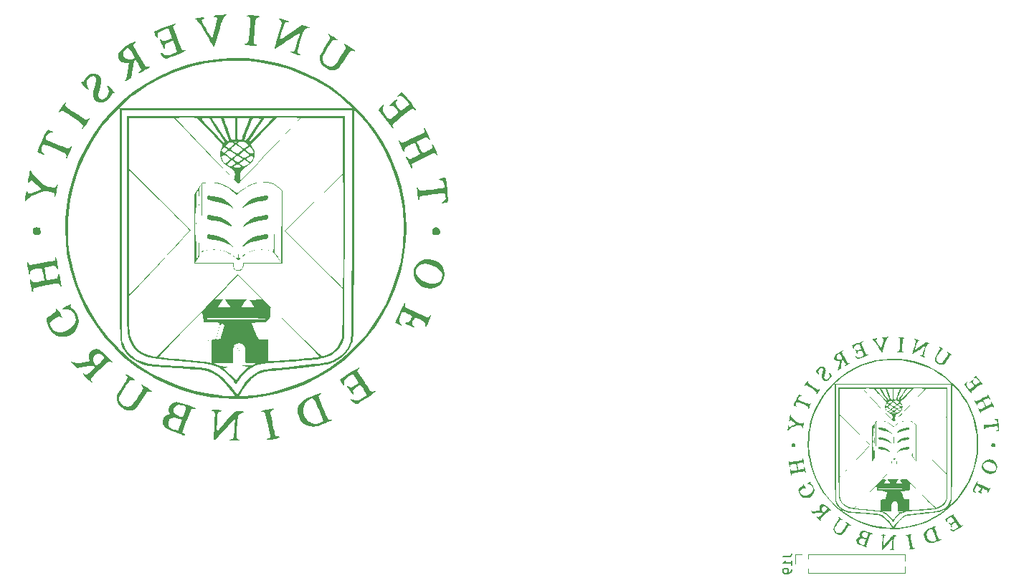
<source format=gbr>
%TF.GenerationSoftware,KiCad,Pcbnew,(6.0.0)*%
%TF.CreationDate,2022-02-25T16:17:33+00:00*%
%TF.ProjectId,ISOpower,49534f70-6f77-4657-922e-6b696361645f,rev?*%
%TF.SameCoordinates,Original*%
%TF.FileFunction,Legend,Bot*%
%TF.FilePolarity,Positive*%
%FSLAX46Y46*%
G04 Gerber Fmt 4.6, Leading zero omitted, Abs format (unit mm)*
G04 Created by KiCad (PCBNEW (6.0.0)) date 2022-02-25 16:17:33*
%MOMM*%
%LPD*%
G01*
G04 APERTURE LIST*
%ADD10C,0.150000*%
%ADD11C,0.120000*%
G04 APERTURE END LIST*
D10*
%TO.C,J19*%
X209929880Y-128415476D02*
X210644166Y-128415476D01*
X210787023Y-128367857D01*
X210882261Y-128272619D01*
X210929880Y-128129761D01*
X210929880Y-128034523D01*
X210929880Y-129415476D02*
X210929880Y-128844047D01*
X210929880Y-129129761D02*
X209929880Y-129129761D01*
X210072738Y-129034523D01*
X210167976Y-128939285D01*
X210215595Y-128844047D01*
X210929880Y-129891666D02*
X210929880Y-130082142D01*
X210882261Y-130177380D01*
X210834642Y-130225000D01*
X210691785Y-130320238D01*
X210501309Y-130367857D01*
X210120357Y-130367857D01*
X210025119Y-130320238D01*
X209977500Y-130272619D01*
X209929880Y-130177380D01*
X209929880Y-129986904D01*
X209977500Y-129891666D01*
X210025119Y-129844047D01*
X210120357Y-129796428D01*
X210358452Y-129796428D01*
X210453690Y-129844047D01*
X210501309Y-129891666D01*
X210548928Y-129986904D01*
X210548928Y-130177380D01*
X210501309Y-130272619D01*
X210453690Y-130320238D01*
X210358452Y-130367857D01*
%TO.C,G\u002A\u002A\u002A*%
G36*
X221927735Y-125795247D02*
G01*
X222044804Y-125811390D01*
X222100331Y-125834376D01*
X222086622Y-125861030D01*
X221995984Y-125888177D01*
X221986685Y-125890094D01*
X221910965Y-125918126D01*
X221871836Y-125977316D01*
X221850417Y-126094414D01*
X221836162Y-126228760D01*
X221821300Y-126416856D01*
X221810825Y-126606197D01*
X221805240Y-126779656D01*
X221805046Y-126920108D01*
X221810747Y-127010427D01*
X221822846Y-127033487D01*
X221856338Y-126996905D01*
X221938372Y-126906385D01*
X222058385Y-126773562D01*
X222206637Y-126609215D01*
X222373390Y-126424124D01*
X222529377Y-126253111D01*
X222679160Y-126093551D01*
X222801935Y-125967717D01*
X222888020Y-125885516D01*
X222927730Y-125856857D01*
X222953407Y-125858647D01*
X223048730Y-125862957D01*
X223179167Y-125867440D01*
X223187715Y-125867716D01*
X223324854Y-125880748D01*
X223382652Y-125905837D01*
X223359365Y-125940300D01*
X223253250Y-125981452D01*
X223149575Y-126033312D01*
X223067804Y-126127790D01*
X223060735Y-126149123D01*
X223041414Y-126255856D01*
X223022302Y-126421985D01*
X223005282Y-126629266D01*
X222992238Y-126859460D01*
X222964534Y-127485297D01*
X223103601Y-127545720D01*
X223161882Y-127572292D01*
X223185911Y-127591491D01*
X223155470Y-127601850D01*
X223060495Y-127606307D01*
X222890918Y-127607800D01*
X222870127Y-127607853D01*
X222693917Y-127603127D01*
X222590377Y-127589308D01*
X222565333Y-127567124D01*
X222593236Y-127543995D01*
X222674713Y-127524790D01*
X222719349Y-127516921D01*
X222763082Y-127478946D01*
X222795631Y-127399603D01*
X222819680Y-127268068D01*
X222837908Y-127073516D01*
X222852999Y-126805124D01*
X222877691Y-126275957D01*
X222742679Y-126430896D01*
X222677937Y-126504948D01*
X222456424Y-126754638D01*
X222247871Y-126984320D01*
X222059328Y-127186638D01*
X221897845Y-127354236D01*
X221770470Y-127479756D01*
X221684254Y-127555842D01*
X221646245Y-127575135D01*
X221638240Y-127528435D01*
X221635311Y-127410092D01*
X221637821Y-127234545D01*
X221645561Y-127015775D01*
X221658322Y-126767765D01*
X221670869Y-126534212D01*
X221680438Y-126308553D01*
X221685559Y-126123531D01*
X221685835Y-125993760D01*
X221680873Y-125933854D01*
X221654007Y-125900565D01*
X221574327Y-125873790D01*
X221524285Y-125866827D01*
X221464667Y-125831457D01*
X221486752Y-125809022D01*
X221585929Y-125794263D01*
X221756003Y-125789124D01*
X221756818Y-125789124D01*
X221927735Y-125795247D01*
G37*
G36*
X225168833Y-125741855D02*
G01*
X225163399Y-125761723D01*
X225110517Y-125789124D01*
X225072687Y-125798215D01*
X225000658Y-125851229D01*
X224997773Y-125854989D01*
X224982250Y-125899644D01*
X224981462Y-125978360D01*
X224996827Y-126103163D01*
X225029761Y-126286082D01*
X225081681Y-126539145D01*
X225095955Y-126606402D01*
X225152984Y-126869576D01*
X225198521Y-127062792D01*
X225236763Y-127196794D01*
X225271910Y-127282320D01*
X225308160Y-127330112D01*
X225349710Y-127350911D01*
X225400759Y-127355457D01*
X225460353Y-127358741D01*
X225506959Y-127378720D01*
X225481937Y-127411908D01*
X225391764Y-127452578D01*
X225242917Y-127495004D01*
X225228542Y-127498356D01*
X225044386Y-127536001D01*
X224896086Y-127557122D01*
X224793137Y-127562024D01*
X224745032Y-127551011D01*
X224761267Y-127524387D01*
X224851333Y-127482457D01*
X224852281Y-127482096D01*
X224901321Y-127459230D01*
X224933490Y-127426334D01*
X224948460Y-127371321D01*
X224945903Y-127282106D01*
X224925490Y-127146604D01*
X224886894Y-126952729D01*
X224829788Y-126688396D01*
X224772601Y-126431086D01*
X224724036Y-126227901D01*
X224683635Y-126086327D01*
X224646892Y-125995363D01*
X224609304Y-125944007D01*
X224566366Y-125921261D01*
X224513574Y-125916124D01*
X224450494Y-125912789D01*
X224406344Y-125894563D01*
X224433179Y-125865219D01*
X224523902Y-125830206D01*
X224671417Y-125794970D01*
X224797543Y-125770388D01*
X224948019Y-125740538D01*
X225052417Y-125719217D01*
X225133021Y-125713030D01*
X225168833Y-125741855D01*
G37*
G36*
X219775505Y-127112315D02*
G01*
X219868669Y-127187755D01*
X219932526Y-127246291D01*
X219961833Y-127288159D01*
X219961453Y-127291716D01*
X219924550Y-127313124D01*
X219907884Y-127310618D01*
X219819735Y-127285101D01*
X219680574Y-127237916D01*
X219509946Y-127176356D01*
X219327399Y-127107714D01*
X219152477Y-127039282D01*
X219004728Y-126978355D01*
X218903697Y-126932224D01*
X218839327Y-126894180D01*
X218704424Y-126764222D01*
X218627599Y-126608883D01*
X218617933Y-126524474D01*
X218933898Y-126524474D01*
X218944156Y-126677316D01*
X219007810Y-126803440D01*
X219045241Y-126835362D01*
X219159874Y-126900231D01*
X219299127Y-126953712D01*
X219380780Y-126977878D01*
X219476091Y-127005796D01*
X219514434Y-127016585D01*
X219516034Y-127013224D01*
X219537383Y-126956582D01*
X219578050Y-126844497D01*
X219631165Y-126695845D01*
X219744996Y-126375309D01*
X219600774Y-126315050D01*
X219452103Y-126270245D01*
X219272210Y-126254401D01*
X219115151Y-126278568D01*
X219007428Y-126341562D01*
X218977067Y-126383733D01*
X218933898Y-126524474D01*
X218617933Y-126524474D01*
X218608893Y-126445525D01*
X218648341Y-126291509D01*
X218745981Y-126164196D01*
X218901851Y-126080949D01*
X218946037Y-126067433D01*
X219024514Y-126035643D01*
X219040238Y-126000335D01*
X219007438Y-125942904D01*
X218998253Y-125929217D01*
X218973345Y-125857288D01*
X219251232Y-125857288D01*
X219306615Y-125982365D01*
X219432900Y-126090862D01*
X219496931Y-126125203D01*
X219638286Y-126181455D01*
X219749711Y-126199321D01*
X219811055Y-126174350D01*
X219831895Y-126129531D01*
X219873571Y-126022871D01*
X219922750Y-125885512D01*
X219966990Y-125750698D01*
X219983500Y-125670393D01*
X219972385Y-125624083D01*
X219934556Y-125588920D01*
X219931368Y-125586661D01*
X219837299Y-125542449D01*
X219715228Y-125508580D01*
X219589101Y-125499751D01*
X219435685Y-125536862D01*
X219323248Y-125619108D01*
X219259270Y-125731060D01*
X219251232Y-125857288D01*
X218973345Y-125857288D01*
X218946082Y-125778559D01*
X218976890Y-125622863D01*
X219089767Y-125467390D01*
X219106205Y-125451330D01*
X219196530Y-125379450D01*
X219295333Y-125335894D01*
X219414079Y-125321710D01*
X219564233Y-125337944D01*
X219757260Y-125385646D01*
X220004626Y-125465863D01*
X220317796Y-125579644D01*
X220363900Y-125597423D01*
X220493094Y-125656917D01*
X220509531Y-125670393D01*
X220546961Y-125701081D01*
X220523546Y-125727027D01*
X220420892Y-125731865D01*
X220287284Y-125725624D01*
X220047507Y-126375309D01*
X220031394Y-126418969D01*
X219775505Y-127112315D01*
G37*
G36*
X228211827Y-126565789D02*
G01*
X228043300Y-126629951D01*
X227881629Y-126688150D01*
X227743433Y-126733859D01*
X227645333Y-126760555D01*
X227539048Y-126776736D01*
X227275911Y-126763995D01*
X227040864Y-126677186D01*
X226843676Y-126523057D01*
X226694113Y-126308355D01*
X226601946Y-126039829D01*
X226590788Y-125979440D01*
X226579079Y-125783395D01*
X226904658Y-125783395D01*
X226927495Y-125974290D01*
X227003037Y-126190171D01*
X227118637Y-126376108D01*
X227261057Y-126505287D01*
X227274748Y-126513371D01*
X227430597Y-126581919D01*
X227586734Y-126616395D01*
X227708833Y-126608860D01*
X227719583Y-126605139D01*
X227809210Y-126570790D01*
X227925260Y-126523280D01*
X228078187Y-126458850D01*
X227822713Y-125785320D01*
X227767526Y-125640096D01*
X227681216Y-125419797D01*
X227612397Y-125265838D01*
X227552759Y-125169848D01*
X227493992Y-125123456D01*
X227427786Y-125118292D01*
X227345832Y-125145985D01*
X227239820Y-125198164D01*
X227196591Y-125221876D01*
X227032204Y-125360760D01*
X226936056Y-125545902D01*
X226904658Y-125783395D01*
X226579079Y-125783395D01*
X226577523Y-125757343D01*
X226619779Y-125565730D01*
X226723344Y-125397304D01*
X226894003Y-125244770D01*
X227137544Y-125100830D01*
X227459752Y-124958189D01*
X227531930Y-124929800D01*
X227758784Y-124846086D01*
X227910491Y-124800705D01*
X227987308Y-124793622D01*
X227989491Y-124824802D01*
X227917293Y-124894208D01*
X227817426Y-124975076D01*
X228023100Y-125519683D01*
X228074507Y-125655507D01*
X228169122Y-125901866D01*
X228242277Y-126083254D01*
X228299270Y-126209660D01*
X228345399Y-126291072D01*
X228385959Y-126337476D01*
X228426250Y-126358861D01*
X228471568Y-126365214D01*
X228546380Y-126369948D01*
X228619000Y-126378333D01*
X228622068Y-126379985D01*
X228592329Y-126402760D01*
X228502961Y-126445668D01*
X228472087Y-126458850D01*
X228370587Y-126502186D01*
X228211827Y-126565789D01*
G37*
G36*
X216478214Y-123701176D02*
G01*
X216577950Y-123748046D01*
X216697225Y-123815183D01*
X216813506Y-123889233D01*
X216904261Y-123956844D01*
X216946958Y-124004665D01*
X216947558Y-124006748D01*
X216919041Y-124031556D01*
X216821247Y-124026239D01*
X216778052Y-124020237D01*
X216724291Y-124023142D01*
X216674241Y-124050875D01*
X216615504Y-124115018D01*
X216535682Y-124227154D01*
X216422377Y-124398865D01*
X216405545Y-124424659D01*
X216253628Y-124661835D01*
X216145170Y-124841718D01*
X216074616Y-124974691D01*
X216036409Y-125071137D01*
X216024992Y-125141438D01*
X216036970Y-125209027D01*
X216101505Y-125340322D01*
X216202368Y-125465924D01*
X216317192Y-125554235D01*
X216373825Y-125580999D01*
X216542693Y-125620537D01*
X216691664Y-125581423D01*
X216835289Y-125461040D01*
X216881424Y-125405270D01*
X216970948Y-125284765D01*
X217076458Y-125133441D01*
X217187108Y-124967932D01*
X217292051Y-124804872D01*
X217380440Y-124660892D01*
X217441427Y-124552625D01*
X217464167Y-124496705D01*
X217448040Y-124457013D01*
X217393871Y-124384614D01*
X217341095Y-124315381D01*
X217345873Y-124287015D01*
X217409605Y-124305091D01*
X217527197Y-124368085D01*
X217693558Y-124474467D01*
X217767111Y-124524682D01*
X217894084Y-124614590D01*
X217981780Y-124681193D01*
X218014500Y-124712832D01*
X218013388Y-124715333D01*
X217966173Y-124720038D01*
X217870900Y-124707687D01*
X217727299Y-124680747D01*
X217383914Y-125187388D01*
X217283755Y-125332232D01*
X217123533Y-125547066D01*
X216997397Y-125690138D01*
X216903098Y-125764141D01*
X216789165Y-125805708D01*
X216587818Y-125816724D01*
X216384946Y-125765016D01*
X216197538Y-125661107D01*
X216042583Y-125515524D01*
X215937072Y-125338793D01*
X215897992Y-125141438D01*
X215902711Y-125056248D01*
X215922474Y-124965370D01*
X215963919Y-124860760D01*
X216033663Y-124728441D01*
X216138321Y-124554433D01*
X216284508Y-124324759D01*
X216331091Y-124252004D01*
X216439709Y-124073353D01*
X216503110Y-123947013D01*
X216525004Y-123861039D01*
X216509099Y-123803483D01*
X216459103Y-123762402D01*
X216421506Y-123731941D01*
X216416309Y-123690203D01*
X216420547Y-123687924D01*
X216478214Y-123701176D01*
G37*
G36*
X230218188Y-123317159D02*
G01*
X230166949Y-123382618D01*
X230133772Y-123413906D01*
X230111350Y-123445311D01*
X230107256Y-123484649D01*
X230126328Y-123542298D01*
X230173402Y-123628631D01*
X230253317Y-123754026D01*
X230370908Y-123928856D01*
X230531015Y-124163498D01*
X230564781Y-124212842D01*
X230713514Y-124425638D01*
X230826153Y-124575537D01*
X230910132Y-124669934D01*
X230972889Y-124716227D01*
X231021859Y-124721809D01*
X231064479Y-124694078D01*
X231093959Y-124668941D01*
X231154736Y-124648524D01*
X231180167Y-124687968D01*
X231170483Y-124702325D01*
X231104327Y-124759948D01*
X230985850Y-124849845D01*
X230827236Y-124962935D01*
X230640668Y-125090135D01*
X230539183Y-125157493D01*
X230361233Y-125273417D01*
X230214252Y-125366329D01*
X230111278Y-125428064D01*
X230065349Y-125450457D01*
X230063413Y-125450373D01*
X230002564Y-125424375D01*
X229909598Y-125365179D01*
X229810655Y-125292038D01*
X229731876Y-125224206D01*
X229699404Y-125180936D01*
X229721393Y-125163865D01*
X229793750Y-125172000D01*
X229837808Y-125184607D01*
X230000743Y-125221819D01*
X230124851Y-125222607D01*
X230242747Y-125182948D01*
X230387046Y-125098818D01*
X230502135Y-125022306D01*
X230598472Y-124952246D01*
X230644372Y-124910848D01*
X230638368Y-124878267D01*
X230596763Y-124791389D01*
X230529348Y-124673197D01*
X230449315Y-124544699D01*
X230369858Y-124426904D01*
X230304171Y-124340820D01*
X230265446Y-124307457D01*
X230254172Y-124309894D01*
X230184283Y-124348658D01*
X230084156Y-124419736D01*
X229978483Y-124503786D01*
X229891957Y-124581468D01*
X229849269Y-124633440D01*
X229843438Y-124681450D01*
X229868100Y-124773621D01*
X229886311Y-124825443D01*
X229874821Y-124874638D01*
X229855504Y-124867787D01*
X229797773Y-124810910D01*
X229719734Y-124715692D01*
X229636298Y-124602669D01*
X229562375Y-124492378D01*
X229512877Y-124405354D01*
X229502713Y-124362133D01*
X229503235Y-124361670D01*
X229549356Y-124370093D01*
X229630976Y-124414546D01*
X229637545Y-124418837D01*
X229700503Y-124453683D01*
X229756749Y-124457279D01*
X229832044Y-124424448D01*
X229952149Y-124350016D01*
X230045836Y-124285901D01*
X230131235Y-124217107D01*
X230164167Y-124175393D01*
X230163807Y-124172057D01*
X230137436Y-124113556D01*
X230079822Y-124015019D01*
X230005807Y-123899044D01*
X229930235Y-123788227D01*
X229867950Y-123705166D01*
X229833796Y-123672457D01*
X229804389Y-123685269D01*
X229720481Y-123733277D01*
X229605702Y-123804675D01*
X229448974Y-123914819D01*
X229345857Y-124017392D01*
X229306174Y-124112716D01*
X229321685Y-124212630D01*
X229345239Y-124290898D01*
X229340824Y-124347250D01*
X229300978Y-124342282D01*
X229235604Y-124279070D01*
X229154604Y-124160693D01*
X229067851Y-124013659D01*
X229623109Y-123633281D01*
X229743341Y-123552088D01*
X229921204Y-123436620D01*
X230067834Y-123347158D01*
X230170578Y-123291301D01*
X230216787Y-123276647D01*
X230218188Y-123317159D01*
G37*
G36*
X232939090Y-116138330D02*
G01*
X232807877Y-117009711D01*
X232660245Y-117647556D01*
X232385573Y-118522000D01*
X232036167Y-119360519D01*
X231614676Y-120159515D01*
X231123748Y-120915389D01*
X230566033Y-121624540D01*
X229944179Y-122283371D01*
X229260835Y-122888283D01*
X228518651Y-123435675D01*
X227720275Y-123921950D01*
X226998986Y-124277908D01*
X226180336Y-124594589D01*
X225319397Y-124843197D01*
X224422673Y-125021873D01*
X223496667Y-125128758D01*
X223461394Y-125131054D01*
X223255314Y-125136652D01*
X222991984Y-125134911D01*
X222693548Y-125126760D01*
X222382153Y-125113132D01*
X222079944Y-125094956D01*
X221809067Y-125073164D01*
X221591667Y-125048687D01*
X221555042Y-125043525D01*
X220639929Y-124871918D01*
X219754120Y-124623005D01*
X218902332Y-124298334D01*
X218089287Y-123899455D01*
X217920968Y-123804827D01*
X217147113Y-123312207D01*
X216426744Y-122756397D01*
X215762924Y-122141776D01*
X215158714Y-121472721D01*
X214617176Y-120753611D01*
X214141373Y-119988824D01*
X213734364Y-119182737D01*
X213399214Y-118339728D01*
X213138982Y-117464175D01*
X212956731Y-116560457D01*
X212946487Y-116492234D01*
X212879279Y-115846701D01*
X212855907Y-115158705D01*
X212859421Y-115033830D01*
X213024037Y-115033830D01*
X213027230Y-115486972D01*
X213045610Y-115905078D01*
X213079728Y-116264124D01*
X213122666Y-116560743D01*
X213308588Y-117475535D01*
X213570254Y-118352599D01*
X213907464Y-119191532D01*
X214320019Y-119991931D01*
X214807718Y-120753392D01*
X215370360Y-121475512D01*
X216007746Y-122157889D01*
X216009077Y-122159196D01*
X216195045Y-122337490D01*
X216391641Y-122518966D01*
X216575518Y-122682455D01*
X216723333Y-122806788D01*
X217164246Y-123138128D01*
X217897402Y-123606759D01*
X218677831Y-124013976D01*
X219494785Y-124355475D01*
X220337519Y-124626954D01*
X221195284Y-124824108D01*
X222057333Y-124942634D01*
X222268352Y-124960809D01*
X222517866Y-124978361D01*
X222694468Y-124984332D01*
X222804735Y-124978634D01*
X222855243Y-124961178D01*
X222854868Y-124957065D01*
X223136833Y-124957065D01*
X223141302Y-124964709D01*
X223205745Y-124978801D01*
X223337043Y-124980206D01*
X223522721Y-124970148D01*
X223750303Y-124949852D01*
X224007314Y-124920543D01*
X224281279Y-124883447D01*
X224559722Y-124839788D01*
X224830167Y-124790791D01*
X225295168Y-124687143D01*
X226117942Y-124442499D01*
X226926841Y-124125566D01*
X227707536Y-123742959D01*
X228445699Y-123301291D01*
X229127000Y-122807179D01*
X229174478Y-122768598D01*
X229403468Y-122569907D01*
X229662447Y-122329031D01*
X229932372Y-122064935D01*
X230194202Y-121796582D01*
X230428892Y-121542935D01*
X230617402Y-121322957D01*
X230808502Y-121078632D01*
X231318908Y-120336330D01*
X231761491Y-119550215D01*
X232132896Y-118728317D01*
X232429772Y-117878664D01*
X232648766Y-117009285D01*
X232786526Y-116128209D01*
X232794449Y-116047727D01*
X232814746Y-115738645D01*
X232826399Y-115380206D01*
X232829408Y-114999117D01*
X232823772Y-114622087D01*
X232809490Y-114275825D01*
X232786562Y-113987038D01*
X232744817Y-113657561D01*
X232582562Y-112808624D01*
X232345501Y-111972520D01*
X232037917Y-111158607D01*
X231664094Y-110376241D01*
X231228318Y-109634780D01*
X230734872Y-108943580D01*
X230188042Y-108311998D01*
X229931333Y-108043372D01*
X229931166Y-108093790D01*
X229909031Y-114788998D01*
X229907789Y-115161657D01*
X229904830Y-116020615D01*
X229901968Y-116800430D01*
X229899150Y-117505027D01*
X229896326Y-118138334D01*
X229893446Y-118704276D01*
X229890457Y-119206782D01*
X229887310Y-119649778D01*
X229883952Y-120037189D01*
X229880334Y-120372944D01*
X229876404Y-120660968D01*
X229872110Y-120905188D01*
X229867403Y-121109532D01*
X229862231Y-121277924D01*
X229856543Y-121414293D01*
X229850288Y-121522565D01*
X229843415Y-121606667D01*
X229835872Y-121670525D01*
X229827610Y-121718065D01*
X229818578Y-121753216D01*
X229800807Y-121807996D01*
X229636050Y-122180404D01*
X229411998Y-122493889D01*
X229126743Y-122750218D01*
X228778380Y-122951154D01*
X228365000Y-123098461D01*
X228328510Y-123106689D01*
X228195225Y-123129244D01*
X227992950Y-123158100D01*
X227732004Y-123191984D01*
X227422705Y-123229621D01*
X227075374Y-123269739D01*
X226700328Y-123311063D01*
X226307885Y-123352322D01*
X225860405Y-123398391D01*
X225471429Y-123439541D01*
X225149937Y-123475995D01*
X224887412Y-123509773D01*
X224675337Y-123542893D01*
X224505196Y-123577373D01*
X224368471Y-123615232D01*
X224256645Y-123658489D01*
X224161202Y-123709162D01*
X224073625Y-123769270D01*
X223985397Y-123840831D01*
X223888001Y-123925865D01*
X223883580Y-123929824D01*
X223800827Y-124016589D01*
X223692453Y-124146270D01*
X223569755Y-124303359D01*
X223444031Y-124472344D01*
X223326579Y-124637718D01*
X223228697Y-124783969D01*
X223161682Y-124895588D01*
X223136833Y-124957065D01*
X222854868Y-124957065D01*
X222852569Y-124931874D01*
X222832131Y-124905029D01*
X222765582Y-124817132D01*
X222669340Y-124689740D01*
X222556584Y-124540290D01*
X222399740Y-124341026D01*
X222110609Y-124023785D01*
X221824995Y-123779820D01*
X221534778Y-123602668D01*
X221231833Y-123485863D01*
X221180719Y-123474013D01*
X221014459Y-123448720D01*
X220766488Y-123422030D01*
X220438780Y-123394120D01*
X220033306Y-123365166D01*
X219552038Y-123335345D01*
X219328128Y-123321754D01*
X218975574Y-123298175D01*
X218643293Y-123273410D01*
X218344142Y-123248554D01*
X218090978Y-123224696D01*
X217896657Y-123202930D01*
X217774038Y-123184346D01*
X217444066Y-123096377D01*
X217078547Y-122942592D01*
X216759655Y-122743772D01*
X216499053Y-122507425D01*
X216308405Y-122241058D01*
X216296530Y-122219447D01*
X216266838Y-122166279D01*
X216239836Y-122116292D01*
X216215398Y-122065492D01*
X216193394Y-122009886D01*
X216173697Y-121945481D01*
X216156178Y-121868285D01*
X216140711Y-121774304D01*
X216127167Y-121659544D01*
X216115418Y-121520014D01*
X216105336Y-121351720D01*
X216096793Y-121150669D01*
X216089662Y-120912868D01*
X216083814Y-120634324D01*
X216079122Y-120311043D01*
X216075458Y-119939034D01*
X216072694Y-119514302D01*
X216070701Y-119032854D01*
X216069352Y-118490699D01*
X216068520Y-117883842D01*
X216068076Y-117208291D01*
X216067891Y-116460052D01*
X216067840Y-115635133D01*
X216067793Y-114729540D01*
X216067179Y-108093790D01*
X216192663Y-108093790D01*
X216203998Y-114898874D01*
X216215333Y-121703957D01*
X216311959Y-121942921D01*
X216379957Y-122094630D01*
X216557984Y-122381516D01*
X216784305Y-122615711D01*
X217066640Y-122802889D01*
X217412711Y-122948725D01*
X217830237Y-123058894D01*
X217899287Y-123070234D01*
X218064285Y-123089913D01*
X218292970Y-123112095D01*
X218572877Y-123135748D01*
X218891539Y-123159837D01*
X219236491Y-123183331D01*
X219595268Y-123205195D01*
X219648236Y-123208236D01*
X220048251Y-123231931D01*
X220374504Y-123252976D01*
X220636669Y-123272334D01*
X220844418Y-123290971D01*
X221007423Y-123309851D01*
X221135356Y-123329937D01*
X221237890Y-123352194D01*
X221324697Y-123377585D01*
X221592787Y-123489553D01*
X221934762Y-123698109D01*
X222246252Y-123963477D01*
X222306137Y-124026529D01*
X222436168Y-124174782D01*
X222581437Y-124350832D01*
X222720249Y-124528803D01*
X222998731Y-124898316D01*
X223253477Y-124507637D01*
X223454009Y-124226720D01*
X223712838Y-123929821D01*
X223977789Y-123691794D01*
X224236906Y-123524591D01*
X224269302Y-123508618D01*
X224330136Y-123482140D01*
X224399355Y-123458557D01*
X224485391Y-123436623D01*
X224596674Y-123415091D01*
X224741632Y-123392716D01*
X224928697Y-123368252D01*
X225166298Y-123340452D01*
X225462866Y-123308070D01*
X225826831Y-123269861D01*
X226266623Y-123224578D01*
X226457160Y-123204836D01*
X226841894Y-123163635D01*
X227203989Y-123123131D01*
X227533175Y-123084575D01*
X227819179Y-123049219D01*
X228051730Y-123018316D01*
X228220556Y-122993117D01*
X228315386Y-122974874D01*
X228684026Y-122849511D01*
X229028480Y-122661334D01*
X229308664Y-122419406D01*
X229526516Y-122122016D01*
X229683972Y-121767457D01*
X229691112Y-121744719D01*
X229700690Y-121707558D01*
X229709383Y-121661880D01*
X229717243Y-121603676D01*
X229724322Y-121528938D01*
X229730671Y-121433660D01*
X229736342Y-121313832D01*
X229741386Y-121165448D01*
X229745856Y-120984498D01*
X229749801Y-120766977D01*
X229753274Y-120508875D01*
X229756327Y-120206184D01*
X229759011Y-119854898D01*
X229761377Y-119451007D01*
X229763477Y-118990505D01*
X229765363Y-118469383D01*
X229767086Y-117883634D01*
X229768698Y-117229250D01*
X229770250Y-116502222D01*
X229771793Y-115698544D01*
X229773380Y-114814207D01*
X229785178Y-108093790D01*
X216192663Y-108093790D01*
X216067179Y-108093790D01*
X216067167Y-107966790D01*
X229846667Y-107962764D01*
X229550333Y-107686093D01*
X229020545Y-107232172D01*
X228341474Y-106747517D01*
X227608269Y-106318307D01*
X226829275Y-105948440D01*
X226012836Y-105641814D01*
X225167296Y-105402328D01*
X224301000Y-105233879D01*
X224020830Y-105200235D01*
X223624493Y-105171834D01*
X223189270Y-105157037D01*
X222739652Y-105155843D01*
X222300130Y-105168252D01*
X221895194Y-105194264D01*
X221549333Y-105233879D01*
X221155900Y-105300389D01*
X220248413Y-105512416D01*
X219376245Y-105801252D01*
X218537847Y-106167540D01*
X217731671Y-106611920D01*
X216956167Y-107135033D01*
X216809679Y-107249357D01*
X216557613Y-107464928D01*
X216278628Y-107721057D01*
X215988127Y-108002349D01*
X215701510Y-108293409D01*
X215434181Y-108578844D01*
X215201542Y-108843258D01*
X215018994Y-109071257D01*
X214928928Y-109193954D01*
X214414193Y-109973831D01*
X213979366Y-110780984D01*
X213623605Y-111617348D01*
X213346070Y-112484861D01*
X213145921Y-113385457D01*
X213100053Y-113704425D01*
X213061001Y-114118533D01*
X213035478Y-114569676D01*
X213024037Y-115033830D01*
X212859421Y-115033830D01*
X212875714Y-114454804D01*
X212938041Y-113761561D01*
X213042232Y-113105536D01*
X213115798Y-112765565D01*
X213362289Y-111891031D01*
X213681095Y-111054187D01*
X214068258Y-110258089D01*
X214519821Y-109505796D01*
X215031828Y-108800364D01*
X215600322Y-108144853D01*
X216221345Y-107542318D01*
X216890940Y-106995819D01*
X217605151Y-106508412D01*
X218360021Y-106083155D01*
X219151592Y-105723107D01*
X219975908Y-105431324D01*
X220829012Y-105210864D01*
X221706946Y-105064785D01*
X222605754Y-104996144D01*
X223521479Y-105007999D01*
X223594511Y-105012472D01*
X224496643Y-105112457D01*
X225377095Y-105291898D01*
X226231511Y-105547561D01*
X227055533Y-105876215D01*
X227844806Y-106274626D01*
X228594972Y-106739561D01*
X229301674Y-107267788D01*
X229960555Y-107856072D01*
X230060895Y-107962764D01*
X230567259Y-108501181D01*
X231117429Y-109199883D01*
X231606707Y-109948944D01*
X232030737Y-110745131D01*
X232385163Y-111585212D01*
X232447343Y-111758869D01*
X232695769Y-112599724D01*
X232870046Y-113469511D01*
X232969285Y-114356817D01*
X232986044Y-114999117D01*
X232992596Y-115250228D01*
X232939090Y-116138330D01*
G37*
G36*
X215500586Y-122795956D02*
G01*
X215587190Y-122898058D01*
X215636044Y-122968721D01*
X215634755Y-122995124D01*
X215598545Y-122990139D01*
X215538000Y-122952790D01*
X215535225Y-122948490D01*
X215497685Y-122918374D01*
X215441821Y-122923534D01*
X215359792Y-122969335D01*
X215243753Y-123061145D01*
X215085862Y-123204332D01*
X214878276Y-123404263D01*
X214695877Y-123586083D01*
X214538504Y-123753540D01*
X214436670Y-123879124D01*
X214385552Y-123969835D01*
X214380325Y-124032669D01*
X214416167Y-124074624D01*
X214427728Y-124083288D01*
X214458500Y-124140622D01*
X214455473Y-124163543D01*
X214429150Y-124175726D01*
X214369485Y-124140253D01*
X214268904Y-124051862D01*
X214119833Y-123905290D01*
X214073475Y-123857838D01*
X213961693Y-123734004D01*
X213908710Y-123656762D01*
X213917475Y-123630124D01*
X213953438Y-123635070D01*
X214014000Y-123672457D01*
X214055508Y-123708581D01*
X214132422Y-123700377D01*
X214244481Y-123630495D01*
X214399040Y-123495558D01*
X214515259Y-123381576D01*
X214577977Y-123305918D01*
X214594022Y-123256195D01*
X214572441Y-123217922D01*
X214538607Y-123195379D01*
X214480351Y-123184022D01*
X214384434Y-123186313D01*
X214235630Y-123202683D01*
X214018714Y-123233560D01*
X213523391Y-123307603D01*
X213347438Y-123131649D01*
X213308669Y-123091981D01*
X213222253Y-122989618D01*
X213203586Y-122935858D01*
X213252543Y-122931593D01*
X213368999Y-122977713D01*
X213426929Y-123003055D01*
X213502332Y-123023359D01*
X213593659Y-123027437D01*
X213723387Y-123015741D01*
X213913990Y-122988727D01*
X213922539Y-122987432D01*
X214110409Y-122955896D01*
X214226551Y-122927880D01*
X214283112Y-122899467D01*
X214292238Y-122866740D01*
X214288066Y-122849816D01*
X214272282Y-122756422D01*
X214503447Y-122756422D01*
X214512653Y-122904460D01*
X214588573Y-123052914D01*
X214595287Y-123061341D01*
X214662322Y-123134444D01*
X214706436Y-123164457D01*
X214709535Y-123163746D01*
X214759254Y-123127637D01*
X214848034Y-123047780D01*
X214958963Y-122939255D01*
X215029724Y-122865243D01*
X215122775Y-122747382D01*
X215151921Y-122658790D01*
X215119522Y-122584822D01*
X215027935Y-122510830D01*
X214900488Y-122456246D01*
X214759475Y-122458712D01*
X214638522Y-122519157D01*
X214549291Y-122623191D01*
X214503447Y-122756422D01*
X214272282Y-122756422D01*
X214271679Y-122752852D01*
X214256300Y-122625639D01*
X214252605Y-122508793D01*
X214283329Y-122416026D01*
X214366389Y-122318722D01*
X214380337Y-122305322D01*
X214541238Y-122209947D01*
X214724939Y-122191265D01*
X214915686Y-122251213D01*
X214934998Y-122262527D01*
X215024486Y-122329537D01*
X215138180Y-122429205D01*
X215263689Y-122548710D01*
X215372384Y-122658790D01*
X215388621Y-122675234D01*
X215500586Y-122795956D01*
G37*
G36*
X213210946Y-119572982D02*
G01*
X213186054Y-119632571D01*
X213173538Y-119658897D01*
X213197944Y-119716750D01*
X213290185Y-119798663D01*
X213397714Y-119902388D01*
X213529223Y-120098715D01*
X213620081Y-120321626D01*
X213653753Y-120537519D01*
X213649077Y-120622139D01*
X213584990Y-120873368D01*
X213456408Y-121104318D01*
X213276951Y-121294651D01*
X213060235Y-121424024D01*
X213046669Y-121429028D01*
X212901935Y-121457772D01*
X212719200Y-121466982D01*
X212537909Y-121456526D01*
X212397506Y-121426270D01*
X212341781Y-121401146D01*
X212170972Y-121278325D01*
X212010432Y-121103479D01*
X211876215Y-120899674D01*
X211784378Y-120689978D01*
X211750977Y-120497457D01*
X211752038Y-120460035D01*
X211765713Y-120391460D01*
X211807459Y-120332993D01*
X211892563Y-120267512D01*
X212036313Y-120177895D01*
X212051891Y-120168482D01*
X212191467Y-120079623D01*
X212271825Y-120013909D01*
X212307418Y-119956397D01*
X212312697Y-119892145D01*
X212311404Y-119837074D01*
X212327148Y-119787613D01*
X212369264Y-119806895D01*
X212441215Y-119897431D01*
X212546459Y-120061730D01*
X212596803Y-120146810D01*
X212665859Y-120277354D01*
X212695611Y-120356926D01*
X212684007Y-120378709D01*
X212628995Y-120335885D01*
X212592988Y-120310778D01*
X212498498Y-120285790D01*
X212491011Y-120286229D01*
X212408176Y-120312676D01*
X212290829Y-120370324D01*
X212161124Y-120445579D01*
X212041218Y-120524849D01*
X211953268Y-120594539D01*
X211919430Y-120641057D01*
X211922569Y-120659974D01*
X211951026Y-120746144D01*
X211999295Y-120861773D01*
X212078972Y-120986568D01*
X212238840Y-121118304D01*
X212436037Y-121191419D01*
X212648665Y-121194686D01*
X212890055Y-121128180D01*
X213109985Y-121012080D01*
X213285269Y-120859938D01*
X213408347Y-120682813D01*
X213471659Y-120491764D01*
X213467643Y-120297852D01*
X213388740Y-120112134D01*
X213370950Y-120086765D01*
X213217493Y-119937026D01*
X213033918Y-119853017D01*
X212839250Y-119844021D01*
X212808316Y-119848384D01*
X212717348Y-119851060D01*
X212681002Y-119834428D01*
X212682780Y-119828530D01*
X212730371Y-119784513D01*
X212825216Y-119722751D01*
X212943642Y-119655988D01*
X213061977Y-119596962D01*
X213156551Y-119558417D01*
X213203691Y-119553092D01*
X213210946Y-119572982D01*
G37*
G36*
X232936273Y-119477293D02*
G01*
X232930661Y-119575822D01*
X232907571Y-119718104D01*
X233564916Y-120023114D01*
X233737095Y-120102364D01*
X233936410Y-120192339D01*
X234099335Y-120263866D01*
X234212463Y-120311082D01*
X234262384Y-120328124D01*
X234305726Y-120303554D01*
X234366542Y-120232874D01*
X234387142Y-120203448D01*
X234436707Y-120150429D01*
X234454672Y-120165013D01*
X234442042Y-120239144D01*
X234399821Y-120364764D01*
X234329015Y-120533818D01*
X234260861Y-120678935D01*
X234186583Y-120814232D01*
X234137196Y-120869416D01*
X234112323Y-120844844D01*
X234111589Y-120740874D01*
X234113576Y-120708742D01*
X234106959Y-120644657D01*
X234070890Y-120594037D01*
X233989562Y-120540567D01*
X233847167Y-120467931D01*
X233835388Y-120462155D01*
X233695462Y-120396315D01*
X233584969Y-120349083D01*
X233526924Y-120330347D01*
X233509491Y-120337428D01*
X233458399Y-120397634D01*
X233402570Y-120495121D01*
X233357620Y-120600457D01*
X233339167Y-120684210D01*
X233348910Y-120722478D01*
X233402667Y-120793790D01*
X233437010Y-120828959D01*
X233466167Y-120888170D01*
X233460772Y-120904211D01*
X233413250Y-120907892D01*
X233371354Y-120890467D01*
X233154201Y-120797781D01*
X233009971Y-120729789D01*
X232933215Y-120682081D01*
X232918483Y-120650247D01*
X232960325Y-120629875D01*
X233053293Y-120616556D01*
X233108229Y-120607831D01*
X233194699Y-120560848D01*
X233262926Y-120455124D01*
X233275086Y-120429583D01*
X233318139Y-120327497D01*
X233335995Y-120264624D01*
X233329555Y-120253273D01*
X233268962Y-120209355D01*
X233163720Y-120150712D01*
X233037494Y-120088630D01*
X232913954Y-120034391D01*
X232816766Y-119999280D01*
X232769598Y-119994582D01*
X232730899Y-120059192D01*
X232680765Y-120174847D01*
X232630821Y-120310352D01*
X232592483Y-120434715D01*
X232577167Y-120516950D01*
X232589357Y-120584123D01*
X232640667Y-120666790D01*
X232674265Y-120703697D01*
X232704167Y-120778667D01*
X232691201Y-120805434D01*
X232636127Y-120797858D01*
X232524250Y-120747114D01*
X232465633Y-120717356D01*
X232374291Y-120669968D01*
X232333528Y-120647253D01*
X232334842Y-120633092D01*
X232362863Y-120557317D01*
X232417623Y-120430580D01*
X232491504Y-120268734D01*
X232576887Y-120087634D01*
X232666153Y-119903135D01*
X232751686Y-119731090D01*
X232825865Y-119587354D01*
X232881073Y-119487781D01*
X232909691Y-119448227D01*
X232912267Y-119447520D01*
X232936273Y-119477293D01*
G37*
G36*
X212296764Y-116731862D02*
G01*
X212320564Y-116785745D01*
X212350356Y-116895719D01*
X212381816Y-117039065D01*
X212410616Y-117193065D01*
X212432429Y-117334998D01*
X212442930Y-117442146D01*
X212437793Y-117491790D01*
X212428415Y-117496248D01*
X212398011Y-117466043D01*
X212376882Y-117423111D01*
X212323450Y-117340271D01*
X212311115Y-117324217D01*
X212273120Y-117292172D01*
X212215507Y-117280850D01*
X212117116Y-117288756D01*
X211956790Y-117314399D01*
X211933479Y-117318427D01*
X211786553Y-117345362D01*
X211679675Y-117367569D01*
X211634601Y-117380578D01*
X211634288Y-117381074D01*
X211637204Y-117428611D01*
X211652465Y-117534309D01*
X211675866Y-117674764D01*
X211703202Y-117826574D01*
X211730268Y-117966334D01*
X211752858Y-118070642D01*
X211766767Y-118116095D01*
X211789495Y-118116624D01*
X211875176Y-118106170D01*
X212000137Y-118086429D01*
X212138551Y-118061828D01*
X212264587Y-118036791D01*
X212352417Y-118015744D01*
X212401699Y-117978667D01*
X212426500Y-117869937D01*
X212438850Y-117782510D01*
X212468833Y-117745790D01*
X212478397Y-117746242D01*
X212511167Y-117763233D01*
X212511715Y-117768384D01*
X212522728Y-117833654D01*
X212544988Y-117955385D01*
X212574660Y-118112483D01*
X212587242Y-118178308D01*
X212617035Y-118338434D01*
X212631957Y-118435878D01*
X212632842Y-118486208D01*
X212620522Y-118504989D01*
X212595833Y-118507790D01*
X212578108Y-118502399D01*
X212553500Y-118449474D01*
X212550854Y-118413246D01*
X212529169Y-118365698D01*
X212476848Y-118338124D01*
X212383475Y-118330142D01*
X212238632Y-118341366D01*
X212031904Y-118371410D01*
X211752872Y-118419891D01*
X211595402Y-118449396D01*
X211376786Y-118494106D01*
X211195168Y-118535747D01*
X211066049Y-118570683D01*
X211004932Y-118595280D01*
X210975639Y-118633915D01*
X210967897Y-118725434D01*
X210974458Y-118771409D01*
X210950539Y-118804124D01*
X210924749Y-118792754D01*
X210886546Y-118730040D01*
X210880296Y-118706532D01*
X210856490Y-118597260D01*
X210828887Y-118452037D01*
X210802708Y-118300581D01*
X210783172Y-118172612D01*
X210775500Y-118097849D01*
X210777138Y-118075391D01*
X210802469Y-118041887D01*
X210842741Y-118069415D01*
X210877551Y-118147957D01*
X210910707Y-118218244D01*
X210993676Y-118253790D01*
X211075474Y-118248511D01*
X211208080Y-118230179D01*
X211353129Y-118203479D01*
X211486544Y-118173414D01*
X211584248Y-118144985D01*
X211622167Y-118123197D01*
X211619168Y-118092259D01*
X211603212Y-117993963D01*
X211577810Y-117857871D01*
X211547865Y-117708205D01*
X211518280Y-117569188D01*
X211493960Y-117465041D01*
X211479807Y-117419986D01*
X211473195Y-117417017D01*
X211404896Y-117417699D01*
X211286932Y-117433108D01*
X211144802Y-117458370D01*
X211004006Y-117488608D01*
X210890044Y-117518948D01*
X210828417Y-117544515D01*
X210796163Y-117591299D01*
X210775500Y-117687474D01*
X210775102Y-117715009D01*
X210764739Y-117787298D01*
X210742910Y-117785350D01*
X210713062Y-117716470D01*
X210678644Y-117587960D01*
X210643104Y-117407124D01*
X210628504Y-117317902D01*
X210607404Y-117168086D01*
X210597586Y-117064685D01*
X210601082Y-117026124D01*
X210602135Y-117026216D01*
X210644254Y-117058242D01*
X210710410Y-117130442D01*
X210796667Y-117234760D01*
X211490641Y-117108030D01*
X211659406Y-117076741D01*
X211873563Y-117035550D01*
X212048294Y-117000182D01*
X212168951Y-116973628D01*
X212220891Y-116958880D01*
X212243879Y-116921121D01*
X212257167Y-116833125D01*
X212265741Y-116765981D01*
X212292686Y-116729790D01*
X212296764Y-116731862D01*
G37*
G36*
X235098231Y-118271319D02*
G01*
X234919805Y-118445580D01*
X234670219Y-118574045D01*
X234648848Y-118581578D01*
X234406843Y-118620998D01*
X234155430Y-118589962D01*
X233914582Y-118496004D01*
X233704273Y-118346657D01*
X233544475Y-118149454D01*
X233507781Y-118084596D01*
X233452974Y-117960977D01*
X233431730Y-117839048D01*
X233433400Y-117724895D01*
X233569258Y-117724895D01*
X233630051Y-117864068D01*
X233760201Y-118010649D01*
X233942448Y-118143598D01*
X234160716Y-118248676D01*
X234395874Y-118314755D01*
X234633565Y-118329888D01*
X234832780Y-118285045D01*
X234985279Y-118183859D01*
X235082822Y-118029962D01*
X235117167Y-117826989D01*
X235108181Y-117762506D01*
X235035320Y-117620594D01*
X234902606Y-117480649D01*
X234726155Y-117353301D01*
X234522082Y-117249177D01*
X234306501Y-117178908D01*
X234095527Y-117153124D01*
X233958153Y-117169231D01*
X233780778Y-117246360D01*
X233648013Y-117374269D01*
X233573093Y-117538574D01*
X233569258Y-117724895D01*
X233433400Y-117724895D01*
X233434113Y-117676187D01*
X233446632Y-117543241D01*
X233486905Y-117388013D01*
X233563720Y-117249739D01*
X233614630Y-117183047D01*
X233812211Y-117008972D01*
X234047886Y-116903799D01*
X234307353Y-116872202D01*
X234576313Y-116918853D01*
X234690367Y-116960676D01*
X234935453Y-117097858D01*
X235108234Y-117278038D01*
X235210358Y-117503332D01*
X235243470Y-117775854D01*
X235243430Y-117782864D01*
X235237254Y-117826989D01*
X235205954Y-118050626D01*
X235098231Y-118271319D01*
G37*
G36*
X234885305Y-115014795D02*
G01*
X234965280Y-115089689D01*
X234990167Y-115226957D01*
X234975803Y-115332540D01*
X234939367Y-115408990D01*
X234866949Y-115444301D01*
X234757333Y-115459790D01*
X234629362Y-115439119D01*
X234549387Y-115364224D01*
X234524500Y-115226957D01*
X234545171Y-115098986D01*
X234620066Y-115019010D01*
X234757333Y-114994124D01*
X234885305Y-115014795D01*
G37*
G36*
X211283250Y-115008488D02*
G01*
X211359700Y-115044924D01*
X211395011Y-115117342D01*
X211410500Y-115226957D01*
X211396136Y-115332540D01*
X211359700Y-115408990D01*
X211287282Y-115444301D01*
X211177667Y-115459790D01*
X211072084Y-115445426D01*
X210995633Y-115408990D01*
X210960323Y-115336572D01*
X210944833Y-115226957D01*
X210959198Y-115121374D01*
X210995633Y-115044924D01*
X211068052Y-115009613D01*
X211177667Y-114994124D01*
X211283250Y-115008488D01*
G37*
G36*
X235310177Y-112082690D02*
G01*
X235317211Y-112098537D01*
X235335531Y-112184946D01*
X235357285Y-112328373D01*
X235380470Y-112510347D01*
X235403084Y-112712396D01*
X235423124Y-112916047D01*
X235438587Y-113102828D01*
X235447471Y-113254268D01*
X235447773Y-113351895D01*
X235443786Y-113401165D01*
X235425465Y-113492745D01*
X235380070Y-113536556D01*
X235286500Y-113559801D01*
X235270776Y-113562578D01*
X235166331Y-113581019D01*
X235106583Y-113591551D01*
X235087437Y-113592575D01*
X235074757Y-113566224D01*
X235117391Y-113507641D01*
X235206491Y-113431041D01*
X235225126Y-113417103D01*
X235298473Y-113349219D01*
X235321952Y-113276432D01*
X235310386Y-113160085D01*
X235303479Y-113118555D01*
X235284491Y-113020083D01*
X235271606Y-112975452D01*
X235236654Y-112972604D01*
X235131939Y-112979957D01*
X234974649Y-112996789D01*
X234781647Y-113020723D01*
X234569799Y-113049383D01*
X234355967Y-113080390D01*
X234157017Y-113111367D01*
X233989813Y-113139937D01*
X233871219Y-113163724D01*
X233818098Y-113180348D01*
X233790175Y-113214346D01*
X233762500Y-113305974D01*
X233756463Y-113350174D01*
X233726992Y-113385457D01*
X233723887Y-113383996D01*
X233704212Y-113332327D01*
X233681463Y-113223470D01*
X233658649Y-113080342D01*
X233638779Y-112925860D01*
X233624863Y-112782941D01*
X233619910Y-112674501D01*
X233626929Y-112623457D01*
X233635366Y-112618995D01*
X233663989Y-112649204D01*
X233684418Y-112690980D01*
X233737424Y-112773436D01*
X233758099Y-112798211D01*
X233789229Y-112817870D01*
X233840411Y-112827969D01*
X233924459Y-112828490D01*
X234054186Y-112819416D01*
X234242402Y-112800730D01*
X234501921Y-112772415D01*
X234718197Y-112747330D01*
X234946653Y-112716438D01*
X235103570Y-112688266D01*
X235196444Y-112661399D01*
X235232773Y-112634421D01*
X235236355Y-112618951D01*
X235232086Y-112527211D01*
X235205437Y-112407125D01*
X235176293Y-112325372D01*
X235120130Y-112249284D01*
X235030355Y-112214511D01*
X235029850Y-112214410D01*
X234942010Y-112186677D01*
X234905500Y-112155092D01*
X234906395Y-112151795D01*
X234953127Y-112126981D01*
X235048264Y-112102046D01*
X235160414Y-112082608D01*
X235258183Y-112074284D01*
X235310177Y-112082690D01*
G37*
G36*
X210841279Y-111651415D02*
G01*
X210860167Y-111733513D01*
X210860273Y-111735529D01*
X210893872Y-111797439D01*
X210980324Y-111902382D01*
X211109150Y-112038576D01*
X211269869Y-112194233D01*
X211437885Y-112347979D01*
X211575038Y-112464192D01*
X211680373Y-112538702D01*
X211767980Y-112581383D01*
X211851953Y-112602108D01*
X211875262Y-112605648D01*
X212020152Y-112628967D01*
X212140182Y-112650128D01*
X212172250Y-112655161D01*
X212251925Y-112641375D01*
X212305727Y-112563196D01*
X212333317Y-112511122D01*
X212383393Y-112459283D01*
X212413690Y-112479415D01*
X212410296Y-112570540D01*
X212395483Y-112647087D01*
X212368148Y-112790792D01*
X212337924Y-112951540D01*
X212314985Y-113057077D01*
X212279292Y-113167480D01*
X212247092Y-113213815D01*
X212223801Y-113189995D01*
X212214833Y-113089930D01*
X212214698Y-113064972D01*
X212208103Y-113009368D01*
X212180171Y-112971202D01*
X212115400Y-112942389D01*
X211998287Y-112914841D01*
X211813333Y-112880470D01*
X211767695Y-112872718D01*
X211678631Y-112864155D01*
X211591574Y-112871497D01*
X211486661Y-112899318D01*
X211344027Y-112952195D01*
X211143808Y-113034704D01*
X211039663Y-113079393D01*
X210824323Y-113181959D01*
X210679093Y-113270062D01*
X210595431Y-113348591D01*
X210583365Y-113364688D01*
X210521772Y-113439646D01*
X210486904Y-113470124D01*
X210481354Y-113437282D01*
X210485412Y-113345022D01*
X210497085Y-113218943D01*
X210513556Y-113084842D01*
X210532007Y-112968517D01*
X210549622Y-112895765D01*
X210582022Y-112846264D01*
X210627201Y-112845898D01*
X210648500Y-112916262D01*
X210648521Y-112920240D01*
X210658553Y-112980026D01*
X210693876Y-113011142D01*
X210764713Y-113012021D01*
X210881283Y-112981099D01*
X211053807Y-112916809D01*
X211292505Y-112817584D01*
X211449677Y-112750640D01*
X211148653Y-112467920D01*
X210847630Y-112185201D01*
X210768173Y-112283326D01*
X210767254Y-112284457D01*
X210704980Y-112346224D01*
X210665948Y-112358683D01*
X210661815Y-112309814D01*
X210671595Y-112198522D01*
X210692570Y-112045958D01*
X210721849Y-111873113D01*
X210756540Y-111700975D01*
X210762280Y-111680156D01*
X210800638Y-111631113D01*
X210841279Y-111651415D01*
G37*
G36*
X234099379Y-109148605D02*
G01*
X234166297Y-109253256D01*
X234252088Y-109424516D01*
X234330050Y-109599402D01*
X234380031Y-109731134D01*
X234389870Y-109796480D01*
X234360063Y-109799503D01*
X234291105Y-109744263D01*
X234184710Y-109644310D01*
X233894647Y-109784633D01*
X233604584Y-109924957D01*
X233757626Y-110257648D01*
X233787195Y-110319861D01*
X233860900Y-110458323D01*
X233923807Y-110554635D01*
X233964791Y-110590898D01*
X234025747Y-110573959D01*
X234138042Y-110527439D01*
X234276097Y-110461631D01*
X234305891Y-110446532D01*
X234430013Y-110379319D01*
X234495781Y-110327958D01*
X234518826Y-110275693D01*
X234514782Y-110205767D01*
X234506867Y-110130353D01*
X234516878Y-110073284D01*
X234555010Y-110096037D01*
X234621244Y-110198595D01*
X234715561Y-110380941D01*
X234723272Y-110396843D01*
X234799183Y-110566943D01*
X234840069Y-110686397D01*
X234845281Y-110748905D01*
X234814173Y-110748163D01*
X234746095Y-110677872D01*
X234669240Y-110582960D01*
X233318000Y-111247624D01*
X233331292Y-111385207D01*
X233332289Y-111396325D01*
X233333514Y-111486004D01*
X233321181Y-111522790D01*
X233315315Y-111519728D01*
X233276879Y-111466287D01*
X233218336Y-111362263D01*
X233149773Y-111228483D01*
X233081280Y-111085779D01*
X233022945Y-110954978D01*
X232984857Y-110856911D01*
X232977106Y-110812407D01*
X232977272Y-110812244D01*
X233019730Y-110822480D01*
X233087263Y-110880288D01*
X233153357Y-110944866D01*
X233193706Y-110972457D01*
X233197904Y-110971512D01*
X233256969Y-110946440D01*
X233367232Y-110894194D01*
X233508928Y-110824075D01*
X233803575Y-110675693D01*
X233703841Y-110453658D01*
X233696887Y-110438181D01*
X233610172Y-110246729D01*
X233550516Y-110119656D01*
X233511525Y-110044582D01*
X233486803Y-110009130D01*
X233469955Y-110000918D01*
X233468082Y-110001265D01*
X233413756Y-110023657D01*
X233307345Y-110073757D01*
X233169833Y-110141719D01*
X233132112Y-110160836D01*
X233003629Y-110230756D01*
X232932220Y-110285527D01*
X232901498Y-110341433D01*
X232895076Y-110414757D01*
X232895049Y-110422369D01*
X232885461Y-110512145D01*
X232863799Y-110549124D01*
X232860057Y-110548019D01*
X232821675Y-110501804D01*
X232762731Y-110402934D01*
X232693594Y-110272471D01*
X232624633Y-110131475D01*
X232566217Y-110001007D01*
X232528716Y-109902129D01*
X232522499Y-109855902D01*
X232553869Y-109859605D01*
X232607520Y-109914393D01*
X232658815Y-109966885D01*
X232733157Y-109998790D01*
X232766667Y-109990196D01*
X232869810Y-109950271D01*
X233024806Y-109883407D01*
X233217408Y-109795808D01*
X233433372Y-109693683D01*
X234067064Y-109388576D01*
X234044444Y-109249183D01*
X234036190Y-109150975D01*
X234054841Y-109113524D01*
X234099379Y-109148605D01*
G37*
G36*
X211833731Y-109238009D02*
G01*
X211921666Y-109261870D01*
X212036277Y-109306610D01*
X212193667Y-109376429D01*
X212027792Y-109406937D01*
X212001330Y-109412639D01*
X211882062Y-109457697D01*
X211803703Y-109517034D01*
X211776189Y-109561346D01*
X211732770Y-109660356D01*
X211707881Y-109753055D01*
X211712333Y-109805331D01*
X211721928Y-109811892D01*
X211797269Y-109849449D01*
X211928983Y-109908129D01*
X212100300Y-109981112D01*
X212294451Y-110061578D01*
X212494667Y-110142708D01*
X212684176Y-110217681D01*
X212846210Y-110279676D01*
X212964000Y-110321875D01*
X213020774Y-110337457D01*
X213084179Y-110317564D01*
X213160513Y-110249681D01*
X213166781Y-110240852D01*
X213218922Y-110182842D01*
X213238675Y-110194848D01*
X213227048Y-110269761D01*
X213185050Y-110400468D01*
X213113689Y-110579860D01*
X213036048Y-110749214D01*
X212973704Y-110859770D01*
X212931308Y-110905923D01*
X212913079Y-110883096D01*
X212923231Y-110786708D01*
X212917843Y-110696788D01*
X212843470Y-110620368D01*
X212777966Y-110585582D01*
X212652894Y-110526547D01*
X212487546Y-110452083D01*
X212298698Y-110369371D01*
X212103127Y-110285593D01*
X211917613Y-110207931D01*
X211758930Y-110143566D01*
X211643858Y-110099681D01*
X211589174Y-110083457D01*
X211555236Y-110104073D01*
X211507093Y-110182806D01*
X211468585Y-110292079D01*
X211452833Y-110401300D01*
X211476993Y-110492599D01*
X211545003Y-110589361D01*
X211609368Y-110662105D01*
X211604834Y-110695624D01*
X211531189Y-110686660D01*
X211390940Y-110634479D01*
X211326744Y-110604382D01*
X211234424Y-110543956D01*
X211211292Y-110495832D01*
X211231137Y-110447021D01*
X211335008Y-110200011D01*
X211442247Y-109957132D01*
X211546884Y-109730730D01*
X211642951Y-109533149D01*
X211724478Y-109376736D01*
X211785498Y-109273834D01*
X211820039Y-109236790D01*
X211833731Y-109238009D01*
G37*
G36*
X212887873Y-107586535D02*
G01*
X212916191Y-107606102D01*
X212890396Y-107673765D01*
X212866417Y-107739147D01*
X212865566Y-107819728D01*
X212881053Y-107838576D01*
X212956440Y-107901898D01*
X213080563Y-107994898D01*
X213238773Y-108107661D01*
X213416424Y-108230274D01*
X213598868Y-108352824D01*
X213771459Y-108465398D01*
X213919548Y-108558081D01*
X214028488Y-108620961D01*
X214083632Y-108644124D01*
X214132684Y-108628495D01*
X214212010Y-108573827D01*
X214212909Y-108573015D01*
X214285686Y-108518743D01*
X214310929Y-108527454D01*
X214290423Y-108593373D01*
X214225952Y-108710727D01*
X214119301Y-108873744D01*
X214066115Y-108948289D01*
X213971344Y-109068821D01*
X213897504Y-109146778D01*
X213857230Y-109167973D01*
X213841143Y-109150339D01*
X213862145Y-109096545D01*
X213876269Y-109081331D01*
X213904716Y-109027842D01*
X213895086Y-108968405D01*
X213840504Y-108895448D01*
X213734093Y-108801402D01*
X213568978Y-108678695D01*
X213338283Y-108519758D01*
X213212338Y-108435131D01*
X213026960Y-108312368D01*
X212871084Y-108211320D01*
X212758178Y-108140673D01*
X212701706Y-108109114D01*
X212637175Y-108111003D01*
X212551664Y-108158952D01*
X212490440Y-108204843D01*
X212449354Y-108215422D01*
X212448035Y-108213232D01*
X212463539Y-108162430D01*
X212516660Y-108066716D01*
X212594157Y-107945292D01*
X212682788Y-107817357D01*
X212769312Y-107702114D01*
X212840487Y-107618762D01*
X212883073Y-107586503D01*
X212887873Y-107586535D01*
G37*
G36*
X232773483Y-107020207D02*
G01*
X232835462Y-107090359D01*
X232928772Y-107204675D01*
X233042901Y-107349358D01*
X233167339Y-107510611D01*
X233291574Y-107674634D01*
X233405093Y-107827631D01*
X233497386Y-107955805D01*
X233557941Y-108045356D01*
X233576247Y-108082487D01*
X233533147Y-108075275D01*
X233453593Y-108032028D01*
X233421347Y-108012081D01*
X233376402Y-107996587D01*
X233324152Y-108005629D01*
X233249607Y-108045928D01*
X233137776Y-108124204D01*
X232973670Y-108247177D01*
X232752332Y-108416157D01*
X232520868Y-108598775D01*
X232351649Y-108741131D01*
X232240183Y-108847263D01*
X232181976Y-108921208D01*
X232172535Y-108967003D01*
X232183337Y-108993592D01*
X232221863Y-109088624D01*
X232231377Y-109114208D01*
X232232553Y-109154069D01*
X232186702Y-109123803D01*
X232093951Y-109023540D01*
X231954423Y-108853411D01*
X231768244Y-108613547D01*
X231361488Y-108080131D01*
X231488188Y-107876314D01*
X231527381Y-107817028D01*
X231600999Y-107728546D01*
X231651199Y-107697908D01*
X231668699Y-107728292D01*
X231644216Y-107822878D01*
X231619348Y-107912527D01*
X231603500Y-108045648D01*
X231615552Y-108106899D01*
X231667254Y-108223486D01*
X231745540Y-108353773D01*
X231834870Y-108475129D01*
X231919704Y-108564921D01*
X231984500Y-108600517D01*
X231987871Y-108600351D01*
X232055478Y-108571851D01*
X232164223Y-108503888D01*
X232292232Y-108410004D01*
X232297512Y-108405859D01*
X232424529Y-108302139D01*
X232489546Y-108224887D01*
X232494358Y-108151354D01*
X232440761Y-108058793D01*
X232330549Y-107924457D01*
X232288317Y-107875635D01*
X232220097Y-107813118D01*
X232158758Y-107800357D01*
X232073599Y-107825530D01*
X232059642Y-107830544D01*
X231976233Y-107849452D01*
X231942167Y-107836732D01*
X231955176Y-107810545D01*
X232017231Y-107745896D01*
X232113041Y-107664560D01*
X232223133Y-107581046D01*
X232328031Y-107509867D01*
X232408260Y-107465533D01*
X232444346Y-107462554D01*
X232446204Y-107488129D01*
X232412596Y-107555628D01*
X232393178Y-107581118D01*
X232365500Y-107670584D01*
X232367063Y-107683760D01*
X232401080Y-107764853D01*
X232466119Y-107871347D01*
X232544312Y-107978297D01*
X232617789Y-108060760D01*
X232668679Y-108093790D01*
X232720328Y-108069823D01*
X232816958Y-108006164D01*
X232937256Y-107916718D01*
X233163978Y-107739645D01*
X233029323Y-107551812D01*
X232897673Y-107383213D01*
X232785861Y-107279067D01*
X232686813Y-107237338D01*
X232589512Y-107250478D01*
X232509043Y-107271673D01*
X232455150Y-107266217D01*
X232453169Y-107262084D01*
X232477897Y-107217505D01*
X232544018Y-107149008D01*
X232627992Y-107077084D01*
X232706276Y-107022225D01*
X232755330Y-107004922D01*
X232773483Y-107020207D01*
G37*
G36*
X214743320Y-105945157D02*
G01*
X214879057Y-106043846D01*
X214965364Y-106206515D01*
X214979101Y-106259434D01*
X214984356Y-106358441D01*
X214965143Y-106490020D01*
X214919160Y-106677646D01*
X214872216Y-106855674D01*
X214829065Y-107038239D01*
X214808938Y-107165902D01*
X214810934Y-107253713D01*
X214834150Y-107316721D01*
X214877686Y-107369976D01*
X214915247Y-107403468D01*
X215028996Y-107452781D01*
X215150394Y-107423638D01*
X215288233Y-107314857D01*
X215311770Y-107290035D01*
X215413075Y-107121656D01*
X215431836Y-106936170D01*
X215367580Y-106737021D01*
X215332672Y-106652910D01*
X215339268Y-106611515D01*
X215389357Y-106627571D01*
X215475666Y-106698341D01*
X215590917Y-106821084D01*
X215651661Y-106892202D01*
X215731602Y-106992059D01*
X215762303Y-107047981D01*
X215748878Y-107072412D01*
X215696442Y-107077790D01*
X215666139Y-107087326D01*
X215589679Y-107154119D01*
X215506995Y-107268272D01*
X215465986Y-107329436D01*
X215358682Y-107455192D01*
X215253303Y-107543280D01*
X215116244Y-107603170D01*
X214912632Y-107623017D01*
X214718640Y-107567798D01*
X214670632Y-107538312D01*
X214559328Y-107407712D01*
X214507414Y-107223467D01*
X214515826Y-106991556D01*
X214585500Y-106717957D01*
X214632817Y-106556240D01*
X214665097Y-106361684D01*
X214660936Y-106208041D01*
X214619367Y-106112590D01*
X214607744Y-106102016D01*
X214501158Y-106063524D01*
X214373045Y-106092668D01*
X214243577Y-106185534D01*
X214142417Y-106338008D01*
X214123330Y-106510697D01*
X214186455Y-106702826D01*
X214214356Y-106761220D01*
X214233933Y-106836161D01*
X214202062Y-106846467D01*
X214120614Y-106792411D01*
X213991459Y-106674269D01*
X213873011Y-106548552D01*
X213808164Y-106452440D01*
X213810743Y-106397254D01*
X213879408Y-106379470D01*
X213894107Y-106376756D01*
X213961647Y-106325926D01*
X214028408Y-106231124D01*
X214056243Y-106183026D01*
X214200590Y-106018599D01*
X214378282Y-105923367D01*
X214576635Y-105904879D01*
X214743320Y-105945157D01*
G37*
G36*
X217737245Y-105480759D02*
G01*
X217752916Y-105479883D01*
X217837041Y-105482304D01*
X217860036Y-105503659D01*
X217818078Y-105548330D01*
X217707347Y-105620695D01*
X217524021Y-105725136D01*
X217497778Y-105739501D01*
X217339546Y-105819742D01*
X217229896Y-105863997D01*
X217175292Y-105871180D01*
X217182200Y-105840204D01*
X217257086Y-105769984D01*
X217358333Y-105687728D01*
X217231333Y-105452212D01*
X217169596Y-105340420D01*
X217099149Y-105219195D01*
X217051003Y-105143753D01*
X216998727Y-105097844D01*
X216947523Y-105118829D01*
X216902981Y-105218044D01*
X216864196Y-105397604D01*
X216830261Y-105659624D01*
X216811525Y-105819585D01*
X216786943Y-105987044D01*
X216763335Y-106107952D01*
X216743938Y-106163416D01*
X216730056Y-106175400D01*
X216653242Y-106228610D01*
X216545508Y-106294295D01*
X216426970Y-106352496D01*
X216356787Y-106365484D01*
X216345702Y-106333156D01*
X216401046Y-106257386D01*
X216437328Y-106208019D01*
X216500637Y-106053444D01*
X216552135Y-105821745D01*
X216592713Y-105509449D01*
X216616224Y-105274607D01*
X216474287Y-105291177D01*
X216421741Y-105293360D01*
X216263424Y-105262884D01*
X216120048Y-105190107D01*
X216026088Y-105090468D01*
X215990783Y-104975350D01*
X215989109Y-104806029D01*
X216006470Y-104740698D01*
X216277362Y-104740698D01*
X216303616Y-104881519D01*
X216376812Y-104996078D01*
X216456696Y-105049304D01*
X216615256Y-105085514D01*
X216787948Y-105062808D01*
X216946804Y-104981882D01*
X216946440Y-104976500D01*
X216920134Y-104918209D01*
X216863116Y-104810482D01*
X216784601Y-104670984D01*
X216783953Y-104669861D01*
X216688552Y-104512923D01*
X216614579Y-104425882D01*
X216545204Y-104403186D01*
X216463594Y-104439283D01*
X216352917Y-104528624D01*
X216299758Y-104607066D01*
X216277362Y-104740698D01*
X216006470Y-104740698D01*
X216031886Y-104645051D01*
X216101364Y-104553890D01*
X216242582Y-104436694D01*
X216457413Y-104293436D01*
X216748619Y-104122100D01*
X216754433Y-104118842D01*
X216878022Y-104057512D01*
X216972142Y-104024057D01*
X217024614Y-104019631D01*
X217023259Y-104045387D01*
X216955898Y-104102477D01*
X216903058Y-104150949D01*
X216872488Y-104212107D01*
X216883491Y-104243048D01*
X216930727Y-104339427D01*
X217008686Y-104485955D01*
X217110271Y-104669381D01*
X217228384Y-104876457D01*
X217289339Y-104981882D01*
X217583292Y-105490290D01*
X217737245Y-105480759D01*
G37*
G36*
X228395827Y-103566586D02*
G01*
X228469002Y-103599615D01*
X228578402Y-103660441D01*
X228701939Y-103735352D01*
X228817526Y-103810639D01*
X228903075Y-103872591D01*
X228936500Y-103907499D01*
X228934656Y-103911484D01*
X228883310Y-103925573D01*
X228783490Y-103928785D01*
X228728952Y-103928720D01*
X228673178Y-103940344D01*
X228620536Y-103976105D01*
X228559013Y-104047911D01*
X228476596Y-104167671D01*
X228361271Y-104347290D01*
X228263107Y-104505704D01*
X228163272Y-104675893D01*
X228087297Y-104815548D01*
X228046530Y-104904577D01*
X228041327Y-104921272D01*
X228034089Y-105085926D01*
X228094410Y-105245097D01*
X228207879Y-105380943D01*
X228360083Y-105475624D01*
X228536612Y-105511299D01*
X228541732Y-105511262D01*
X228668261Y-105477771D01*
X228795232Y-105373874D01*
X228824256Y-105341063D01*
X228925878Y-105209939D01*
X229047879Y-105036478D01*
X229174875Y-104843765D01*
X229291479Y-104654888D01*
X229382305Y-104492934D01*
X229388566Y-104480780D01*
X229426200Y-104392374D01*
X229416828Y-104332004D01*
X229355775Y-104258304D01*
X229347847Y-104249738D01*
X229298776Y-104180690D01*
X229317151Y-104156790D01*
X229319840Y-104156891D01*
X229388530Y-104180510D01*
X229497008Y-104237081D01*
X229626303Y-104314270D01*
X229757439Y-104399744D01*
X229871444Y-104481171D01*
X229949344Y-104546218D01*
X229972166Y-104582552D01*
X229943097Y-104596288D01*
X229871479Y-104572575D01*
X229816716Y-104549131D01*
X229735858Y-104547170D01*
X229727895Y-104552371D01*
X229674463Y-104612660D01*
X229589685Y-104727504D01*
X229483483Y-104883012D01*
X229365781Y-105065293D01*
X229266645Y-105218515D01*
X229125159Y-105419641D01*
X229007653Y-105563809D01*
X228921281Y-105641740D01*
X228880691Y-105664420D01*
X228696099Y-105717428D01*
X228494727Y-105694120D01*
X228267999Y-105593870D01*
X228217202Y-105563282D01*
X228026736Y-105407097D01*
X227914945Y-105227552D01*
X227878325Y-105019483D01*
X227881394Y-104964163D01*
X227903065Y-104867316D01*
X227951576Y-104749171D01*
X228034013Y-104593602D01*
X228157466Y-104384483D01*
X228234761Y-104257231D01*
X228346513Y-104072517D01*
X228422403Y-103941954D01*
X228467019Y-103853345D01*
X228484949Y-103794492D01*
X228480780Y-103753195D01*
X228459099Y-103717258D01*
X228424496Y-103674481D01*
X228414131Y-103660862D01*
X228375052Y-103592118D01*
X228383324Y-103564123D01*
X228395827Y-103566586D01*
G37*
G36*
X219388080Y-102931374D02*
G01*
X219376445Y-102964831D01*
X219311786Y-103026275D01*
X219190906Y-103123006D01*
X219454705Y-103777481D01*
X219518328Y-103933867D01*
X219603883Y-104139402D01*
X219676871Y-104309241D01*
X219731093Y-104429043D01*
X219760346Y-104484464D01*
X219805680Y-104511819D01*
X219903177Y-104511625D01*
X219969701Y-104505323D01*
X220004167Y-104528827D01*
X219995946Y-104539281D01*
X219926922Y-104581225D01*
X219799101Y-104644228D01*
X219626237Y-104721715D01*
X219422083Y-104807111D01*
X219329089Y-104844356D01*
X219128930Y-104921567D01*
X218960584Y-104982505D01*
X218839487Y-105021714D01*
X218781075Y-105033736D01*
X218767823Y-105029480D01*
X218702701Y-104981527D01*
X218623643Y-104899782D01*
X218549529Y-104807217D01*
X218499238Y-104726809D01*
X218491649Y-104681531D01*
X218497056Y-104678618D01*
X218554734Y-104692853D01*
X218643014Y-104744839D01*
X218745832Y-104803513D01*
X218869116Y-104828973D01*
X219018741Y-104809012D01*
X219217233Y-104743582D01*
X219292045Y-104712749D01*
X219412010Y-104644805D01*
X219451618Y-104584832D01*
X219451546Y-104583328D01*
X219434054Y-104509214D01*
X219392369Y-104384420D01*
X219335202Y-104235111D01*
X219221000Y-103953598D01*
X218988167Y-104046957D01*
X218867426Y-104098401D01*
X218790741Y-104147092D01*
X218755708Y-104206384D01*
X218742195Y-104296720D01*
X218739501Y-104323183D01*
X218720670Y-104415729D01*
X218696395Y-104453124D01*
X218685386Y-104445230D01*
X218646225Y-104380655D01*
X218594586Y-104271018D01*
X218540278Y-104140580D01*
X218493112Y-104013602D01*
X218462896Y-103914346D01*
X218459440Y-103867073D01*
X218491590Y-103871037D01*
X218557324Y-103917161D01*
X218620164Y-103960494D01*
X218704894Y-103987457D01*
X218744867Y-103981136D01*
X218848886Y-103952197D01*
X218974238Y-103910335D01*
X219086586Y-103867286D01*
X219151592Y-103834787D01*
X219152502Y-103832468D01*
X219140563Y-103778612D01*
X219104449Y-103670072D01*
X219050759Y-103526989D01*
X218934669Y-103231093D01*
X218718001Y-103315830D01*
X218645285Y-103344881D01*
X218478985Y-103420635D01*
X218376688Y-103489056D01*
X218325077Y-103560987D01*
X218310833Y-103647268D01*
X218298727Y-103756677D01*
X218266256Y-103788676D01*
X218220060Y-103742864D01*
X218166781Y-103620477D01*
X218143860Y-103550793D01*
X218116185Y-103455856D01*
X218109874Y-103415524D01*
X218118903Y-103410523D01*
X218192635Y-103378160D01*
X218322204Y-103325498D01*
X218490792Y-103258977D01*
X218681581Y-103185035D01*
X218877753Y-103110109D01*
X219062490Y-103040638D01*
X219218976Y-102983060D01*
X219330391Y-102943812D01*
X219379919Y-102929334D01*
X219388080Y-102931374D01*
G37*
G36*
X225585958Y-102668069D02*
G01*
X225708191Y-102700403D01*
X225841417Y-102742527D01*
X225962338Y-102786920D01*
X226047657Y-102826060D01*
X226074075Y-102852426D01*
X226052049Y-102868691D01*
X225980188Y-102868312D01*
X225940788Y-102861613D01*
X225861592Y-102877173D01*
X225858050Y-102880170D01*
X225822353Y-102945929D01*
X225768399Y-103085575D01*
X225698604Y-103292017D01*
X225615381Y-103558163D01*
X225521147Y-103876921D01*
X225526410Y-103888290D01*
X225587879Y-103867625D01*
X225715166Y-103795886D01*
X225907518Y-103673511D01*
X226164187Y-103500940D01*
X226830312Y-103044995D01*
X227057184Y-103095767D01*
X227128430Y-103113352D01*
X227245971Y-103152755D01*
X227307089Y-103188859D01*
X227303393Y-103215236D01*
X227226490Y-103225457D01*
X227154473Y-103227617D01*
X227068457Y-103243970D01*
X226999683Y-103286067D01*
X226940522Y-103365171D01*
X226883348Y-103492541D01*
X226820534Y-103679437D01*
X226744452Y-103937121D01*
X226713080Y-104047451D01*
X226654881Y-104258632D01*
X226608175Y-104436880D01*
X226577110Y-104566102D01*
X226565833Y-104630204D01*
X226581763Y-104676713D01*
X226650500Y-104728290D01*
X226700228Y-104751651D01*
X226735167Y-104794643D01*
X226734153Y-104809242D01*
X226719074Y-104827812D01*
X226672811Y-104826723D01*
X226578844Y-104804040D01*
X226420650Y-104757831D01*
X226400079Y-104751508D01*
X226274246Y-104704752D01*
X226185540Y-104659012D01*
X226144034Y-104622605D01*
X226159800Y-104603849D01*
X226242908Y-104611059D01*
X226319453Y-104611298D01*
X226388048Y-104552592D01*
X226399961Y-104525858D01*
X226435818Y-104427211D01*
X226483153Y-104283475D01*
X226536610Y-104112600D01*
X226590832Y-103932539D01*
X226640463Y-103761243D01*
X226680147Y-103616663D01*
X226704527Y-103516750D01*
X226708247Y-103479457D01*
X226706971Y-103479828D01*
X226660148Y-103508210D01*
X226556004Y-103576580D01*
X226405454Y-103677621D01*
X226219414Y-103804014D01*
X226008797Y-103948440D01*
X225955023Y-103985453D01*
X225709524Y-104153601D01*
X225523773Y-104278704D01*
X225389788Y-104365544D01*
X225299590Y-104418902D01*
X225245198Y-104443560D01*
X225218632Y-104444299D01*
X225211909Y-104425903D01*
X225220541Y-104387152D01*
X225249777Y-104278131D01*
X225295951Y-104113582D01*
X225355179Y-103907322D01*
X225423576Y-103673163D01*
X225481023Y-103475187D01*
X225542265Y-103256934D01*
X225590883Y-103075442D01*
X225622940Y-102945479D01*
X225634500Y-102881814D01*
X225611906Y-102817124D01*
X225541804Y-102741998D01*
X225484111Y-102692467D01*
X225469074Y-102657105D01*
X225498015Y-102653046D01*
X225585958Y-102668069D01*
G37*
G36*
X222269000Y-102531013D02*
G01*
X222246059Y-102554788D01*
X222201281Y-102614505D01*
X222157901Y-102696836D01*
X222111460Y-102813667D01*
X222057497Y-102976885D01*
X221991553Y-103198377D01*
X221909167Y-103490028D01*
X221890046Y-103558139D01*
X221819075Y-103801486D01*
X221754043Y-104010398D01*
X221698911Y-104173028D01*
X221657642Y-104277532D01*
X221634198Y-104312066D01*
X221632488Y-104311149D01*
X221595256Y-104264360D01*
X221524416Y-104156527D01*
X221427100Y-103999156D01*
X221310441Y-103803754D01*
X221181569Y-103581828D01*
X221169237Y-103560342D01*
X220986157Y-103250305D01*
X220837581Y-103017232D01*
X220723336Y-102860868D01*
X220643253Y-102780957D01*
X220625713Y-102769085D01*
X220546738Y-102707826D01*
X220513798Y-102668236D01*
X220514369Y-102665439D01*
X220560124Y-102643286D01*
X220659823Y-102621584D01*
X220786391Y-102603552D01*
X220912753Y-102592411D01*
X221011834Y-102591380D01*
X221056560Y-102603681D01*
X221043361Y-102643931D01*
X220980823Y-102703194D01*
X220889860Y-102766907D01*
X221047650Y-103049099D01*
X221136797Y-103207424D01*
X221254863Y-103414958D01*
X221360275Y-103598220D01*
X221515110Y-103865150D01*
X221669805Y-103321817D01*
X221692041Y-103243327D01*
X221758296Y-103000554D01*
X221800029Y-102825217D01*
X221818268Y-102706927D01*
X221814045Y-102635296D01*
X221788390Y-102599935D01*
X221742332Y-102590457D01*
X221667023Y-102573239D01*
X221626951Y-102531961D01*
X221647951Y-102489083D01*
X221658545Y-102485048D01*
X221738375Y-102470121D01*
X221873013Y-102453226D01*
X222040224Y-102437298D01*
X222396000Y-102408071D01*
X222269000Y-102531013D01*
G37*
G36*
X223850502Y-102469082D02*
G01*
X224104290Y-102490654D01*
X224224666Y-102508492D01*
X224323090Y-102534929D01*
X224368354Y-102561589D01*
X224350646Y-102582193D01*
X224260156Y-102590457D01*
X224185978Y-102607039D01*
X224117508Y-102664540D01*
X224108837Y-102692791D01*
X224090320Y-102799686D01*
X224069379Y-102965395D01*
X224047985Y-103173532D01*
X224028109Y-103407712D01*
X224017484Y-103552114D01*
X224003202Y-103794607D01*
X224000620Y-103968903D01*
X224011218Y-104085751D01*
X224036470Y-104155903D01*
X224077855Y-104190110D01*
X224136850Y-104199124D01*
X224161240Y-104202880D01*
X224195167Y-104239864D01*
X224180860Y-104250309D01*
X224102819Y-104260017D01*
X223976309Y-104260747D01*
X223823576Y-104253270D01*
X223666864Y-104238357D01*
X223528417Y-104216777D01*
X223522260Y-104215481D01*
X223445586Y-104182968D01*
X223445945Y-104147258D01*
X223524145Y-104125621D01*
X223582685Y-104115011D01*
X223652499Y-104081391D01*
X223662810Y-104053887D01*
X223682149Y-103952334D01*
X223704593Y-103791478D01*
X223728124Y-103586296D01*
X223750728Y-103351764D01*
X223770052Y-103121216D01*
X223784285Y-102900739D01*
X223786137Y-102744764D01*
X223774105Y-102642402D01*
X223746683Y-102582767D01*
X223702366Y-102554970D01*
X223639650Y-102548124D01*
X223595385Y-102540902D01*
X223560167Y-102505790D01*
X223581766Y-102481526D01*
X223677083Y-102466018D01*
X223850502Y-102469082D01*
G37*
G36*
X227835833Y-122783602D02*
G01*
X227738158Y-122795157D01*
X227548408Y-122814493D01*
X227298877Y-122837852D01*
X227003417Y-122864079D01*
X226675880Y-122892016D01*
X226330117Y-122920506D01*
X225979979Y-122948395D01*
X225639319Y-122974524D01*
X225321986Y-122997738D01*
X225041833Y-123016880D01*
X224910192Y-123026758D01*
X224802474Y-123040771D01*
X224491310Y-123081250D01*
X224137157Y-123170901D01*
X223835677Y-123301932D01*
X223574816Y-123480567D01*
X223342518Y-123713029D01*
X223126729Y-124005541D01*
X222951039Y-124275126D01*
X222821725Y-124111375D01*
X222789759Y-124071223D01*
X222500025Y-123741114D01*
X222213449Y-123483896D01*
X221914461Y-123291188D01*
X221587493Y-123154610D01*
X221216973Y-123065779D01*
X220978144Y-123038284D01*
X221634000Y-123038284D01*
X221860454Y-123143704D01*
X222044749Y-123212165D01*
X222347287Y-123255774D01*
X222381778Y-123256665D01*
X222503384Y-123260642D01*
X222546437Y-123265575D01*
X222516007Y-123273768D01*
X222417167Y-123287524D01*
X222226667Y-123312624D01*
X222592801Y-123682837D01*
X222958934Y-124053051D01*
X223091958Y-123845753D01*
X223151411Y-123761446D01*
X223264174Y-123624243D01*
X223391720Y-123486927D01*
X223517338Y-123366218D01*
X223624314Y-123278834D01*
X223695937Y-123241497D01*
X223700272Y-123240346D01*
X223670181Y-123232297D01*
X223575773Y-123220402D01*
X223433167Y-123206790D01*
X223115667Y-123179710D01*
X223481223Y-123172084D01*
X223496710Y-123171716D01*
X223697973Y-123159091D01*
X223871641Y-123134758D01*
X223989223Y-123102614D01*
X224131667Y-123040771D01*
X223528417Y-123037457D01*
X223501958Y-122905165D01*
X223498237Y-122882909D01*
X223486651Y-122760372D01*
X223478549Y-122591244D01*
X223475500Y-122405148D01*
X223475493Y-122397110D01*
X223465971Y-122169468D01*
X223433287Y-122012941D01*
X223369872Y-121915736D01*
X223268159Y-121866061D01*
X223120579Y-121852124D01*
X223086708Y-121853485D01*
X222967110Y-121878510D01*
X222870444Y-121925531D01*
X222816807Y-121982027D01*
X222826297Y-122035476D01*
X222833414Y-122046548D01*
X222805222Y-122063790D01*
X222786628Y-122081762D01*
X222769103Y-122163881D01*
X222759047Y-122318114D01*
X222755833Y-122550624D01*
X222755833Y-123037457D01*
X222194917Y-123037870D01*
X221634000Y-123038284D01*
X220978144Y-123038284D01*
X220787333Y-123016317D01*
X220500068Y-122995354D01*
X220004486Y-122955330D01*
X219532494Y-122912429D01*
X219092801Y-122867673D01*
X218694117Y-122822086D01*
X218345152Y-122776689D01*
X218054615Y-122732505D01*
X217831218Y-122690558D01*
X217766856Y-122673682D01*
X218401770Y-122673682D01*
X218405315Y-122674629D01*
X218478261Y-122685779D01*
X218625935Y-122703161D01*
X218839811Y-122725931D01*
X219111362Y-122753248D01*
X219432063Y-122784270D01*
X219793387Y-122818154D01*
X220186807Y-122854060D01*
X220603797Y-122891144D01*
X220728500Y-122902406D01*
X220955861Y-122924583D01*
X221151692Y-122945766D01*
X221298374Y-122963995D01*
X221378288Y-122977310D01*
X221489650Y-123005260D01*
X221477128Y-121661624D01*
X221576731Y-121646984D01*
X221646218Y-121629764D01*
X221729250Y-121588884D01*
X221763118Y-121568014D01*
X221782167Y-121593747D01*
X221801747Y-121611319D01*
X221872447Y-121617276D01*
X221959910Y-121604920D01*
X222026810Y-121576831D01*
X222029872Y-121571791D01*
X222051812Y-121508692D01*
X222086666Y-121391582D01*
X222128510Y-121242351D01*
X222171421Y-121082891D01*
X222209473Y-120935092D01*
X222236743Y-120820845D01*
X222247308Y-120762040D01*
X222214408Y-120725033D01*
X222124361Y-120709124D01*
X222032896Y-120723946D01*
X221979537Y-120762040D01*
X221964609Y-120773125D01*
X221954842Y-120719707D01*
X221953149Y-120694340D01*
X221940544Y-120661017D01*
X221912418Y-120645624D01*
X223861897Y-120645624D01*
X223907435Y-120762040D01*
X224042901Y-121108352D01*
X224072623Y-121183053D01*
X224168425Y-121402301D01*
X224246125Y-121542802D01*
X224304786Y-121602793D01*
X224345522Y-121613740D01*
X224464107Y-121629854D01*
X224607917Y-121637481D01*
X224830167Y-121640457D01*
X224830167Y-122910457D01*
X225052417Y-122905009D01*
X225076699Y-122904184D01*
X225203425Y-122897036D01*
X225388810Y-122883997D01*
X225620935Y-122866123D01*
X225887876Y-122844470D01*
X226177714Y-122820093D01*
X226478527Y-122794047D01*
X226778393Y-122767390D01*
X227065392Y-122741176D01*
X227327602Y-122716460D01*
X227553102Y-122694300D01*
X227729971Y-122675751D01*
X227846287Y-122661867D01*
X227890130Y-122653706D01*
X227889994Y-122652754D01*
X227856262Y-122613157D01*
X227768617Y-122520680D01*
X227632772Y-122381093D01*
X227454436Y-122200168D01*
X227239321Y-121983677D01*
X226993137Y-121737391D01*
X226721595Y-121467081D01*
X226430407Y-121178519D01*
X224957167Y-119721747D01*
X224957167Y-120037798D01*
X224956838Y-120121633D01*
X224950965Y-120256685D01*
X224931438Y-120345209D01*
X224890302Y-120413276D01*
X224890221Y-120413410D01*
X224819278Y-120487496D01*
X224807146Y-120499203D01*
X224741192Y-120557192D01*
X224676024Y-120593914D01*
X224590284Y-120615060D01*
X224462610Y-120626319D01*
X224271642Y-120633383D01*
X223861897Y-120645624D01*
X221912418Y-120645624D01*
X221902928Y-120640430D01*
X221825388Y-120629515D01*
X221693011Y-120625211D01*
X221490882Y-120624457D01*
X221030263Y-120624457D01*
X221010972Y-120455124D01*
X221231833Y-120455124D01*
X222946333Y-120455124D01*
X223230998Y-120454764D01*
X223657027Y-120452549D01*
X224011443Y-120448370D01*
X224291640Y-120442289D01*
X224495009Y-120434371D01*
X224618943Y-120424678D01*
X224660833Y-120413276D01*
X224647029Y-120406470D01*
X224558090Y-120395470D01*
X224389347Y-120385667D01*
X224143887Y-120377157D01*
X223824799Y-120370037D01*
X223435168Y-120364406D01*
X222978083Y-120360359D01*
X221295333Y-120349290D01*
X221270484Y-120116457D01*
X221245634Y-119883624D01*
X221238734Y-120169374D01*
X221231833Y-120455124D01*
X221010972Y-120455124D01*
X220993465Y-120301449D01*
X220956667Y-119978442D01*
X219650603Y-121317122D01*
X219547611Y-121422869D01*
X219255226Y-121725311D01*
X218999177Y-121993628D01*
X218783402Y-122223544D01*
X218611838Y-122410784D01*
X218488420Y-122551071D01*
X218417085Y-122640129D01*
X218401770Y-122673682D01*
X217766856Y-122673682D01*
X217683669Y-122651870D01*
X217653862Y-122641387D01*
X217302846Y-122476346D01*
X217016034Y-122256337D01*
X216792847Y-121980655D01*
X216632703Y-121648597D01*
X216535021Y-121259457D01*
X216534335Y-121254752D01*
X216527518Y-121159563D01*
X216521267Y-120980398D01*
X216515586Y-120717886D01*
X216510480Y-120372655D01*
X216505952Y-119945335D01*
X216502008Y-119436553D01*
X216499973Y-119079290D01*
X216610987Y-119079290D01*
X216627608Y-120179957D01*
X216631733Y-120434185D01*
X216637829Y-120723501D01*
X216645217Y-120949297D01*
X216654858Y-121123874D01*
X216667714Y-121259530D01*
X216684747Y-121368567D01*
X216706918Y-121463285D01*
X216735190Y-121555982D01*
X216749319Y-121597313D01*
X216900498Y-121918946D01*
X217106161Y-122177050D01*
X217371200Y-122376523D01*
X217700511Y-122522265D01*
X217813656Y-122557445D01*
X217984444Y-122603640D01*
X218121235Y-122633016D01*
X218291471Y-122660627D01*
X220153235Y-120750087D01*
X220474936Y-120419807D01*
X220816058Y-120069271D01*
X221146981Y-119728904D01*
X221460715Y-119405912D01*
X221613334Y-119248624D01*
X221662245Y-119248624D01*
X221910917Y-119261180D01*
X222159590Y-119273737D01*
X221864232Y-119735457D01*
X222249031Y-119735457D01*
X222363649Y-119735526D01*
X222509350Y-119731428D01*
X222581357Y-119712194D01*
X222586712Y-119666426D01*
X222532460Y-119582729D01*
X222425644Y-119449707D01*
X222279968Y-119269790D01*
X223560026Y-119269790D01*
X223411930Y-119475929D01*
X223346006Y-119570498D01*
X223286693Y-119662740D01*
X223263833Y-119708763D01*
X223273916Y-119714837D01*
X223348197Y-119725419D01*
X223478945Y-119732729D01*
X223647332Y-119735457D01*
X223819775Y-119733290D01*
X223939258Y-119724868D01*
X223995284Y-119708506D01*
X223998905Y-119682540D01*
X223982805Y-119657509D01*
X223923258Y-119570626D01*
X223844956Y-119460290D01*
X223722933Y-119290957D01*
X224107974Y-119269790D01*
X224493014Y-119248624D01*
X223778318Y-118535144D01*
X223063622Y-117821665D01*
X222362933Y-118535144D01*
X221662245Y-119248624D01*
X221613334Y-119248624D01*
X221750271Y-119107498D01*
X222008658Y-118840866D01*
X222228886Y-118613221D01*
X222403965Y-118431766D01*
X222526905Y-118303706D01*
X223038810Y-117767865D01*
X224537597Y-119248624D01*
X225480728Y-120180411D01*
X225649801Y-120347300D01*
X226022575Y-120714177D01*
X226377111Y-121061641D01*
X226708761Y-121385216D01*
X227012879Y-121680430D01*
X227284820Y-121942808D01*
X227519937Y-122167876D01*
X227713583Y-122351160D01*
X227861112Y-122488186D01*
X227957878Y-122574479D01*
X227999235Y-122605567D01*
X228098307Y-122598827D01*
X228251660Y-122552183D01*
X228426022Y-122474799D01*
X228596971Y-122377677D01*
X228740088Y-122271817D01*
X228774110Y-122240245D01*
X228935032Y-122049058D01*
X229072528Y-121819181D01*
X229211667Y-121536695D01*
X229224822Y-120077925D01*
X229237977Y-118619156D01*
X227531685Y-116912473D01*
X225825392Y-115205790D01*
X225867735Y-115205790D01*
X227539500Y-116877957D01*
X227750884Y-117089136D01*
X228050565Y-117387617D01*
X228328883Y-117663757D01*
X228580358Y-117912174D01*
X228799507Y-118127489D01*
X228980849Y-118304321D01*
X229118902Y-118437291D01*
X229208185Y-118521019D01*
X229243216Y-118550124D01*
X229244876Y-118545630D01*
X229249809Y-118478044D01*
X229254481Y-118334255D01*
X229258832Y-118120638D01*
X229262800Y-117843571D01*
X229266325Y-117509429D01*
X229269346Y-117124590D01*
X229271801Y-116695430D01*
X229273630Y-116228326D01*
X229274773Y-115729654D01*
X229275167Y-115205790D01*
X229275124Y-115032021D01*
X229274478Y-114515698D01*
X229273104Y-114026651D01*
X229271064Y-113571259D01*
X229268417Y-113155897D01*
X229265224Y-112786943D01*
X229261548Y-112470772D01*
X229257448Y-112213761D01*
X229252985Y-112022288D01*
X229248221Y-111902727D01*
X229243216Y-111861457D01*
X229225817Y-111874824D01*
X229153600Y-111941353D01*
X229030828Y-112058877D01*
X228862983Y-112222015D01*
X228655544Y-112425388D01*
X228413995Y-112663616D01*
X228143817Y-112931318D01*
X227850492Y-113223114D01*
X227539500Y-113533624D01*
X225867735Y-115205790D01*
X225825392Y-115205790D01*
X227529113Y-113501680D01*
X229232833Y-111797570D01*
X229232833Y-108559457D01*
X227994583Y-108562797D01*
X227471692Y-108564207D01*
X226756333Y-108566136D01*
X224921710Y-110488963D01*
X224857269Y-110556480D01*
X224537805Y-110890490D01*
X224236248Y-111204647D01*
X223957647Y-111493761D01*
X223707054Y-111752638D01*
X223489520Y-111976089D01*
X223310095Y-112158921D01*
X223173830Y-112295943D01*
X223085777Y-112381963D01*
X223050985Y-112411790D01*
X223048098Y-112410280D01*
X223000827Y-112367641D01*
X222901171Y-112270169D01*
X222754187Y-112123019D01*
X222564932Y-111931348D01*
X222338463Y-111700311D01*
X222079839Y-111435064D01*
X221794116Y-111140763D01*
X221486352Y-110822565D01*
X221161605Y-110485623D01*
X219308327Y-108559457D01*
X216617500Y-108559457D01*
X216617500Y-111527407D01*
X218437833Y-113329303D01*
X218448013Y-113339380D01*
X218772539Y-113661091D01*
X219078294Y-113965055D01*
X219360090Y-114246059D01*
X219612739Y-114498887D01*
X219831053Y-114718327D01*
X220009844Y-114899163D01*
X220143925Y-115036182D01*
X220228108Y-115124170D01*
X220257205Y-115157911D01*
X220255838Y-115160356D01*
X220253570Y-115163030D01*
X220215694Y-115207695D01*
X220123549Y-115310328D01*
X219984298Y-115462957D01*
X219802833Y-115660283D01*
X219584050Y-115897010D01*
X219332843Y-116167838D01*
X219054105Y-116467471D01*
X218752731Y-116790610D01*
X218433615Y-117131957D01*
X216610987Y-119079290D01*
X216499973Y-119079290D01*
X216498650Y-118846938D01*
X216495884Y-118177119D01*
X216493714Y-117427725D01*
X216492144Y-116599383D01*
X216491178Y-115692723D01*
X216491030Y-115285919D01*
X216617500Y-115285919D01*
X216617650Y-115752224D01*
X216618198Y-116282278D01*
X216619119Y-116782319D01*
X216620382Y-117246274D01*
X216621956Y-117668071D01*
X216623810Y-118041636D01*
X216625914Y-118360898D01*
X216628236Y-118619784D01*
X216630747Y-118812220D01*
X216633414Y-118932136D01*
X216636208Y-118973457D01*
X216636995Y-118973129D01*
X216675023Y-118937119D01*
X216763905Y-118846128D01*
X216897592Y-118706633D01*
X217070036Y-118525110D01*
X217275188Y-118308036D01*
X217507001Y-118061888D01*
X217759425Y-117793142D01*
X218026413Y-117508275D01*
X218301917Y-117213763D01*
X218579887Y-116916083D01*
X218854276Y-116621711D01*
X219119036Y-116337125D01*
X219368118Y-116068800D01*
X219595473Y-115823213D01*
X219795054Y-115606840D01*
X219960812Y-115426159D01*
X220086699Y-115287646D01*
X220166667Y-115197778D01*
X220194667Y-115163030D01*
X220168346Y-115132067D01*
X220086753Y-115046488D01*
X219955045Y-114911758D01*
X219778469Y-114733146D01*
X219562267Y-114515919D01*
X219311683Y-114265347D01*
X219031962Y-113986696D01*
X218728347Y-113685236D01*
X218406083Y-113366233D01*
X216617500Y-111598382D01*
X216617500Y-115285919D01*
X216491030Y-115285919D01*
X216490820Y-114708374D01*
X216490506Y-108554879D01*
X219376222Y-108554879D01*
X219377729Y-108557294D01*
X219419243Y-108604863D01*
X219512915Y-108706240D01*
X219653086Y-108855463D01*
X219834096Y-109046572D01*
X220050284Y-109273604D01*
X220295991Y-109530599D01*
X220565556Y-109811594D01*
X220853320Y-110110629D01*
X220864311Y-110122033D01*
X221161818Y-110430890D01*
X221449195Y-110729520D01*
X221719490Y-111010680D01*
X221965752Y-111267126D01*
X222181031Y-111491616D01*
X222358374Y-111676906D01*
X222490831Y-111815754D01*
X222571450Y-111900915D01*
X222686112Y-112021896D01*
X222766042Y-112099027D01*
X222812494Y-112127887D01*
X222837761Y-112115839D01*
X222854136Y-112070249D01*
X222865285Y-111984409D01*
X223179167Y-111984409D01*
X223181441Y-112064347D01*
X223192950Y-112161865D01*
X223210917Y-112199799D01*
X223227359Y-112186817D01*
X223296565Y-112120229D01*
X223413550Y-112002913D01*
X223572066Y-111841410D01*
X223765862Y-111642260D01*
X223988692Y-111412006D01*
X224234305Y-111157186D01*
X224496453Y-110884343D01*
X224768886Y-110600017D01*
X225045357Y-110310749D01*
X225319616Y-110023081D01*
X225585414Y-109743552D01*
X225836502Y-109478704D01*
X226066632Y-109235078D01*
X226269555Y-109019215D01*
X226439022Y-108837655D01*
X226568783Y-108696940D01*
X226652590Y-108603610D01*
X226684195Y-108564207D01*
X226680145Y-108553840D01*
X226623584Y-108537224D01*
X226498065Y-108525811D01*
X226298385Y-108519234D01*
X226019341Y-108517124D01*
X225338794Y-108517124D01*
X225297237Y-108559457D01*
X224587064Y-109282890D01*
X224415504Y-109458208D01*
X224226569Y-109652688D01*
X224064732Y-109820830D01*
X223938092Y-109954158D01*
X223854749Y-110044198D01*
X223822805Y-110082476D01*
X223823058Y-110096320D01*
X223826255Y-110104024D01*
X223852702Y-110167765D01*
X223913075Y-110267780D01*
X223970225Y-110364272D01*
X224033303Y-110557881D01*
X224045110Y-110594121D01*
X224042518Y-110718457D01*
X224040349Y-110822516D01*
X224009497Y-110904721D01*
X223958819Y-111039753D01*
X223824578Y-111209365D01*
X223803395Y-111236130D01*
X223576954Y-111401941D01*
X223529757Y-111432396D01*
X223402273Y-111514657D01*
X223270426Y-111646197D01*
X223200007Y-111796997D01*
X223188512Y-111900372D01*
X223179167Y-111984409D01*
X222865285Y-111984409D01*
X222876200Y-111900372D01*
X222831761Y-111714590D01*
X222707263Y-111553872D01*
X222505221Y-111418858D01*
X222785902Y-111418858D01*
X222826135Y-111443851D01*
X222856192Y-111453879D01*
X222985605Y-111474171D01*
X223118884Y-111470883D01*
X223213443Y-111443999D01*
X223227863Y-111432396D01*
X223226322Y-111392175D01*
X223153279Y-111333090D01*
X223128829Y-111317264D01*
X223056577Y-111281421D01*
X222991341Y-111287311D01*
X222892972Y-111335269D01*
X222805393Y-111387325D01*
X222785902Y-111418858D01*
X222505221Y-111418858D01*
X222501833Y-111416594D01*
X222453408Y-111390494D01*
X222263915Y-111250325D01*
X222430555Y-111250325D01*
X222432879Y-111303141D01*
X222499050Y-111351967D01*
X222545479Y-111375196D01*
X222611691Y-111390636D01*
X222683734Y-111368209D01*
X222793382Y-111302582D01*
X222936763Y-111210800D01*
X222921737Y-111198819D01*
X223124229Y-111198819D01*
X223138158Y-111210800D01*
X223238725Y-111297305D01*
X223250656Y-111307340D01*
X223339997Y-111370076D01*
X223403777Y-111395632D01*
X223435099Y-111388207D01*
X223518728Y-111350809D01*
X223615747Y-111297055D01*
X223696043Y-111244166D01*
X223729500Y-111209365D01*
X223725386Y-111202536D01*
X223673563Y-111160470D01*
X223581333Y-111099457D01*
X223433167Y-111007885D01*
X223124229Y-111198819D01*
X222921737Y-111198819D01*
X222817986Y-111116091D01*
X222699210Y-111021381D01*
X222558188Y-111128944D01*
X222496025Y-111178635D01*
X222430555Y-111250325D01*
X222263915Y-111250325D01*
X222230554Y-111225648D01*
X222078416Y-111028491D01*
X222022142Y-110869286D01*
X222088204Y-110869286D01*
X222118413Y-110966614D01*
X222174690Y-111072110D01*
X222243620Y-111159143D01*
X222262998Y-111175747D01*
X222311299Y-111197170D01*
X222369004Y-111174163D01*
X222462001Y-111099676D01*
X222607667Y-110974402D01*
X222574804Y-110948402D01*
X222813025Y-110948402D01*
X222815165Y-110974402D01*
X222817083Y-110997714D01*
X222884920Y-111060174D01*
X222941021Y-111100840D01*
X223018445Y-111133633D01*
X223098157Y-111117336D01*
X223212837Y-111051037D01*
X223352340Y-110961711D01*
X223346711Y-110957886D01*
X223510458Y-110957886D01*
X223516440Y-110961711D01*
X223609396Y-111021147D01*
X223686157Y-111069598D01*
X223758354Y-111113807D01*
X223796661Y-111112380D01*
X223860782Y-111063047D01*
X223917031Y-110984586D01*
X223941167Y-110904721D01*
X223938755Y-110875421D01*
X223894281Y-110809680D01*
X223801538Y-110804374D01*
X223670742Y-110861151D01*
X223510458Y-110957886D01*
X223346711Y-110957886D01*
X223202284Y-110859745D01*
X223178160Y-110843915D01*
X223052373Y-110790119D01*
X222946616Y-110811342D01*
X222839105Y-110910638D01*
X222813025Y-110948402D01*
X222574804Y-110948402D01*
X222501833Y-110890671D01*
X222391136Y-110807772D01*
X222278751Y-110744003D01*
X222198222Y-110733496D01*
X222134462Y-110771352D01*
X222104974Y-110805424D01*
X222088204Y-110869286D01*
X222022142Y-110869286D01*
X222000466Y-110807963D01*
X222000272Y-110652458D01*
X222036167Y-110652458D01*
X222036995Y-110673832D01*
X222056992Y-110716586D01*
X222097859Y-110679049D01*
X222103612Y-110663784D01*
X222094768Y-110645411D01*
X222293506Y-110645411D01*
X222319062Y-110663784D01*
X222450587Y-110758340D01*
X222494858Y-110789978D01*
X222591777Y-110857862D01*
X222650021Y-110896667D01*
X222663024Y-110899143D01*
X222730569Y-110875479D01*
X222817727Y-110822316D01*
X222893069Y-110760758D01*
X222925167Y-110711909D01*
X222924483Y-110708592D01*
X222909003Y-110692572D01*
X223126230Y-110692572D01*
X223150395Y-110711909D01*
X223247948Y-110789971D01*
X223365840Y-110865801D01*
X223470412Y-110878800D01*
X223576753Y-110824471D01*
X223634229Y-110784169D01*
X223703753Y-110744278D01*
X223707405Y-110742341D01*
X223705673Y-110702089D01*
X223700494Y-110696439D01*
X223950211Y-110696439D01*
X223954840Y-110742341D01*
X223955278Y-110746679D01*
X223968011Y-110753302D01*
X223983500Y-110718457D01*
X223980445Y-110696046D01*
X223955278Y-110690235D01*
X223950211Y-110696439D01*
X223700494Y-110696439D01*
X223644833Y-110635714D01*
X223620116Y-110615049D01*
X223505360Y-110527891D01*
X223423431Y-110495168D01*
X223350215Y-110513290D01*
X223261599Y-110578667D01*
X223126230Y-110692572D01*
X222909003Y-110692572D01*
X222883288Y-110665961D01*
X222797356Y-110603261D01*
X222693296Y-110537462D01*
X222597714Y-110485537D01*
X222537220Y-110464457D01*
X222473268Y-110490774D01*
X222389815Y-110554934D01*
X222293506Y-110645411D01*
X222094768Y-110645411D01*
X222079191Y-110613050D01*
X222056995Y-110608857D01*
X222036167Y-110652458D01*
X222000272Y-110652458D01*
X222000173Y-110573001D01*
X222036133Y-110466028D01*
X222092251Y-110466028D01*
X222121009Y-110528169D01*
X222146716Y-110557307D01*
X222192722Y-110584443D01*
X222250573Y-110563703D01*
X222345923Y-110490830D01*
X222465179Y-110393248D01*
X222431775Y-110371361D01*
X222628909Y-110371361D01*
X222641874Y-110390399D01*
X222645294Y-110393248D01*
X222708684Y-110446053D01*
X222813265Y-110517374D01*
X222881762Y-110558975D01*
X222980515Y-110612283D01*
X223035439Y-110632651D01*
X223048495Y-110629036D01*
X223117540Y-110588012D01*
X223211511Y-110516235D01*
X223343585Y-110406049D01*
X223473103Y-110406049D01*
X223658904Y-110539482D01*
X223712944Y-110577503D01*
X223805680Y-110632518D01*
X223867196Y-110643309D01*
X223921307Y-110616903D01*
X223947369Y-110596834D01*
X223974487Y-110557881D01*
X223963240Y-110500302D01*
X223912520Y-110396257D01*
X223862738Y-110310590D01*
X223786508Y-110236050D01*
X223701339Y-110237062D01*
X223590718Y-110309158D01*
X223479284Y-110400957D01*
X223473103Y-110406049D01*
X223343585Y-110406049D01*
X223349689Y-110400957D01*
X223138536Y-110257504D01*
X222927382Y-110114051D01*
X222778108Y-110227908D01*
X222736887Y-110260506D01*
X222659557Y-110330026D01*
X222628909Y-110371361D01*
X222431775Y-110371361D01*
X222357996Y-110323019D01*
X222314401Y-110294775D01*
X222242597Y-110260184D01*
X222194851Y-110279737D01*
X222137968Y-110358835D01*
X222118881Y-110389492D01*
X222092251Y-110466028D01*
X222036133Y-110466028D01*
X222081006Y-110332544D01*
X222131424Y-110221272D01*
X222135912Y-110189290D01*
X222285143Y-110189290D01*
X222405578Y-110260405D01*
X222467416Y-110294362D01*
X222525683Y-110305350D01*
X222589442Y-110274640D01*
X222688049Y-110195483D01*
X222737793Y-110152932D01*
X222803802Y-110086169D01*
X222815544Y-110042604D01*
X222814277Y-110041101D01*
X223009833Y-110041101D01*
X223010878Y-110042604D01*
X223025238Y-110063267D01*
X223093083Y-110124160D01*
X223196671Y-110203280D01*
X223272432Y-110255552D01*
X223367286Y-110313953D01*
X223418921Y-110336119D01*
X223426443Y-110334430D01*
X223488496Y-110297578D01*
X223575744Y-110228021D01*
X223600706Y-110205922D01*
X223661306Y-110143898D01*
X223664939Y-110104024D01*
X223618077Y-110060712D01*
X223539670Y-110011799D01*
X223504405Y-109998790D01*
X223677123Y-109998790D01*
X223679851Y-109997898D01*
X223727633Y-109959216D01*
X223823244Y-109869957D01*
X223957600Y-109739217D01*
X224121615Y-109576093D01*
X224306205Y-109389684D01*
X224502285Y-109189085D01*
X224700770Y-108983393D01*
X224892575Y-108781707D01*
X225102151Y-108559457D01*
X224849742Y-108560569D01*
X224597333Y-108561682D01*
X224584775Y-108580624D01*
X224120961Y-109280236D01*
X224083200Y-109337349D01*
X223945963Y-109547748D01*
X223830316Y-109729486D01*
X223742680Y-109872170D01*
X223728068Y-109897775D01*
X223689475Y-109965403D01*
X223677123Y-109998790D01*
X223504405Y-109998790D01*
X223384293Y-109954481D01*
X223229521Y-109935056D01*
X223126487Y-109956457D01*
X223108803Y-109960130D01*
X223042800Y-110002635D01*
X223009833Y-110041101D01*
X222814277Y-110041101D01*
X222782342Y-110003224D01*
X222780508Y-110001727D01*
X222674700Y-109967587D01*
X222540438Y-109999855D01*
X222483322Y-110037089D01*
X222395497Y-110094342D01*
X222285143Y-110189290D01*
X222135912Y-110189290D01*
X222141609Y-110148685D01*
X222112995Y-110090814D01*
X222096119Y-110070721D01*
X222024695Y-109991074D01*
X221911702Y-109868097D01*
X221767061Y-109712324D01*
X221600696Y-109534288D01*
X221422526Y-109344522D01*
X221242475Y-109153562D01*
X221070465Y-108971941D01*
X220916416Y-108810192D01*
X220790250Y-108678850D01*
X220701891Y-108588449D01*
X220696595Y-108583375D01*
X220931602Y-108583375D01*
X220944464Y-108623311D01*
X220992729Y-108690721D01*
X221080785Y-108792568D01*
X221213019Y-108935817D01*
X221393819Y-109127431D01*
X221627573Y-109374374D01*
X221702307Y-109453180D01*
X221882703Y-109641020D01*
X222041134Y-109802667D01*
X222168658Y-109929188D01*
X222256329Y-110011651D01*
X222295203Y-110041124D01*
X222296435Y-110037089D01*
X222270528Y-109982108D01*
X222255564Y-109956457D01*
X222861667Y-109956457D01*
X222870344Y-109968141D01*
X222925167Y-109998790D01*
X222936492Y-109997140D01*
X222988667Y-109956457D01*
X222985258Y-109930034D01*
X222925167Y-109914124D01*
X222874963Y-109923443D01*
X222861667Y-109956457D01*
X222255564Y-109956457D01*
X222205557Y-109870733D01*
X222107806Y-109713169D01*
X221983556Y-109519619D01*
X221839091Y-109300290D01*
X221345417Y-108559457D01*
X221518429Y-108559457D01*
X221594070Y-108675874D01*
X221788979Y-108974341D01*
X222004703Y-109299207D01*
X222179453Y-109553971D01*
X222314898Y-109739921D01*
X222412707Y-109858347D01*
X222474546Y-109910535D01*
X222502086Y-109897775D01*
X222499118Y-109853239D01*
X223455144Y-109853239D01*
X223477562Y-109880074D01*
X223537983Y-109833243D01*
X223637592Y-109712893D01*
X223777574Y-109519167D01*
X223959115Y-109252212D01*
X224407653Y-108580624D01*
X224190040Y-108567636D01*
X224111327Y-108564352D01*
X223990804Y-108565338D01*
X223921386Y-108574234D01*
X223906917Y-108590260D01*
X223862757Y-108673491D01*
X223800388Y-108814616D01*
X223725924Y-108999456D01*
X223645483Y-109213832D01*
X223604053Y-109329295D01*
X223519575Y-109577995D01*
X223469544Y-109752594D01*
X223458547Y-109829457D01*
X223455144Y-109853239D01*
X222499118Y-109853239D01*
X222496993Y-109821355D01*
X222460937Y-109682562D01*
X222395585Y-109482686D01*
X222302606Y-109223015D01*
X222058801Y-108559457D01*
X222206736Y-108559457D01*
X222285121Y-108760540D01*
X222313026Y-108833194D01*
X222374238Y-108995718D01*
X222447366Y-109192432D01*
X222522039Y-109395540D01*
X222522805Y-109397637D01*
X222594892Y-109589650D01*
X222648622Y-109715129D01*
X222692198Y-109787784D01*
X222733823Y-109821323D01*
X222781702Y-109829457D01*
X222882833Y-109829457D01*
X222882833Y-108559457D01*
X223009833Y-108559457D01*
X223009833Y-109168353D01*
X223009885Y-109278291D01*
X223011104Y-109484820D01*
X223015491Y-109625786D01*
X223025065Y-109714627D01*
X223041844Y-109764779D01*
X223067844Y-109789682D01*
X223105083Y-109802775D01*
X223203429Y-109824887D01*
X223258431Y-109818515D01*
X223285136Y-109776540D01*
X223291792Y-109758002D01*
X223324508Y-109668267D01*
X223375301Y-109529764D01*
X223436365Y-109363790D01*
X223453525Y-109317137D01*
X223525988Y-109118654D01*
X223594757Y-108928304D01*
X223646945Y-108781707D01*
X223724940Y-108559457D01*
X223009833Y-108559457D01*
X222882833Y-108559457D01*
X222206736Y-108559457D01*
X222058801Y-108559457D01*
X221518429Y-108559457D01*
X221345417Y-108559457D01*
X221114108Y-108559457D01*
X221061553Y-108558770D01*
X220994534Y-108558068D01*
X220949754Y-108563948D01*
X220931602Y-108583375D01*
X220696595Y-108583375D01*
X220661258Y-108549522D01*
X220645203Y-108543585D01*
X220559340Y-108532418D01*
X220419173Y-108524525D01*
X220242068Y-108519834D01*
X220045389Y-108518273D01*
X219846505Y-108519769D01*
X219662780Y-108524250D01*
X219511580Y-108531644D01*
X219410272Y-108541878D01*
X219376222Y-108554879D01*
X216490506Y-108554879D01*
X216490500Y-108432457D01*
X229361140Y-108432457D01*
X229349903Y-114983540D01*
X229349522Y-115205790D01*
X229343668Y-118619156D01*
X229338667Y-121534624D01*
X229241141Y-121775993D01*
X229236392Y-121787595D01*
X229068779Y-122084598D01*
X228834352Y-122340276D01*
X228543674Y-122547053D01*
X228304994Y-122653706D01*
X228207313Y-122697354D01*
X227835833Y-122783602D01*
G37*
G36*
X222628833Y-123185624D02*
G01*
X222607667Y-123206790D01*
X222586500Y-123185624D01*
X222607667Y-123164457D01*
X222628833Y-123185624D01*
G37*
G36*
X222671167Y-123100957D02*
G01*
X222650000Y-123122124D01*
X222628833Y-123100957D01*
X222650000Y-123079790D01*
X222671167Y-123100957D01*
G37*
G36*
X223136833Y-122275457D02*
G01*
X223133778Y-122297868D01*
X223108611Y-122303679D01*
X223103545Y-122297474D01*
X223108611Y-122247235D01*
X223121344Y-122240612D01*
X223136833Y-122275457D01*
G37*
G36*
X223033446Y-122108028D02*
G01*
X223073333Y-122148457D01*
X223081219Y-122163445D01*
X223078330Y-122190790D01*
X223070887Y-122188885D01*
X223031000Y-122148457D01*
X223023115Y-122133469D01*
X223026003Y-122106124D01*
X223033446Y-122108028D01*
G37*
G36*
X222967500Y-122084957D02*
G01*
X222946333Y-122106124D01*
X222925167Y-122084957D01*
X222946333Y-122063790D01*
X222967500Y-122084957D01*
G37*
G36*
X221147167Y-121746290D02*
G01*
X221126000Y-121767457D01*
X221104833Y-121746290D01*
X221126000Y-121725124D01*
X221147167Y-121746290D01*
G37*
G36*
X221366771Y-121696205D02*
G01*
X221386366Y-121711443D01*
X221341195Y-121721781D01*
X221298258Y-121718788D01*
X221285632Y-121699547D01*
X221300609Y-121691158D01*
X221366771Y-121696205D01*
G37*
G36*
X221824500Y-121428790D02*
G01*
X221821445Y-121451201D01*
X221796278Y-121457012D01*
X221791211Y-121450808D01*
X221796278Y-121400568D01*
X221809011Y-121393945D01*
X221824500Y-121428790D01*
G37*
G36*
X221866833Y-121259457D02*
G01*
X221863778Y-121281868D01*
X221838611Y-121287679D01*
X221833545Y-121281474D01*
X221838611Y-121231235D01*
X221851344Y-121224612D01*
X221866833Y-121259457D01*
G37*
G36*
X221909167Y-121090124D02*
G01*
X221906112Y-121112535D01*
X221880945Y-121118346D01*
X221875878Y-121112141D01*
X221880945Y-121061901D01*
X221893678Y-121055278D01*
X221909167Y-121090124D01*
G37*
G36*
X221951500Y-120920790D02*
G01*
X221948445Y-120943201D01*
X221923278Y-120949012D01*
X221918211Y-120942808D01*
X221923278Y-120892568D01*
X221936011Y-120885945D01*
X221951500Y-120920790D01*
G37*
G36*
X224971858Y-112347512D02*
G01*
X225121179Y-112392390D01*
X225261209Y-112472106D01*
X225415626Y-112593375D01*
X225674769Y-112813957D01*
X225675801Y-114983540D01*
X225676833Y-117153124D01*
X223390833Y-117153124D01*
X223390833Y-117253248D01*
X223365107Y-117356613D01*
X223303094Y-117464914D01*
X223277832Y-117494645D01*
X223184398Y-117558963D01*
X223051495Y-117576457D01*
X223030308Y-117575971D01*
X222881433Y-117534757D01*
X222788136Y-117431134D01*
X222755833Y-117270704D01*
X222755833Y-117153124D01*
X220469833Y-117153124D01*
X220469833Y-113082759D01*
X220644823Y-112788208D01*
X220671967Y-112743258D01*
X220751686Y-112620227D01*
X220812536Y-112539569D01*
X220843084Y-112516930D01*
X220847915Y-112535736D01*
X220816261Y-112590296D01*
X220813077Y-112594057D01*
X220787724Y-112669038D01*
X220768619Y-112805110D01*
X220758860Y-112981174D01*
X220751553Y-113321957D01*
X220727110Y-113046790D01*
X220726728Y-113042491D01*
X220712207Y-112900612D01*
X220697821Y-112831339D01*
X220678643Y-112823042D01*
X220649750Y-112864090D01*
X220632856Y-112912781D01*
X220611402Y-113054928D01*
X220596345Y-113273223D01*
X220588132Y-113562590D01*
X220579431Y-114168624D01*
X220554500Y-113597124D01*
X220553229Y-113570569D01*
X220548457Y-113518680D01*
X220544037Y-113544709D01*
X220540061Y-113643286D01*
X220536621Y-113809042D01*
X220533806Y-114036606D01*
X220531710Y-114320610D01*
X220530422Y-114655683D01*
X220530034Y-115036457D01*
X220530082Y-115142228D01*
X220530764Y-115543753D01*
X220532199Y-115873571D01*
X220534348Y-116129830D01*
X220537174Y-116310679D01*
X220540640Y-116414267D01*
X220544708Y-116438744D01*
X220549341Y-116382257D01*
X220554500Y-116242957D01*
X220578500Y-115438624D01*
X220587667Y-116178293D01*
X220589611Y-116323859D01*
X220593862Y-116549842D01*
X220599606Y-116706010D01*
X220607920Y-116802191D01*
X220619882Y-116848215D01*
X220636573Y-116853912D01*
X220659068Y-116829110D01*
X220662626Y-116823719D01*
X220690601Y-116749760D01*
X220710861Y-116624156D01*
X220724648Y-116435930D01*
X220733203Y-116174107D01*
X220745103Y-115607957D01*
X220787333Y-116699337D01*
X220648625Y-116905064D01*
X220509917Y-117110790D01*
X222798167Y-117110790D01*
X222798167Y-117240573D01*
X222799725Y-117293865D01*
X222831856Y-117433971D01*
X222911946Y-117510743D01*
X223048473Y-117534124D01*
X223095873Y-117532628D01*
X223218521Y-117500799D01*
X223292845Y-117416092D01*
X223334810Y-117263415D01*
X223359357Y-117112153D01*
X224486345Y-117100888D01*
X225613333Y-117089624D01*
X225635279Y-112842336D01*
X225410692Y-112650465D01*
X225410544Y-112650339D01*
X225256420Y-112526509D01*
X225123004Y-112444881D01*
X224983995Y-112396250D01*
X224813092Y-112371413D01*
X224583994Y-112361165D01*
X224216333Y-112352874D01*
X224512667Y-112337307D01*
X224550612Y-112335403D01*
X224789562Y-112330754D01*
X224971858Y-112347512D01*
G37*
G36*
X225209248Y-115756124D02*
G01*
X225232333Y-116496957D01*
X225413828Y-116761540D01*
X225433280Y-116790088D01*
X225511811Y-116910050D01*
X225561714Y-116994313D01*
X225572915Y-117026124D01*
X225566172Y-117021750D01*
X225520719Y-116967663D01*
X225445750Y-116864855D01*
X225353460Y-116729790D01*
X225321400Y-116682803D01*
X225224567Y-116554640D01*
X225141904Y-116464154D01*
X225088539Y-116428546D01*
X225082691Y-116428105D01*
X225048119Y-116420461D01*
X225094750Y-116404275D01*
X225100192Y-116402672D01*
X225126677Y-116384904D01*
X225145801Y-116343746D01*
X225159005Y-116266942D01*
X225167729Y-116142237D01*
X225173413Y-115957375D01*
X225177498Y-115700103D01*
X225186162Y-115015290D01*
X225209248Y-115756124D01*
G37*
G36*
X223083459Y-116660010D02*
G01*
X223099491Y-116865396D01*
X223192245Y-116787313D01*
X223243286Y-116746412D01*
X223240973Y-116757076D01*
X223182371Y-116825343D01*
X223166138Y-116843607D01*
X223102148Y-116913257D01*
X223072515Y-116941457D01*
X223044150Y-116914151D01*
X222984645Y-116846936D01*
X222949549Y-116804776D01*
X222935949Y-116780620D01*
X222978083Y-116809787D01*
X223005453Y-116829166D01*
X223037238Y-116832468D01*
X223052579Y-116781431D01*
X223059797Y-116660890D01*
X223067428Y-116454624D01*
X223083459Y-116660010D01*
G37*
G36*
X222808750Y-116682057D02*
G01*
X222853904Y-116720803D01*
X222882833Y-116756140D01*
X222882138Y-116763569D01*
X222854557Y-116763855D01*
X222792767Y-116698040D01*
X222769119Y-116667367D01*
X222758607Y-116645445D01*
X222808750Y-116682057D01*
G37*
G36*
X223496695Y-116586999D02*
G01*
X223433167Y-116641341D01*
X223344819Y-116709978D01*
X223311366Y-116724719D01*
X223327193Y-116687684D01*
X223363278Y-116651884D01*
X223446108Y-116600177D01*
X223495165Y-116577951D01*
X223496695Y-116586999D01*
G37*
G36*
X222405285Y-116455921D02*
G01*
X222496437Y-116495342D01*
X222597609Y-116546200D01*
X222679673Y-116594005D01*
X222713500Y-116624267D01*
X222700543Y-116625132D01*
X222631886Y-116600832D01*
X222523929Y-116551922D01*
X222456443Y-116517502D01*
X222375308Y-116469402D01*
X222350493Y-116443686D01*
X222353281Y-116442426D01*
X222405285Y-116455921D01*
G37*
G36*
X220876043Y-116553916D02*
G01*
X220862975Y-116572722D01*
X220827168Y-116602790D01*
X220821250Y-116602378D01*
X220811928Y-116577873D01*
X220857374Y-116535248D01*
X220881032Y-116524947D01*
X220876043Y-116553916D01*
G37*
G36*
X223602500Y-116539290D02*
G01*
X223581333Y-116560457D01*
X223560167Y-116539290D01*
X223581333Y-116518124D01*
X223602500Y-116539290D01*
G37*
G36*
X223687167Y-116496957D02*
G01*
X223666000Y-116518124D01*
X223644833Y-116496957D01*
X223666000Y-116475790D01*
X223687167Y-116496957D01*
G37*
G36*
X223800056Y-116447568D02*
G01*
X223806679Y-116460301D01*
X223771833Y-116475790D01*
X223749422Y-116472735D01*
X223743611Y-116447568D01*
X223749816Y-116442501D01*
X223800056Y-116447568D01*
G37*
G36*
X221033775Y-116396063D02*
G01*
X221056132Y-116405629D01*
X220999000Y-116433457D01*
X220946020Y-116455906D01*
X220903750Y-116472815D01*
X220901270Y-116472330D01*
X220893167Y-116433457D01*
X220914166Y-116407673D01*
X220988417Y-116394099D01*
X221033775Y-116396063D01*
G37*
G36*
X223927056Y-116405235D02*
G01*
X223933679Y-116417968D01*
X223898833Y-116433457D01*
X223876422Y-116430402D01*
X223870611Y-116405235D01*
X223876816Y-116400168D01*
X223927056Y-116405235D01*
G37*
G36*
X222276056Y-116405235D02*
G01*
X222282679Y-116417968D01*
X222247833Y-116433457D01*
X222225422Y-116430402D01*
X222219611Y-116405235D01*
X222225816Y-116400168D01*
X222276056Y-116405235D01*
G37*
G36*
X224922771Y-116362205D02*
G01*
X224942366Y-116377443D01*
X224897195Y-116387781D01*
X224854258Y-116384788D01*
X224841632Y-116365547D01*
X224856609Y-116357158D01*
X224922771Y-116362205D01*
G37*
G36*
X224076104Y-116362205D02*
G01*
X224095699Y-116377443D01*
X224050528Y-116387781D01*
X224007591Y-116384788D01*
X223994965Y-116365547D01*
X224009942Y-116357158D01*
X224076104Y-116362205D01*
G37*
G36*
X222086438Y-116362205D02*
G01*
X222106032Y-116377443D01*
X222060861Y-116387781D01*
X222017924Y-116384788D01*
X222005299Y-116365547D01*
X222020276Y-116357158D01*
X222086438Y-116362205D01*
G37*
G36*
X221284750Y-116363087D02*
G01*
X221291931Y-116377787D01*
X221231833Y-116384439D01*
X221173599Y-116378538D01*
X221178917Y-116363087D01*
X221198079Y-116357496D01*
X221284750Y-116363087D01*
G37*
G36*
X224565001Y-116318413D02*
G01*
X224594479Y-116325929D01*
X224566385Y-116333514D01*
X224470333Y-116336682D01*
X224391765Y-116335296D01*
X224336300Y-116328905D01*
X224353335Y-116318990D01*
X224439805Y-116311448D01*
X224565001Y-116318413D01*
G37*
G36*
X221771583Y-116318469D02*
G01*
X221798849Y-116326646D01*
X221759679Y-116333479D01*
X221655167Y-116336104D01*
X221560566Y-116334081D01*
X221512487Y-116327697D01*
X221538750Y-116318469D01*
X221634842Y-116311382D01*
X221771583Y-116318469D01*
G37*
G36*
X221593522Y-112348745D02*
G01*
X221763509Y-112353150D01*
X221889985Y-112366047D01*
X221997118Y-112391965D01*
X222109077Y-112435430D01*
X222250032Y-112500972D01*
X222277177Y-112514122D01*
X222449372Y-112605041D01*
X222605864Y-112698847D01*
X222715699Y-112777177D01*
X222786513Y-112837371D01*
X222897774Y-112927832D01*
X222975171Y-112970123D01*
X223041236Y-112966648D01*
X223118500Y-112919811D01*
X223229492Y-112832019D01*
X223343693Y-112748853D01*
X223518115Y-112639154D01*
X223704335Y-112536273D01*
X223882023Y-112450586D01*
X224030845Y-112392467D01*
X224130473Y-112372289D01*
X224149171Y-112375873D01*
X224130969Y-112396418D01*
X224047000Y-112428814D01*
X223953330Y-112461152D01*
X223601242Y-112630332D01*
X223242645Y-112878311D01*
X222988623Y-113079605D01*
X222784167Y-112894499D01*
X222776724Y-112887842D01*
X222630258Y-112774493D01*
X222446360Y-112654538D01*
X222263000Y-112552866D01*
X222112697Y-112482422D01*
X221955167Y-112425483D01*
X221795126Y-112394150D01*
X221591549Y-112377720D01*
X221553662Y-112375929D01*
X221367114Y-112372173D01*
X221200538Y-112376190D01*
X221086155Y-112387364D01*
X220935500Y-112415627D01*
X220916056Y-116242957D01*
X220894028Y-114337957D01*
X220890920Y-114030277D01*
X220888408Y-113655163D01*
X220887533Y-113312509D01*
X220888243Y-113011015D01*
X220890484Y-112759380D01*
X220894204Y-112566304D01*
X220899349Y-112440485D01*
X220905867Y-112390624D01*
X220949144Y-112375456D01*
X221063574Y-112361261D01*
X221231144Y-112351757D01*
X221435033Y-112348290D01*
X221593522Y-112348745D01*
G37*
G36*
X224803839Y-115426186D02*
G01*
X224826742Y-115455694D01*
X224830167Y-115512261D01*
X224823956Y-115578114D01*
X224790347Y-115640352D01*
X224714771Y-115684680D01*
X224583037Y-115718595D01*
X224380953Y-115749596D01*
X224232431Y-115772930D01*
X223822127Y-115882344D01*
X223470712Y-116049397D01*
X223376766Y-116105763D01*
X223324817Y-116129700D01*
X223326285Y-116106632D01*
X223371057Y-116035110D01*
X223480060Y-115903478D01*
X223690325Y-115736295D01*
X223951899Y-115595898D01*
X224245751Y-115491966D01*
X224552848Y-115434177D01*
X224623833Y-115427010D01*
X224742516Y-115418403D01*
X224803839Y-115426186D01*
G37*
G36*
X221501164Y-115433359D02*
G01*
X221556440Y-115439733D01*
X221906080Y-115514663D01*
X222219415Y-115641593D01*
X222482245Y-115813421D01*
X222680369Y-116023046D01*
X222775559Y-116156728D01*
X222584164Y-116044563D01*
X222296420Y-115907253D01*
X221957734Y-115799255D01*
X221613253Y-115736679D01*
X221577915Y-115732745D01*
X221404562Y-115704799D01*
X221298849Y-115664475D01*
X221246149Y-115603165D01*
X221231833Y-115512261D01*
X221232006Y-115489352D01*
X221240258Y-115442239D01*
X221275058Y-115420955D01*
X221355622Y-115419872D01*
X221501164Y-115433359D01*
G37*
G36*
X223032138Y-114282313D02*
G01*
X223034335Y-114417129D01*
X223035128Y-114613124D01*
X223034587Y-114778503D01*
X223032620Y-114924668D01*
X223029469Y-115004604D01*
X223025406Y-115012166D01*
X223020700Y-114941207D01*
X223015703Y-114754190D01*
X223015283Y-114506957D01*
X223020700Y-114285040D01*
X223024607Y-114220798D01*
X223028805Y-114214820D01*
X223032138Y-114282313D01*
G37*
G36*
X220746017Y-114345412D02*
G01*
X220748708Y-114458424D01*
X220749719Y-114634290D01*
X220749571Y-114713471D01*
X220747894Y-114867845D01*
X220744642Y-114958731D01*
X220740179Y-114979069D01*
X220734869Y-114921801D01*
X220730086Y-114790840D01*
X220729049Y-114573634D01*
X220734734Y-114371467D01*
X220737047Y-114333420D01*
X220742009Y-114301622D01*
X220746017Y-114345412D01*
G37*
G36*
X224768414Y-114282303D02*
G01*
X224816700Y-114314988D01*
X224830167Y-114375107D01*
X224826634Y-114424457D01*
X224797153Y-114491770D01*
X224725812Y-114539712D01*
X224598371Y-114576016D01*
X224400590Y-114608416D01*
X224336545Y-114618077D01*
X224018472Y-114688167D01*
X223729341Y-114787195D01*
X223496667Y-114906102D01*
X223432932Y-114945612D01*
X223352142Y-114985052D01*
X223336101Y-114970285D01*
X223384807Y-114901537D01*
X223498258Y-114779037D01*
X223616422Y-114665633D01*
X223818497Y-114514849D01*
X224041185Y-114410527D01*
X224316072Y-114335542D01*
X224520070Y-114295589D01*
X224673480Y-114276140D01*
X224768414Y-114282303D01*
G37*
G36*
X221528617Y-114293356D02*
G01*
X221746767Y-114335717D01*
X222007479Y-114410507D01*
X222290197Y-114541119D01*
X222524970Y-114706728D01*
X222694016Y-114896799D01*
X222760155Y-114997739D01*
X222538760Y-114885550D01*
X222442808Y-114838206D01*
X222188646Y-114730425D01*
X221940744Y-114658153D01*
X221655167Y-114607568D01*
X221544658Y-114590989D01*
X221386344Y-114557393D01*
X221290970Y-114515450D01*
X221244234Y-114457306D01*
X221231833Y-114375107D01*
X221243346Y-114318309D01*
X221288735Y-114283747D01*
X221379883Y-114275731D01*
X221528617Y-114293356D01*
G37*
G36*
X220581523Y-114677945D02*
G01*
X220584148Y-114782457D01*
X220582124Y-114877058D01*
X220575741Y-114925137D01*
X220566512Y-114898874D01*
X220559426Y-114802781D01*
X220566512Y-114666040D01*
X220574689Y-114638775D01*
X220581523Y-114677945D01*
G37*
G36*
X224804102Y-113139446D02*
G01*
X224826853Y-113170364D01*
X224830167Y-113229679D01*
X224829744Y-113246458D01*
X224807866Y-113325108D01*
X224742838Y-113379617D01*
X224620826Y-113417423D01*
X224428000Y-113445966D01*
X224292068Y-113465943D01*
X224000714Y-113534665D01*
X223723925Y-113631136D01*
X223496667Y-113744160D01*
X223465366Y-113763432D01*
X223362420Y-113824840D01*
X223321073Y-113840155D01*
X223332719Y-113808011D01*
X223388753Y-113727046D01*
X223403831Y-113706441D01*
X223611715Y-113496353D01*
X223882418Y-113328303D01*
X224202802Y-113208830D01*
X224559731Y-113144467D01*
X224623446Y-113138593D01*
X224742703Y-113130874D01*
X224804102Y-113139446D01*
G37*
G36*
X221496417Y-113144748D02*
G01*
X221609921Y-113158939D01*
X221810751Y-113194841D01*
X221983920Y-113237375D01*
X222040458Y-113257264D01*
X222225949Y-113350786D01*
X222418588Y-113480461D01*
X222589269Y-113625159D01*
X222708889Y-113763748D01*
X222776618Y-113866873D01*
X222582926Y-113753362D01*
X222414250Y-113664953D01*
X222035452Y-113525115D01*
X221636461Y-113447658D01*
X221489202Y-113426124D01*
X221339707Y-113379022D01*
X221257174Y-113307911D01*
X221231833Y-113206978D01*
X221231845Y-113203456D01*
X221239080Y-113157749D01*
X221272792Y-113135738D01*
X221352173Y-113132909D01*
X221496417Y-113144748D01*
G37*
G36*
X220762825Y-113657096D02*
G01*
X220759831Y-113700033D01*
X220740590Y-113712658D01*
X220732202Y-113697681D01*
X220737248Y-113631519D01*
X220752486Y-113611925D01*
X220762825Y-113657096D01*
G37*
G36*
X143335469Y-111052581D02*
G01*
X143569607Y-111084866D01*
X143680661Y-111130839D01*
X143653244Y-111184147D01*
X143471968Y-111238440D01*
X143453369Y-111242275D01*
X143301930Y-111298339D01*
X143223672Y-111416719D01*
X143180833Y-111650915D01*
X143152324Y-111919607D01*
X143122600Y-112295799D01*
X143101650Y-112674480D01*
X143090479Y-113021398D01*
X143090091Y-113302303D01*
X143101494Y-113482941D01*
X143125692Y-113529061D01*
X143192676Y-113455897D01*
X143356744Y-113274857D01*
X143596769Y-113009210D01*
X143893274Y-112680516D01*
X144226779Y-112310334D01*
X144538754Y-111968308D01*
X144838319Y-111649189D01*
X145083870Y-111397520D01*
X145256039Y-111233118D01*
X145335459Y-111175800D01*
X145386814Y-111179381D01*
X145577460Y-111188001D01*
X145838333Y-111196967D01*
X145855430Y-111197519D01*
X146129708Y-111223583D01*
X146245304Y-111273761D01*
X146198730Y-111342686D01*
X145986500Y-111424991D01*
X145779149Y-111528711D01*
X145615607Y-111717667D01*
X145601470Y-111760332D01*
X145562828Y-111973799D01*
X145524603Y-112306056D01*
X145490563Y-112720619D01*
X145464475Y-113181007D01*
X145409068Y-114432681D01*
X145687201Y-114553526D01*
X145803764Y-114606671D01*
X145851821Y-114645069D01*
X145790940Y-114665787D01*
X145600989Y-114674700D01*
X145261836Y-114677686D01*
X145220253Y-114677792D01*
X144867833Y-114668341D01*
X144660754Y-114640703D01*
X144610666Y-114596334D01*
X144666472Y-114550077D01*
X144829426Y-114511667D01*
X144918698Y-114495928D01*
X145006163Y-114419979D01*
X145071262Y-114261293D01*
X145119359Y-113998223D01*
X145155816Y-113609119D01*
X145185997Y-113072334D01*
X145235381Y-112014000D01*
X144965357Y-112323879D01*
X144835874Y-112471983D01*
X144392848Y-112971362D01*
X143975742Y-113430726D01*
X143598656Y-113835363D01*
X143275689Y-114170559D01*
X143020939Y-114421599D01*
X142848507Y-114573770D01*
X142772490Y-114612357D01*
X142756479Y-114518956D01*
X142750622Y-114282271D01*
X142755642Y-113931176D01*
X142771122Y-113493636D01*
X142796643Y-112997617D01*
X142821738Y-112530511D01*
X142840876Y-112079193D01*
X142851117Y-111709149D01*
X142851670Y-111449607D01*
X142841745Y-111329795D01*
X142788013Y-111263217D01*
X142628654Y-111209667D01*
X142528569Y-111195740D01*
X142409333Y-111125000D01*
X142453503Y-111080130D01*
X142651857Y-111050613D01*
X142992006Y-111040334D01*
X142993636Y-111040334D01*
X143335469Y-111052581D01*
G37*
G36*
X149817666Y-110945797D02*
G01*
X149806798Y-110985532D01*
X149701033Y-111040334D01*
X149625374Y-111058517D01*
X149481315Y-111164544D01*
X149475545Y-111172065D01*
X149444499Y-111261375D01*
X149442924Y-111418806D01*
X149473654Y-111668413D01*
X149539522Y-112034251D01*
X149643362Y-112540377D01*
X149671909Y-112674891D01*
X149785967Y-113201238D01*
X149877041Y-113587671D01*
X149953526Y-113855674D01*
X150023820Y-114026726D01*
X150096319Y-114122311D01*
X150179419Y-114163908D01*
X150281518Y-114173000D01*
X150400705Y-114179569D01*
X150493918Y-114219527D01*
X150443874Y-114285903D01*
X150263528Y-114367243D01*
X149965833Y-114452094D01*
X149937083Y-114458799D01*
X149568771Y-114534088D01*
X149272172Y-114576331D01*
X149066273Y-114586134D01*
X148970064Y-114564108D01*
X149002533Y-114510861D01*
X149182666Y-114427000D01*
X149184561Y-114426279D01*
X149282642Y-114380547D01*
X149346980Y-114314754D01*
X149376920Y-114204729D01*
X149371805Y-114026299D01*
X149330979Y-113755295D01*
X149253788Y-113367545D01*
X149139575Y-112838878D01*
X149025201Y-112324258D01*
X148928072Y-111917889D01*
X148847269Y-111634741D01*
X148773784Y-111452812D01*
X148698607Y-111350101D01*
X148612731Y-111304609D01*
X148507148Y-111294334D01*
X148380988Y-111287665D01*
X148292688Y-111251212D01*
X148346358Y-111192525D01*
X148527804Y-111122498D01*
X148822833Y-111052026D01*
X149075086Y-111002863D01*
X149376038Y-110943162D01*
X149584833Y-110900521D01*
X149746042Y-110888146D01*
X149817666Y-110945797D01*
G37*
G36*
X139031009Y-113686717D02*
G01*
X139217338Y-113837597D01*
X139345051Y-113954668D01*
X139403666Y-114038405D01*
X139402906Y-114045519D01*
X139329100Y-114088334D01*
X139295767Y-114083322D01*
X139119470Y-114032289D01*
X138841147Y-113937919D01*
X138499892Y-113814799D01*
X138134797Y-113677514D01*
X137784954Y-113540651D01*
X137489455Y-113418796D01*
X137287393Y-113326534D01*
X137158654Y-113250446D01*
X136888847Y-112990531D01*
X136735198Y-112679853D01*
X136715866Y-112511035D01*
X137347796Y-112511035D01*
X137368312Y-112816719D01*
X137495619Y-113068966D01*
X137570482Y-113132811D01*
X137799747Y-113262549D01*
X138078253Y-113369510D01*
X138241560Y-113417843D01*
X138432181Y-113473678D01*
X138508867Y-113495257D01*
X138512068Y-113488534D01*
X138554765Y-113375250D01*
X138636099Y-113151080D01*
X138742329Y-112853776D01*
X138969991Y-112212705D01*
X138681548Y-112092186D01*
X138384206Y-112002577D01*
X138024420Y-111970889D01*
X137710301Y-112019223D01*
X137494855Y-112145211D01*
X137434133Y-112229552D01*
X137347796Y-112511035D01*
X136715866Y-112511035D01*
X136697785Y-112353136D01*
X136776681Y-112045104D01*
X136971961Y-111790479D01*
X137283702Y-111623985D01*
X137372074Y-111596952D01*
X137529028Y-111533372D01*
X137560475Y-111462757D01*
X137494876Y-111347895D01*
X137476506Y-111320521D01*
X137426689Y-111176663D01*
X137982463Y-111176663D01*
X138093229Y-111426817D01*
X138345799Y-111643810D01*
X138473862Y-111712492D01*
X138756571Y-111824997D01*
X138979421Y-111860728D01*
X139102109Y-111810787D01*
X139143790Y-111721149D01*
X139227141Y-111507828D01*
X139325499Y-111233110D01*
X139413979Y-110963482D01*
X139446999Y-110802872D01*
X139424770Y-110710253D01*
X139349111Y-110639927D01*
X139342735Y-110635408D01*
X139154597Y-110546985D01*
X138910456Y-110479247D01*
X138658202Y-110461588D01*
X138351370Y-110535811D01*
X138126495Y-110700303D01*
X137998539Y-110924206D01*
X137982463Y-111176663D01*
X137426689Y-111176663D01*
X137372163Y-111019204D01*
X137433779Y-110707813D01*
X137659533Y-110396867D01*
X137692410Y-110364746D01*
X137873060Y-110220987D01*
X138070666Y-110133875D01*
X138308158Y-110105506D01*
X138608465Y-110137975D01*
X138994520Y-110233379D01*
X139489252Y-110393813D01*
X140115591Y-110621375D01*
X140207800Y-110656933D01*
X140466188Y-110775920D01*
X140499061Y-110802872D01*
X140573922Y-110864248D01*
X140527092Y-110916140D01*
X140321784Y-110925817D01*
X140054568Y-110913334D01*
X139575015Y-112212705D01*
X139542788Y-112300025D01*
X139031009Y-113686717D01*
G37*
G36*
X155903653Y-112593664D02*
G01*
X155566600Y-112721989D01*
X155243258Y-112838386D01*
X154966866Y-112929805D01*
X154770666Y-112983197D01*
X154558095Y-113015558D01*
X154031822Y-112990076D01*
X153561728Y-112816458D01*
X153167351Y-112508200D01*
X152868226Y-112078797D01*
X152683892Y-111541744D01*
X152661575Y-111420966D01*
X152638157Y-111028876D01*
X153289316Y-111028876D01*
X153334989Y-111410666D01*
X153486074Y-111842429D01*
X153717273Y-112214302D01*
X154002113Y-112472660D01*
X154029495Y-112488829D01*
X154341194Y-112625925D01*
X154653468Y-112694877D01*
X154897666Y-112679807D01*
X154919165Y-112672365D01*
X155098419Y-112603666D01*
X155330520Y-112508647D01*
X155636374Y-112379786D01*
X155125425Y-111032727D01*
X155015052Y-110742278D01*
X154842432Y-110301681D01*
X154704794Y-109993763D01*
X154585517Y-109801782D01*
X154467983Y-109708998D01*
X154335571Y-109698670D01*
X154171663Y-109754056D01*
X153959639Y-109858415D01*
X153873182Y-109905838D01*
X153544407Y-110183607D01*
X153352111Y-110553891D01*
X153289316Y-111028876D01*
X152638157Y-111028876D01*
X152635045Y-110976772D01*
X152719558Y-110593546D01*
X152926687Y-110256695D01*
X153268006Y-109951626D01*
X153755087Y-109663747D01*
X154399504Y-109378465D01*
X154543859Y-109321687D01*
X154997567Y-109154258D01*
X155300982Y-109063497D01*
X155454616Y-109049331D01*
X155458981Y-109111690D01*
X155314586Y-109250502D01*
X155114851Y-109412238D01*
X155526199Y-110501452D01*
X155629013Y-110773101D01*
X155818243Y-111265818D01*
X155964554Y-111628595D01*
X156078540Y-111881407D01*
X156170797Y-112044230D01*
X156251918Y-112137039D01*
X156332500Y-112179808D01*
X156423136Y-112192514D01*
X156572760Y-112201982D01*
X156718000Y-112218753D01*
X156724135Y-112222057D01*
X156664657Y-112267606D01*
X156485922Y-112353423D01*
X156424176Y-112379786D01*
X156221174Y-112466459D01*
X155903653Y-112593664D01*
G37*
G36*
X132436427Y-106864438D02*
G01*
X132635900Y-106958179D01*
X132874449Y-107092452D01*
X133107011Y-107240552D01*
X133288521Y-107375775D01*
X133373916Y-107471416D01*
X133375115Y-107475583D01*
X133318082Y-107525198D01*
X133122494Y-107514565D01*
X133036103Y-107502561D01*
X132928581Y-107508371D01*
X132828482Y-107563837D01*
X132711008Y-107692123D01*
X132551364Y-107916395D01*
X132324754Y-108259816D01*
X132291089Y-108311405D01*
X131987255Y-108785757D01*
X131770340Y-109145523D01*
X131629232Y-109411469D01*
X131552817Y-109604360D01*
X131529983Y-109744962D01*
X131553940Y-109880141D01*
X131683009Y-110142730D01*
X131884736Y-110393935D01*
X132114384Y-110570556D01*
X132227650Y-110624085D01*
X132565385Y-110703160D01*
X132863328Y-110624932D01*
X133150577Y-110384167D01*
X133242847Y-110272627D01*
X133421895Y-110031616D01*
X133632916Y-109728968D01*
X133854216Y-109397951D01*
X134064102Y-109071830D01*
X134240879Y-108783870D01*
X134362854Y-108567337D01*
X134408333Y-108455497D01*
X134376079Y-108376112D01*
X134267741Y-108231314D01*
X134162189Y-108092848D01*
X134171746Y-108036116D01*
X134299209Y-108072269D01*
X134534393Y-108198256D01*
X134867115Y-108411021D01*
X135014222Y-108511450D01*
X135268168Y-108691267D01*
X135443559Y-108824473D01*
X135509000Y-108887750D01*
X135506775Y-108892752D01*
X135412346Y-108902163D01*
X135221799Y-108877461D01*
X134934597Y-108823581D01*
X134247828Y-109836863D01*
X134047509Y-110126551D01*
X133727066Y-110556219D01*
X133474793Y-110842362D01*
X133286196Y-110990369D01*
X133058329Y-111073503D01*
X132655635Y-111095535D01*
X132249891Y-110992118D01*
X131875075Y-110784300D01*
X131565166Y-110493135D01*
X131354143Y-110139672D01*
X131275983Y-109744962D01*
X131285421Y-109574583D01*
X131324947Y-109392826D01*
X131407838Y-109183606D01*
X131547326Y-108918968D01*
X131756641Y-108570953D01*
X132049016Y-108111605D01*
X132142182Y-107966094D01*
X132359418Y-107608793D01*
X132486220Y-107356113D01*
X132530008Y-107184164D01*
X132498197Y-107069053D01*
X132398205Y-106986891D01*
X132323012Y-106925968D01*
X132312618Y-106842493D01*
X132321094Y-106837935D01*
X132436427Y-106864438D01*
G37*
G36*
X159916375Y-106096405D02*
G01*
X159813897Y-106227322D01*
X159747543Y-106289899D01*
X159702699Y-106352708D01*
X159694512Y-106431385D01*
X159732656Y-106546682D01*
X159826804Y-106719349D01*
X159986633Y-106970138D01*
X160221816Y-107319798D01*
X160542029Y-107789083D01*
X160609562Y-107887770D01*
X160907028Y-108313362D01*
X161132305Y-108613160D01*
X161300264Y-108801955D01*
X161425778Y-108894540D01*
X161523718Y-108905705D01*
X161608958Y-108850242D01*
X161667917Y-108799968D01*
X161789471Y-108759134D01*
X161840333Y-108838023D01*
X161820966Y-108866736D01*
X161688653Y-108981982D01*
X161451700Y-109161776D01*
X161134472Y-109387956D01*
X160761336Y-109642356D01*
X160558366Y-109777073D01*
X160202465Y-110008920D01*
X159908503Y-110194744D01*
X159702556Y-110318214D01*
X159610697Y-110363000D01*
X159606825Y-110362832D01*
X159485128Y-110310836D01*
X159299196Y-110192445D01*
X159101309Y-110046163D01*
X158943752Y-109910499D01*
X158878808Y-109823959D01*
X158922785Y-109789816D01*
X159067500Y-109806087D01*
X159155616Y-109831300D01*
X159481485Y-109905725D01*
X159729701Y-109907301D01*
X159965493Y-109827982D01*
X160254092Y-109659722D01*
X160484270Y-109506698D01*
X160676944Y-109366579D01*
X160768744Y-109283783D01*
X160756735Y-109218620D01*
X160673526Y-109044865D01*
X160538695Y-108808480D01*
X160378629Y-108551484D01*
X160219716Y-108315894D01*
X160088341Y-108143726D01*
X160010891Y-108077000D01*
X159988343Y-108081874D01*
X159848566Y-108159402D01*
X159648312Y-108301558D01*
X159436966Y-108469659D01*
X159263913Y-108625022D01*
X159178538Y-108728966D01*
X159166875Y-108824986D01*
X159216199Y-109009329D01*
X159252622Y-109112973D01*
X159229642Y-109211363D01*
X159191008Y-109197660D01*
X159075545Y-109083906D01*
X158919467Y-108893471D01*
X158752595Y-108667425D01*
X158604750Y-108446842D01*
X158505753Y-108272794D01*
X158485425Y-108186353D01*
X158486469Y-108185426D01*
X158578712Y-108202273D01*
X158741951Y-108291179D01*
X158755090Y-108299761D01*
X158881005Y-108369453D01*
X158993497Y-108376644D01*
X159144087Y-108310983D01*
X159384297Y-108162118D01*
X159571672Y-108033889D01*
X159742470Y-107896301D01*
X159808333Y-107812872D01*
X159807613Y-107806201D01*
X159754872Y-107689198D01*
X159639643Y-107492125D01*
X159491613Y-107260174D01*
X159340470Y-107038540D01*
X159215900Y-106872418D01*
X159147592Y-106807000D01*
X159088777Y-106832624D01*
X158920962Y-106928640D01*
X158691403Y-107071436D01*
X158377947Y-107291724D01*
X158171713Y-107496870D01*
X158092348Y-107687519D01*
X158123369Y-107887347D01*
X158170477Y-108043882D01*
X158161648Y-108156587D01*
X158081956Y-108146650D01*
X157951208Y-108020226D01*
X157789207Y-107783473D01*
X157615702Y-107489404D01*
X158726217Y-106728648D01*
X158966681Y-106566262D01*
X159322408Y-106335327D01*
X159615667Y-106156402D01*
X159821155Y-106044688D01*
X159913573Y-106015381D01*
X159916375Y-106096405D01*
G37*
G36*
X165358180Y-91738747D02*
G01*
X165095754Y-93481509D01*
X164800489Y-94757198D01*
X164251146Y-96506086D01*
X163552334Y-98183125D01*
X162709351Y-99781117D01*
X161727495Y-101292864D01*
X160612065Y-102711167D01*
X159368357Y-104028829D01*
X158001670Y-105238652D01*
X156517302Y-106333437D01*
X154920550Y-107305987D01*
X153477971Y-108017902D01*
X151840671Y-108651265D01*
X150118793Y-109148481D01*
X148325345Y-109505832D01*
X146473333Y-109719603D01*
X146402788Y-109724194D01*
X145990628Y-109735390D01*
X145463967Y-109731908D01*
X144867096Y-109715607D01*
X144244306Y-109688350D01*
X143639888Y-109651999D01*
X143098134Y-109608415D01*
X142663333Y-109559460D01*
X142590083Y-109549136D01*
X140759858Y-109205922D01*
X138988239Y-108708096D01*
X137284664Y-108058755D01*
X135658574Y-107260996D01*
X135321936Y-107071740D01*
X133774225Y-106086500D01*
X132333487Y-104974881D01*
X131005847Y-103745638D01*
X129797428Y-102407529D01*
X128714352Y-100969309D01*
X127762745Y-99439734D01*
X126948728Y-97827560D01*
X126278427Y-96141542D01*
X125757963Y-94390437D01*
X125393461Y-92583000D01*
X125372973Y-92446554D01*
X125238558Y-91155489D01*
X125191814Y-89779496D01*
X125198841Y-89529747D01*
X125528074Y-89529747D01*
X125534460Y-90436031D01*
X125571219Y-91272243D01*
X125639455Y-91990334D01*
X125725332Y-92583573D01*
X126097175Y-94413157D01*
X126620507Y-96167285D01*
X127294928Y-97845151D01*
X128120037Y-99445948D01*
X129095435Y-100968870D01*
X130220719Y-102413111D01*
X131495491Y-103777864D01*
X131498154Y-103780479D01*
X131870090Y-104137067D01*
X132263281Y-104500019D01*
X132631036Y-104826997D01*
X132926666Y-105075662D01*
X133808492Y-105738342D01*
X135274804Y-106675604D01*
X136835661Y-107490038D01*
X138469570Y-108173037D01*
X140155037Y-108715994D01*
X141870567Y-109110302D01*
X143594666Y-109347355D01*
X144016703Y-109383704D01*
X144515731Y-109418808D01*
X144868935Y-109430751D01*
X145089469Y-109419355D01*
X145190485Y-109384442D01*
X145189735Y-109376217D01*
X145753666Y-109376217D01*
X145762603Y-109391504D01*
X145891489Y-109419688D01*
X146154085Y-109422498D01*
X146525441Y-109402382D01*
X146980606Y-109361790D01*
X147494628Y-109303173D01*
X148042557Y-109228981D01*
X148599443Y-109141663D01*
X149140333Y-109043669D01*
X150070335Y-108836372D01*
X151715883Y-108347085D01*
X153333681Y-107713219D01*
X154895072Y-106948004D01*
X156371397Y-106064669D01*
X157734000Y-105076444D01*
X157828955Y-104999282D01*
X158286936Y-104601900D01*
X158804894Y-104120149D01*
X159344744Y-103591957D01*
X159868403Y-103055250D01*
X160337784Y-102547956D01*
X160714804Y-102108000D01*
X161097003Y-101619350D01*
X162117816Y-100134746D01*
X163002981Y-98562517D01*
X163745792Y-96918721D01*
X164339544Y-95219415D01*
X164777532Y-93480656D01*
X165053051Y-91718504D01*
X165068898Y-91557541D01*
X165109492Y-90939377D01*
X165132798Y-90222498D01*
X165138815Y-89460320D01*
X165127543Y-88706261D01*
X165098979Y-88013736D01*
X165053124Y-87436163D01*
X164969633Y-86777208D01*
X164645124Y-85079334D01*
X164171001Y-83407127D01*
X163555833Y-81779300D01*
X162808188Y-80214569D01*
X161936635Y-78731646D01*
X160949744Y-77349246D01*
X159856083Y-76086082D01*
X159342666Y-75548831D01*
X159342333Y-75649667D01*
X159298061Y-89040082D01*
X159295578Y-89785401D01*
X159289660Y-91503317D01*
X159283935Y-93062946D01*
X159278299Y-94472140D01*
X159272652Y-95738754D01*
X159266891Y-96870639D01*
X159260914Y-97875651D01*
X159254619Y-98761642D01*
X159247904Y-99536465D01*
X159240668Y-100207974D01*
X159232807Y-100784022D01*
X159224220Y-101272463D01*
X159214806Y-101681150D01*
X159204461Y-102017935D01*
X159193085Y-102290673D01*
X159180575Y-102507217D01*
X159166829Y-102675420D01*
X159151744Y-102803136D01*
X159135220Y-102898217D01*
X159117155Y-102968518D01*
X159081614Y-103078078D01*
X158752100Y-103822894D01*
X158303995Y-104449865D01*
X157733486Y-104962522D01*
X157036759Y-105364394D01*
X156210000Y-105659009D01*
X156137020Y-105675464D01*
X155870449Y-105720575D01*
X155465899Y-105778287D01*
X154944007Y-105846054D01*
X154325410Y-105921328D01*
X153630747Y-106001564D01*
X152880655Y-106084213D01*
X152095770Y-106166730D01*
X151200810Y-106258868D01*
X150422858Y-106341168D01*
X149779873Y-106414077D01*
X149254823Y-106481633D01*
X148830674Y-106547872D01*
X148490391Y-106616833D01*
X148216941Y-106692551D01*
X147993290Y-106779064D01*
X147802404Y-106880411D01*
X147627250Y-107000626D01*
X147450793Y-107143749D01*
X147256001Y-107313816D01*
X147247160Y-107321735D01*
X147081654Y-107495264D01*
X146864906Y-107754627D01*
X146619510Y-108068804D01*
X146368061Y-108406775D01*
X146133157Y-108737522D01*
X145937393Y-109030024D01*
X145803364Y-109253262D01*
X145753666Y-109376217D01*
X145189735Y-109376217D01*
X145185138Y-109325834D01*
X145144262Y-109272145D01*
X145011164Y-109096351D01*
X144818679Y-108841567D01*
X144593168Y-108542667D01*
X144279480Y-108144138D01*
X143701217Y-107509656D01*
X143129990Y-107021727D01*
X142549555Y-106667422D01*
X141943666Y-106433813D01*
X141841438Y-106410112D01*
X141508917Y-106359526D01*
X141012976Y-106306146D01*
X140357559Y-106250326D01*
X139546611Y-106192418D01*
X138584076Y-106132777D01*
X138136255Y-106105594D01*
X137431148Y-106058436D01*
X136766586Y-106008907D01*
X136168284Y-105959194D01*
X135661955Y-105911479D01*
X135273314Y-105867946D01*
X135028076Y-105830779D01*
X134368131Y-105654840D01*
X133637094Y-105347270D01*
X132999309Y-104949631D01*
X132478105Y-104476937D01*
X132096809Y-103944203D01*
X132073059Y-103900980D01*
X132013675Y-103794645D01*
X131959672Y-103694670D01*
X131910795Y-103593070D01*
X131866787Y-103481858D01*
X131827393Y-103353049D01*
X131792356Y-103198656D01*
X131761421Y-103010694D01*
X131734333Y-102781175D01*
X131710835Y-102502115D01*
X131690671Y-102165527D01*
X131673586Y-101763425D01*
X131659323Y-101287822D01*
X131647628Y-100730734D01*
X131638244Y-100084173D01*
X131630916Y-99340154D01*
X131625387Y-98490690D01*
X131621401Y-97527795D01*
X131618704Y-96443484D01*
X131617039Y-95229771D01*
X131616151Y-93878668D01*
X131615782Y-92382191D01*
X131615679Y-90732352D01*
X131615585Y-88921167D01*
X131614357Y-75649667D01*
X131865325Y-75649667D01*
X131887996Y-89259834D01*
X131910666Y-102870000D01*
X132103918Y-103347928D01*
X132239913Y-103651346D01*
X132595968Y-104225119D01*
X133048610Y-104693509D01*
X133613280Y-105067865D01*
X134305421Y-105359537D01*
X135140474Y-105579875D01*
X135278574Y-105602554D01*
X135608570Y-105641912D01*
X136065940Y-105686276D01*
X136625753Y-105733582D01*
X137263077Y-105781761D01*
X137952981Y-105828748D01*
X138670535Y-105872476D01*
X138776472Y-105878559D01*
X139576501Y-105925949D01*
X140229008Y-105968038D01*
X140753338Y-106006755D01*
X141168836Y-106044029D01*
X141494845Y-106081788D01*
X141750711Y-106121960D01*
X141955779Y-106166474D01*
X142129394Y-106217257D01*
X142665574Y-106441193D01*
X143349523Y-106858305D01*
X143972503Y-107389040D01*
X144092273Y-107515144D01*
X144352335Y-107811651D01*
X144642873Y-108163750D01*
X144920497Y-108519693D01*
X145477462Y-109258719D01*
X145986953Y-108477360D01*
X146388018Y-107915527D01*
X146905676Y-107321728D01*
X147435578Y-106845674D01*
X147953812Y-106511269D01*
X148018603Y-106479323D01*
X148140271Y-106426367D01*
X148278710Y-106379201D01*
X148450782Y-106335332D01*
X148673347Y-106292269D01*
X148963264Y-106247519D01*
X149337394Y-106198590D01*
X149812596Y-106142990D01*
X150405732Y-106078227D01*
X151133662Y-106001809D01*
X152013245Y-105911243D01*
X152394320Y-105871758D01*
X153163788Y-105789357D01*
X153887978Y-105708348D01*
X154546349Y-105631237D01*
X155118357Y-105560525D01*
X155583459Y-105498719D01*
X155921112Y-105448321D01*
X156110772Y-105411834D01*
X156848051Y-105161108D01*
X157536959Y-104784755D01*
X158097328Y-104300898D01*
X158533031Y-103706119D01*
X158847943Y-102997000D01*
X158862224Y-102951525D01*
X158881379Y-102877203D01*
X158898765Y-102785846D01*
X158914485Y-102669438D01*
X158928643Y-102519963D01*
X158941342Y-102329406D01*
X158952684Y-102089751D01*
X158962772Y-101792982D01*
X158971711Y-101431083D01*
X158979601Y-100996040D01*
X158986548Y-100479836D01*
X158992654Y-99874455D01*
X158998021Y-99171882D01*
X159002754Y-98364101D01*
X159006954Y-97443097D01*
X159010726Y-96400853D01*
X159014172Y-95229355D01*
X159017395Y-93920586D01*
X159020499Y-92466531D01*
X159023586Y-90859175D01*
X159026760Y-89090500D01*
X159050355Y-75649667D01*
X131865325Y-75649667D01*
X131614357Y-75649667D01*
X131614333Y-75395667D01*
X145393833Y-75391641D01*
X159173333Y-75387614D01*
X158580666Y-74834273D01*
X157521090Y-73926431D01*
X156162948Y-72957120D01*
X154696538Y-72098700D01*
X153138550Y-71358967D01*
X151505671Y-70745715D01*
X149814592Y-70266743D01*
X148082000Y-69929845D01*
X147521659Y-69862556D01*
X146728985Y-69805755D01*
X145858539Y-69776161D01*
X144959304Y-69773773D01*
X144080259Y-69798591D01*
X143270387Y-69850615D01*
X142578666Y-69929845D01*
X141791800Y-70062864D01*
X139976825Y-70486918D01*
X138232489Y-71064591D01*
X136555694Y-71797166D01*
X134943342Y-72685926D01*
X133392333Y-73732153D01*
X133099357Y-73960800D01*
X132595226Y-74391942D01*
X132037256Y-74904200D01*
X131456253Y-75466784D01*
X130883020Y-76048905D01*
X130348362Y-76619775D01*
X129883083Y-77148603D01*
X129517988Y-77604600D01*
X129337856Y-77849995D01*
X128308386Y-79409749D01*
X127438731Y-81024055D01*
X126727210Y-82696783D01*
X126172140Y-84431808D01*
X125771841Y-86233000D01*
X125680105Y-86870937D01*
X125602001Y-87699152D01*
X125550956Y-88601438D01*
X125528074Y-89529747D01*
X125198841Y-89529747D01*
X125231427Y-88371695D01*
X125356082Y-86985209D01*
X125564464Y-85673158D01*
X125711595Y-84993217D01*
X126204577Y-83244149D01*
X126842189Y-81570460D01*
X127616515Y-79978265D01*
X128519642Y-78473678D01*
X129543656Y-77062815D01*
X130680643Y-75751792D01*
X131922689Y-74546723D01*
X133261880Y-73453724D01*
X134690302Y-72478910D01*
X136200042Y-71628397D01*
X137783184Y-70908300D01*
X139431816Y-70324734D01*
X141138023Y-69883814D01*
X142893892Y-69591656D01*
X144691508Y-69454374D01*
X146522957Y-69478085D01*
X146669021Y-69487030D01*
X148473285Y-69687000D01*
X150234189Y-70045882D01*
X151943021Y-70557209D01*
X153591066Y-71214517D01*
X155169612Y-72011339D01*
X156669943Y-72941209D01*
X158083347Y-73997662D01*
X159401110Y-75174230D01*
X159601791Y-75387614D01*
X160614518Y-76464449D01*
X161714857Y-77861853D01*
X162693414Y-79359975D01*
X163541474Y-80952349D01*
X164250325Y-82632510D01*
X164374685Y-82979825D01*
X164871538Y-84661535D01*
X165220092Y-86401109D01*
X165418570Y-88175720D01*
X165452088Y-89460320D01*
X165465192Y-89962542D01*
X165358180Y-91738747D01*
G37*
G36*
X130481171Y-105053999D02*
G01*
X130654380Y-105258203D01*
X130752087Y-105399528D01*
X130749510Y-105452334D01*
X130677089Y-105442365D01*
X130556000Y-105367667D01*
X130550450Y-105359066D01*
X130475369Y-105298835D01*
X130363642Y-105309154D01*
X130199583Y-105400756D01*
X129967506Y-105584377D01*
X129651724Y-105870751D01*
X129236552Y-106270613D01*
X128871753Y-106634252D01*
X128557007Y-106969166D01*
X128353340Y-107220335D01*
X128251103Y-107401756D01*
X128240650Y-107527424D01*
X128312333Y-107611334D01*
X128335456Y-107628663D01*
X128397000Y-107743330D01*
X128390946Y-107789172D01*
X128338299Y-107813538D01*
X128218969Y-107742593D01*
X128017808Y-107565811D01*
X127719666Y-107272667D01*
X127626949Y-107177762D01*
X127403386Y-106930094D01*
X127297420Y-106775611D01*
X127314949Y-106722334D01*
X127386876Y-106732227D01*
X127508000Y-106807000D01*
X127591016Y-106879249D01*
X127744843Y-106862840D01*
X127968962Y-106723077D01*
X128278080Y-106453203D01*
X128510518Y-106225239D01*
X128635953Y-106073923D01*
X128668043Y-105974477D01*
X128624882Y-105897930D01*
X128557214Y-105852845D01*
X128440701Y-105830131D01*
X128248868Y-105834713D01*
X127951260Y-105867452D01*
X127517428Y-105929207D01*
X126526782Y-106077292D01*
X126174875Y-105725385D01*
X126097338Y-105646049D01*
X125924506Y-105441322D01*
X125887171Y-105333803D01*
X125985085Y-105325273D01*
X126217997Y-105417513D01*
X126333857Y-105468197D01*
X126484663Y-105508805D01*
X126667318Y-105516960D01*
X126926773Y-105493569D01*
X127307980Y-105439541D01*
X127325078Y-105436951D01*
X127700817Y-105373879D01*
X127933102Y-105317847D01*
X128046224Y-105261021D01*
X128064476Y-105195566D01*
X128056131Y-105161719D01*
X128024564Y-104974930D01*
X128486893Y-104974930D01*
X128505305Y-105271007D01*
X128657145Y-105567915D01*
X128670574Y-105584769D01*
X128804644Y-105730974D01*
X128892871Y-105791000D01*
X128899069Y-105789578D01*
X128998508Y-105717360D01*
X129176067Y-105557646D01*
X129397925Y-105340597D01*
X129539447Y-105192572D01*
X129725549Y-104956850D01*
X129783842Y-104779667D01*
X129719044Y-104631730D01*
X129535869Y-104483746D01*
X129280975Y-104374579D01*
X128998950Y-104379511D01*
X128757043Y-104500401D01*
X128578581Y-104708468D01*
X128486893Y-104974930D01*
X128024564Y-104974930D01*
X128023358Y-104967791D01*
X127992599Y-104713364D01*
X127985210Y-104479672D01*
X128046657Y-104294138D01*
X128212777Y-104099531D01*
X128240674Y-104072731D01*
X128562475Y-103881981D01*
X128929878Y-103844617D01*
X129311371Y-103964513D01*
X129349995Y-103987140D01*
X129528971Y-104121160D01*
X129756360Y-104320496D01*
X130007378Y-104559506D01*
X130224769Y-104779667D01*
X130257242Y-104812554D01*
X130481171Y-105053999D01*
G37*
G36*
X125901891Y-98608051D02*
G01*
X125852107Y-98727229D01*
X125827075Y-98779881D01*
X125875887Y-98895586D01*
X126060369Y-99059412D01*
X126275427Y-99266862D01*
X126538445Y-99659517D01*
X126720161Y-100105339D01*
X126787506Y-100537124D01*
X126778153Y-100706365D01*
X126649979Y-101208822D01*
X126392816Y-101670723D01*
X126033901Y-102051388D01*
X125600470Y-102310134D01*
X125573337Y-102320142D01*
X125283869Y-102377630D01*
X124918399Y-102396051D01*
X124555817Y-102375139D01*
X124275012Y-102314626D01*
X124163561Y-102264379D01*
X123821944Y-102018736D01*
X123500863Y-101669044D01*
X123232429Y-101261435D01*
X123048755Y-100842043D01*
X122981953Y-100457000D01*
X122984075Y-100382157D01*
X123011426Y-100245007D01*
X123094917Y-100128073D01*
X123265125Y-99997110D01*
X123552626Y-99817876D01*
X123583782Y-99799051D01*
X123862934Y-99621333D01*
X124023650Y-99489904D01*
X124094835Y-99374880D01*
X124105394Y-99246376D01*
X124102808Y-99136234D01*
X124134295Y-99037312D01*
X124218528Y-99075876D01*
X124362429Y-99256948D01*
X124572917Y-99585546D01*
X124673605Y-99755706D01*
X124811717Y-100016794D01*
X124871222Y-100175939D01*
X124848014Y-100219505D01*
X124737989Y-100133856D01*
X124665975Y-100083642D01*
X124476995Y-100033667D01*
X124462022Y-100034545D01*
X124296352Y-100087439D01*
X124061657Y-100202735D01*
X123802247Y-100353245D01*
X123562436Y-100511784D01*
X123386536Y-100651164D01*
X123318859Y-100744201D01*
X123325137Y-100782035D01*
X123382052Y-100954375D01*
X123478590Y-101185632D01*
X123637943Y-101435223D01*
X123957680Y-101698695D01*
X124352074Y-101844924D01*
X124777330Y-101851459D01*
X125260110Y-101718447D01*
X125699969Y-101486247D01*
X126050538Y-101181962D01*
X126296694Y-100827712D01*
X126423317Y-100445615D01*
X126415286Y-100057790D01*
X126257479Y-99686354D01*
X126221900Y-99635617D01*
X125914985Y-99336138D01*
X125547836Y-99168121D01*
X125158500Y-99150128D01*
X125096631Y-99158854D01*
X124914695Y-99164207D01*
X124842004Y-99130942D01*
X124845559Y-99119147D01*
X124940742Y-99031112D01*
X125130431Y-98907589D01*
X125367283Y-98774062D01*
X125603954Y-98656011D01*
X125793101Y-98578920D01*
X125887382Y-98568271D01*
X125901891Y-98608051D01*
G37*
G36*
X165352545Y-98416673D02*
G01*
X165341321Y-98613731D01*
X165295142Y-98898295D01*
X166609832Y-99508314D01*
X166954190Y-99666815D01*
X167352820Y-99846764D01*
X167678670Y-99989818D01*
X167904925Y-100084250D01*
X168004767Y-100118334D01*
X168091451Y-100069195D01*
X168213084Y-99927834D01*
X168254283Y-99868983D01*
X168353413Y-99762945D01*
X168389343Y-99792113D01*
X168364083Y-99940374D01*
X168279642Y-100191615D01*
X168138030Y-100529722D01*
X168001721Y-100819956D01*
X167853166Y-101090551D01*
X167754391Y-101200919D01*
X167704645Y-101151774D01*
X167703178Y-100943834D01*
X167707151Y-100879571D01*
X167693918Y-100751400D01*
X167621780Y-100650161D01*
X167459123Y-100543221D01*
X167174333Y-100397948D01*
X167150776Y-100386396D01*
X166870924Y-100254716D01*
X166649937Y-100160253D01*
X166533848Y-100122781D01*
X166498981Y-100136943D01*
X166396798Y-100257354D01*
X166285140Y-100452328D01*
X166195240Y-100663000D01*
X166158333Y-100830506D01*
X166177819Y-100907042D01*
X166285333Y-101049667D01*
X166354019Y-101120004D01*
X166412333Y-101238426D01*
X166401543Y-101270509D01*
X166306500Y-101277871D01*
X166222707Y-101243021D01*
X165788401Y-101057648D01*
X165499942Y-100921664D01*
X165346429Y-100826249D01*
X165316965Y-100762580D01*
X165400650Y-100721837D01*
X165586585Y-100695198D01*
X165696458Y-100677748D01*
X165869397Y-100583782D01*
X166005851Y-100372334D01*
X166030171Y-100321252D01*
X166116278Y-100117080D01*
X166151990Y-99991334D01*
X166139109Y-99968632D01*
X166017924Y-99880796D01*
X165807439Y-99763511D01*
X165554988Y-99639346D01*
X165307907Y-99530869D01*
X165113531Y-99460647D01*
X165019195Y-99451250D01*
X164941798Y-99580470D01*
X164841529Y-99811781D01*
X164741641Y-100082790D01*
X164664965Y-100331517D01*
X164634333Y-100495986D01*
X164658713Y-100630333D01*
X164761333Y-100795667D01*
X164828529Y-100869480D01*
X164888333Y-101019421D01*
X164862402Y-101072955D01*
X164752254Y-101057802D01*
X164528500Y-100956314D01*
X164411266Y-100896798D01*
X164228581Y-100802023D01*
X164147055Y-100756592D01*
X164149684Y-100728271D01*
X164205725Y-100576721D01*
X164315245Y-100323246D01*
X164463007Y-99999555D01*
X164633773Y-99637355D01*
X164812306Y-99268356D01*
X164983371Y-98924266D01*
X165131729Y-98636794D01*
X165242145Y-98437649D01*
X165299381Y-98358540D01*
X165304534Y-98357127D01*
X165352545Y-98416673D01*
G37*
G36*
X124073527Y-92925810D02*
G01*
X124121127Y-93033576D01*
X124180712Y-93253525D01*
X124243631Y-93540217D01*
X124301231Y-93848216D01*
X124344858Y-94132083D01*
X124365860Y-94346379D01*
X124355585Y-94445667D01*
X124336829Y-94454583D01*
X124276022Y-94394173D01*
X124233763Y-94308309D01*
X124126900Y-94142628D01*
X124102230Y-94110520D01*
X124026240Y-94046431D01*
X123911014Y-94023786D01*
X123714232Y-94039599D01*
X123393580Y-94090884D01*
X123346957Y-94098940D01*
X123053105Y-94152810D01*
X122839350Y-94197224D01*
X122749201Y-94223243D01*
X122748575Y-94224234D01*
X122754407Y-94319309D01*
X122784929Y-94530705D01*
X122831731Y-94811615D01*
X122886404Y-95115234D01*
X122940535Y-95394755D01*
X122985715Y-95603371D01*
X123013533Y-95694276D01*
X123058989Y-95695334D01*
X123230352Y-95674426D01*
X123480274Y-95634945D01*
X123757101Y-95585742D01*
X124009173Y-95535668D01*
X124184833Y-95493574D01*
X124283398Y-95419421D01*
X124333000Y-95201961D01*
X124357699Y-95027107D01*
X124417666Y-94953667D01*
X124436793Y-94954571D01*
X124502333Y-94988552D01*
X124503429Y-94998855D01*
X124525455Y-95129394D01*
X124569975Y-95372857D01*
X124629319Y-95687052D01*
X124654483Y-95818702D01*
X124714069Y-96138955D01*
X124743914Y-96333843D01*
X124745683Y-96434502D01*
X124721044Y-96472065D01*
X124671666Y-96477667D01*
X124636215Y-96466885D01*
X124587000Y-96361034D01*
X124581708Y-96288579D01*
X124538337Y-96193482D01*
X124433695Y-96138335D01*
X124246949Y-96122371D01*
X123957264Y-96144818D01*
X123543807Y-96204907D01*
X122985744Y-96301868D01*
X122670803Y-96360878D01*
X122233572Y-96450298D01*
X121870335Y-96533580D01*
X121612097Y-96603452D01*
X121489864Y-96652646D01*
X121431277Y-96729917D01*
X121415794Y-96912954D01*
X121428916Y-97004904D01*
X121381077Y-97070334D01*
X121329498Y-97047595D01*
X121253092Y-96922167D01*
X121240591Y-96875150D01*
X121192980Y-96656606D01*
X121137774Y-96366160D01*
X121085415Y-96063248D01*
X121046344Y-95807310D01*
X121031000Y-95657784D01*
X121034276Y-95612869D01*
X121084938Y-95545861D01*
X121165482Y-95600917D01*
X121235101Y-95758000D01*
X121301414Y-95898575D01*
X121467351Y-95969667D01*
X121630947Y-95959108D01*
X121896160Y-95922445D01*
X122186257Y-95869045D01*
X122453087Y-95808914D01*
X122648496Y-95752057D01*
X122724333Y-95708480D01*
X122718335Y-95646604D01*
X122686424Y-95450012D01*
X122635620Y-95177828D01*
X122575729Y-94878497D01*
X122516560Y-94600462D01*
X122467919Y-94392168D01*
X122439613Y-94302058D01*
X122426389Y-94296121D01*
X122289792Y-94297485D01*
X122053864Y-94328303D01*
X121769603Y-94378826D01*
X121488011Y-94439302D01*
X121260088Y-94499982D01*
X121136833Y-94551116D01*
X121072326Y-94644684D01*
X121031000Y-94837034D01*
X121030203Y-94892105D01*
X121009478Y-95036682D01*
X120965819Y-95032787D01*
X120906123Y-94895027D01*
X120837287Y-94638007D01*
X120766208Y-94276334D01*
X120737008Y-94097890D01*
X120694808Y-93798258D01*
X120675172Y-93591456D01*
X120682164Y-93514334D01*
X120684269Y-93514519D01*
X120768507Y-93578571D01*
X120900819Y-93722970D01*
X121073333Y-93931607D01*
X122461282Y-93678146D01*
X122798811Y-93615569D01*
X123227126Y-93533187D01*
X123576587Y-93462450D01*
X123817902Y-93409342D01*
X123921782Y-93379846D01*
X123967758Y-93304329D01*
X123994333Y-93128337D01*
X124011482Y-92994048D01*
X124065371Y-92921667D01*
X124073527Y-92925810D01*
G37*
G36*
X169676462Y-96004725D02*
G01*
X169319610Y-96353246D01*
X168820437Y-96610177D01*
X168777696Y-96625242D01*
X168293686Y-96704082D01*
X167790859Y-96642010D01*
X167309163Y-96454094D01*
X166888545Y-96155400D01*
X166568950Y-95760994D01*
X166495562Y-95631279D01*
X166385947Y-95384040D01*
X166343460Y-95140182D01*
X166346800Y-94911876D01*
X166618515Y-94911876D01*
X166740102Y-95190222D01*
X167000401Y-95483385D01*
X167364895Y-95749282D01*
X167801432Y-95959439D01*
X168271747Y-96091596D01*
X168747130Y-96121862D01*
X169145560Y-96032176D01*
X169450558Y-95829804D01*
X169645643Y-95522011D01*
X169714333Y-95116064D01*
X169696362Y-94987099D01*
X169550639Y-94703275D01*
X169285212Y-94423385D01*
X168932310Y-94168688D01*
X168524164Y-93960441D01*
X168093002Y-93819903D01*
X167671054Y-93768334D01*
X167396305Y-93800548D01*
X167041556Y-93954807D01*
X166776025Y-94210624D01*
X166626186Y-94539235D01*
X166618515Y-94911876D01*
X166346800Y-94911876D01*
X166348225Y-94814461D01*
X166373263Y-94548569D01*
X166453809Y-94238112D01*
X166607439Y-93961564D01*
X166709260Y-93828181D01*
X167104421Y-93480030D01*
X167575771Y-93269684D01*
X168094706Y-93206490D01*
X168632625Y-93299793D01*
X168860733Y-93383439D01*
X169350905Y-93657803D01*
X169696467Y-94018163D01*
X169900715Y-94468750D01*
X169966940Y-95013794D01*
X169966860Y-95027815D01*
X169954508Y-95116064D01*
X169891907Y-95563339D01*
X169676462Y-96004725D01*
G37*
G36*
X169250609Y-89491676D02*
G01*
X169410560Y-89641465D01*
X169460333Y-89916000D01*
X169431605Y-90127167D01*
X169358733Y-90280067D01*
X169213897Y-90350688D01*
X168994666Y-90381667D01*
X168738724Y-90340325D01*
X168578773Y-90190535D01*
X168529000Y-89916000D01*
X168570342Y-89660058D01*
X168720132Y-89500107D01*
X168994666Y-89450334D01*
X169250609Y-89491676D01*
G37*
G36*
X122046500Y-89479062D02*
G01*
X122199400Y-89551934D01*
X122270021Y-89696770D01*
X122301000Y-89916000D01*
X122272271Y-90127167D01*
X122199400Y-90280067D01*
X122054563Y-90350688D01*
X121835333Y-90381667D01*
X121624167Y-90352938D01*
X121471266Y-90280067D01*
X121400645Y-90135230D01*
X121369666Y-89916000D01*
X121398395Y-89704834D01*
X121471266Y-89551934D01*
X121616103Y-89481312D01*
X121835333Y-89450334D01*
X122046500Y-89479062D01*
G37*
G36*
X170100354Y-83627466D02*
G01*
X170114422Y-83659160D01*
X170151062Y-83831978D01*
X170194570Y-84118833D01*
X170240940Y-84482781D01*
X170286167Y-84886878D01*
X170326247Y-85294180D01*
X170357173Y-85667743D01*
X170374941Y-85970623D01*
X170375545Y-86165876D01*
X170367572Y-86264417D01*
X170330929Y-86447576D01*
X170240139Y-86535198D01*
X170053000Y-86581688D01*
X170021552Y-86587243D01*
X169812662Y-86624125D01*
X169693166Y-86645188D01*
X169654874Y-86647236D01*
X169629513Y-86594535D01*
X169714781Y-86477369D01*
X169892981Y-86324168D01*
X169930252Y-86296292D01*
X170076945Y-86160524D01*
X170123903Y-86014950D01*
X170100771Y-85782257D01*
X170086958Y-85699197D01*
X170048982Y-85502252D01*
X170023212Y-85412990D01*
X169953308Y-85407295D01*
X169743878Y-85422000D01*
X169429297Y-85455665D01*
X169043294Y-85503533D01*
X168619597Y-85560852D01*
X168191934Y-85622866D01*
X167794034Y-85684821D01*
X167459626Y-85741961D01*
X167222437Y-85789534D01*
X167116195Y-85822783D01*
X167060349Y-85890779D01*
X167005000Y-86074034D01*
X166992925Y-86162434D01*
X166933984Y-86233000D01*
X166927774Y-86230078D01*
X166888424Y-86126740D01*
X166842925Y-85909027D01*
X166797297Y-85622771D01*
X166757557Y-85313807D01*
X166729725Y-85027968D01*
X166719819Y-84811088D01*
X166733858Y-84709000D01*
X166750732Y-84700076D01*
X166807978Y-84760494D01*
X166848835Y-84844046D01*
X166954847Y-85008958D01*
X166996197Y-85058509D01*
X167058457Y-85097827D01*
X167160822Y-85118024D01*
X167328918Y-85119066D01*
X167588371Y-85100918D01*
X167964803Y-85063546D01*
X168483842Y-85006917D01*
X168916393Y-84956747D01*
X169373305Y-84894963D01*
X169687139Y-84838619D01*
X169872888Y-84784885D01*
X169945545Y-84730929D01*
X169952709Y-84699989D01*
X169944172Y-84516508D01*
X169890874Y-84276336D01*
X169832586Y-84112831D01*
X169720259Y-83960654D01*
X169540710Y-83891109D01*
X169539699Y-83890906D01*
X169364019Y-83835441D01*
X169291000Y-83772271D01*
X169292789Y-83765677D01*
X169386253Y-83716048D01*
X169576528Y-83666179D01*
X169800828Y-83627303D01*
X169996365Y-83610655D01*
X170100354Y-83627466D01*
G37*
G36*
X121162557Y-82764916D02*
G01*
X121200333Y-82929112D01*
X121200546Y-82933144D01*
X121267743Y-83056964D01*
X121440647Y-83266851D01*
X121698299Y-83539238D01*
X122019738Y-83850553D01*
X122355769Y-84158044D01*
X122630075Y-84390471D01*
X122840745Y-84539490D01*
X123015960Y-84624852D01*
X123183905Y-84666303D01*
X123230524Y-84673382D01*
X123520303Y-84720021D01*
X123760364Y-84762343D01*
X123824500Y-84772409D01*
X123983849Y-84744837D01*
X124091454Y-84588478D01*
X124146633Y-84484330D01*
X124246785Y-84380653D01*
X124307380Y-84420916D01*
X124300591Y-84603167D01*
X124270965Y-84756260D01*
X124216295Y-85043670D01*
X124155848Y-85365167D01*
X124109969Y-85576240D01*
X124038583Y-85797046D01*
X123974184Y-85889717D01*
X123927601Y-85842077D01*
X123909666Y-85641947D01*
X123909395Y-85592031D01*
X123896206Y-85480822D01*
X123840342Y-85404491D01*
X123710799Y-85346865D01*
X123476574Y-85291768D01*
X123106665Y-85223026D01*
X123015390Y-85207522D01*
X122837262Y-85190397D01*
X122663148Y-85205080D01*
X122453321Y-85260722D01*
X122168053Y-85366477D01*
X121767615Y-85531494D01*
X121559325Y-85620873D01*
X121128646Y-85826004D01*
X120838185Y-86002211D01*
X120670861Y-86159269D01*
X120646730Y-86191463D01*
X120523543Y-86341378D01*
X120453808Y-86402334D01*
X120442708Y-86336651D01*
X120450824Y-86152130D01*
X120474170Y-85899972D01*
X120507111Y-85631771D01*
X120544013Y-85399121D01*
X120579243Y-85253617D01*
X120644044Y-85154614D01*
X120734401Y-85153883D01*
X120777000Y-85294611D01*
X120777042Y-85302567D01*
X120797105Y-85422138D01*
X120867752Y-85484370D01*
X121009425Y-85486129D01*
X121242565Y-85424285D01*
X121587613Y-85295704D01*
X122065010Y-85097255D01*
X122379353Y-84963366D01*
X121777306Y-84397927D01*
X121175259Y-83832489D01*
X121016346Y-84028739D01*
X121014508Y-84031001D01*
X120889959Y-84154535D01*
X120811896Y-84179452D01*
X120803629Y-84081714D01*
X120823190Y-83859130D01*
X120865140Y-83554003D01*
X120923697Y-83208312D01*
X120993080Y-82864037D01*
X121004560Y-82822398D01*
X121081276Y-82724313D01*
X121162557Y-82764916D01*
G37*
G36*
X167678758Y-77759297D02*
G01*
X167812594Y-77968599D01*
X167984176Y-78311118D01*
X168140100Y-78660890D01*
X168240062Y-78924354D01*
X168259740Y-79055047D01*
X168200126Y-79061092D01*
X168062210Y-78950612D01*
X167849420Y-78750706D01*
X166689168Y-79312000D01*
X166995251Y-79977383D01*
X167054389Y-80101808D01*
X167201799Y-80378733D01*
X167327614Y-80571357D01*
X167409581Y-80643883D01*
X167531494Y-80610004D01*
X167756083Y-80516964D01*
X168032194Y-80385349D01*
X168091781Y-80355151D01*
X168340025Y-80220724D01*
X168471561Y-80118003D01*
X168517652Y-80013473D01*
X168509563Y-79873621D01*
X168493733Y-79722792D01*
X168513755Y-79608655D01*
X168590020Y-79654161D01*
X168722488Y-79859277D01*
X168911122Y-80223968D01*
X168926543Y-80255773D01*
X169078365Y-80595973D01*
X169160137Y-80834881D01*
X169170562Y-80959896D01*
X169108345Y-80958413D01*
X168972190Y-80817831D01*
X168818480Y-80628007D01*
X167467240Y-81292670D01*
X166116000Y-81957334D01*
X166142583Y-82232500D01*
X166144578Y-82254736D01*
X166147027Y-82434094D01*
X166122361Y-82507667D01*
X166110629Y-82501542D01*
X166033758Y-82394661D01*
X165916672Y-82186612D01*
X165779546Y-81919053D01*
X165642560Y-81633644D01*
X165525890Y-81372042D01*
X165449714Y-81175908D01*
X165434211Y-81086900D01*
X165434544Y-81086575D01*
X165519460Y-81107047D01*
X165654525Y-81222662D01*
X165786713Y-81351819D01*
X165867412Y-81407000D01*
X165875807Y-81405110D01*
X165993938Y-81354967D01*
X166214464Y-81250474D01*
X166497855Y-81110236D01*
X167087150Y-80813472D01*
X166887682Y-80369403D01*
X166873774Y-80338449D01*
X166700343Y-79955544D01*
X166581032Y-79701398D01*
X166503049Y-79551251D01*
X166453605Y-79480346D01*
X166419910Y-79463923D01*
X166416163Y-79464617D01*
X166307512Y-79509401D01*
X166094689Y-79609600D01*
X165819666Y-79745524D01*
X165744223Y-79783759D01*
X165487258Y-79923599D01*
X165344440Y-80033140D01*
X165282995Y-80144952D01*
X165270152Y-80291601D01*
X165270097Y-80306824D01*
X165250922Y-80486376D01*
X165207597Y-80560334D01*
X165200113Y-80558124D01*
X165123349Y-80465695D01*
X165005461Y-80267955D01*
X164867187Y-80007028D01*
X164729265Y-79725036D01*
X164612434Y-79464101D01*
X164537432Y-79266345D01*
X164524998Y-79173891D01*
X164587737Y-79181296D01*
X164695040Y-79290872D01*
X164797629Y-79395857D01*
X164946314Y-79459667D01*
X165013334Y-79442478D01*
X165219620Y-79362629D01*
X165529611Y-79228900D01*
X165914815Y-79053703D01*
X166346743Y-78849453D01*
X167614127Y-78239239D01*
X167568887Y-77960453D01*
X167552380Y-77764036D01*
X167589682Y-77689135D01*
X167678758Y-77759297D01*
G37*
G36*
X123147462Y-77938105D02*
G01*
X123323331Y-77985827D01*
X123552553Y-78075306D01*
X123867333Y-78214945D01*
X123535583Y-78275961D01*
X123482660Y-78287365D01*
X123244123Y-78377480D01*
X123087406Y-78496155D01*
X123032377Y-78584779D01*
X122945540Y-78782798D01*
X122895761Y-78968197D01*
X122904665Y-79072748D01*
X122923856Y-79085870D01*
X123074537Y-79160984D01*
X123337965Y-79278344D01*
X123680600Y-79424311D01*
X124068902Y-79585243D01*
X124469333Y-79747502D01*
X124848352Y-79897448D01*
X125172420Y-80021439D01*
X125407999Y-80105837D01*
X125521548Y-80137000D01*
X125648358Y-80097215D01*
X125801026Y-79961449D01*
X125813561Y-79943790D01*
X125917843Y-79827770D01*
X125957349Y-79851783D01*
X125934095Y-80001608D01*
X125850099Y-80263023D01*
X125707377Y-80621807D01*
X125552095Y-80960514D01*
X125427407Y-81181626D01*
X125342616Y-81273933D01*
X125306157Y-81228279D01*
X125326461Y-81035503D01*
X125315685Y-80855663D01*
X125166940Y-80702822D01*
X125035931Y-80633250D01*
X124785788Y-80515180D01*
X124455091Y-80366252D01*
X124077395Y-80200828D01*
X123686254Y-80033272D01*
X123315225Y-79877948D01*
X122997860Y-79749219D01*
X122767716Y-79661449D01*
X122658347Y-79629000D01*
X122590471Y-79670232D01*
X122494186Y-79827699D01*
X122417170Y-80046244D01*
X122385666Y-80264686D01*
X122433985Y-80447285D01*
X122570005Y-80640808D01*
X122698735Y-80786297D01*
X122689667Y-80853334D01*
X122542377Y-80835406D01*
X122261879Y-80731044D01*
X122133487Y-80670851D01*
X121948847Y-80549999D01*
X121902584Y-80453750D01*
X121942273Y-80356129D01*
X122150015Y-79862109D01*
X122364493Y-79376351D01*
X122573767Y-78923546D01*
X122765901Y-78528385D01*
X122928956Y-78215558D01*
X123050995Y-78009755D01*
X123120078Y-77935667D01*
X123147462Y-77938105D01*
G37*
G36*
X125255745Y-74635157D02*
G01*
X125312382Y-74674290D01*
X125260792Y-74809616D01*
X125212833Y-74940381D01*
X125211132Y-75101543D01*
X125242106Y-75139238D01*
X125392880Y-75265883D01*
X125641125Y-75451882D01*
X125957546Y-75677409D01*
X126312848Y-75922635D01*
X126677736Y-76167735D01*
X127022917Y-76392882D01*
X127319095Y-76578248D01*
X127536975Y-76704008D01*
X127647264Y-76750334D01*
X127745368Y-76719076D01*
X127904019Y-76609741D01*
X127905818Y-76608116D01*
X128051371Y-76499573D01*
X128101857Y-76516994D01*
X128060845Y-76648832D01*
X127931903Y-76883541D01*
X127718601Y-77209575D01*
X127612229Y-77358664D01*
X127422688Y-77599728D01*
X127275007Y-77755642D01*
X127194460Y-77798033D01*
X127162285Y-77762765D01*
X127204289Y-77655177D01*
X127232538Y-77624748D01*
X127289431Y-77517771D01*
X127270172Y-77398896D01*
X127161007Y-77252983D01*
X126948186Y-77064890D01*
X126617956Y-76819477D01*
X126156566Y-76501602D01*
X125904676Y-76332348D01*
X125533919Y-76086823D01*
X125222168Y-75884727D01*
X124996356Y-75743433D01*
X124883412Y-75680315D01*
X124754349Y-75684092D01*
X124583327Y-75779990D01*
X124460880Y-75871772D01*
X124378708Y-75892931D01*
X124376070Y-75888551D01*
X124407077Y-75786947D01*
X124513320Y-75595519D01*
X124668313Y-75352670D01*
X124845575Y-75096801D01*
X125018623Y-74866314D01*
X125160974Y-74699610D01*
X125246145Y-74635092D01*
X125255745Y-74635157D01*
G37*
G36*
X165026965Y-73502501D02*
G01*
X165150923Y-73642804D01*
X165337543Y-73871437D01*
X165565802Y-74160803D01*
X165814678Y-74483308D01*
X166063147Y-74811355D01*
X166290186Y-75117349D01*
X166474772Y-75373696D01*
X166595882Y-75552798D01*
X166632494Y-75627061D01*
X166546294Y-75612636D01*
X166387186Y-75526142D01*
X166322694Y-75486249D01*
X166232804Y-75455260D01*
X166128304Y-75473344D01*
X165979214Y-75553942D01*
X165755552Y-75710494D01*
X165427340Y-75956440D01*
X164984663Y-76294400D01*
X164521735Y-76659636D01*
X164183298Y-76944348D01*
X163960366Y-77156612D01*
X163843952Y-77304502D01*
X163825070Y-77396092D01*
X163846673Y-77449270D01*
X163923725Y-77639334D01*
X163942753Y-77690502D01*
X163945105Y-77770224D01*
X163853404Y-77709692D01*
X163667902Y-77509166D01*
X163388846Y-77168908D01*
X163016488Y-76689180D01*
X162202976Y-75622349D01*
X162456375Y-75214715D01*
X162534762Y-75096143D01*
X162681998Y-74919179D01*
X162782398Y-74857902D01*
X162817398Y-74918670D01*
X162768431Y-75107843D01*
X162718696Y-75287141D01*
X162687000Y-75553383D01*
X162711103Y-75675885D01*
X162814507Y-75909058D01*
X162971080Y-76169633D01*
X163149740Y-76412345D01*
X163319407Y-76591929D01*
X163449000Y-76663120D01*
X163455741Y-76662788D01*
X163590956Y-76605788D01*
X163808445Y-76469863D01*
X164064464Y-76282095D01*
X164075024Y-76273805D01*
X164329058Y-76066365D01*
X164459091Y-75911860D01*
X164468716Y-75764795D01*
X164361521Y-75579673D01*
X164141098Y-75311000D01*
X164056634Y-75213357D01*
X163920193Y-75088323D01*
X163797516Y-75062800D01*
X163627197Y-75113146D01*
X163599283Y-75123174D01*
X163432465Y-75160990D01*
X163364333Y-75135550D01*
X163390351Y-75083177D01*
X163514461Y-74953879D01*
X163706082Y-74791206D01*
X163926266Y-74624179D01*
X164136062Y-74481820D01*
X164296520Y-74393152D01*
X164368691Y-74387195D01*
X164372408Y-74438344D01*
X164305191Y-74573342D01*
X164266356Y-74624322D01*
X164211000Y-74803254D01*
X164214126Y-74829607D01*
X164282159Y-74991793D01*
X164412238Y-75204780D01*
X164568624Y-75418681D01*
X164715577Y-75583606D01*
X164817357Y-75649667D01*
X164920656Y-75601733D01*
X165113915Y-75474415D01*
X165354511Y-75295522D01*
X165807956Y-74941376D01*
X165538645Y-74565711D01*
X165275346Y-74228512D01*
X165051722Y-74020221D01*
X164853625Y-73936763D01*
X164659023Y-73963042D01*
X164498086Y-74005432D01*
X164390299Y-73994521D01*
X164386337Y-73986255D01*
X164435794Y-73897097D01*
X164568036Y-73760102D01*
X164735983Y-73616254D01*
X164892551Y-73506536D01*
X164990660Y-73471930D01*
X165026965Y-73502501D01*
G37*
G36*
X128966640Y-71352401D02*
G01*
X129238114Y-71549779D01*
X129410728Y-71875116D01*
X129438201Y-71980955D01*
X129448711Y-72178968D01*
X129410285Y-72442127D01*
X129318319Y-72817378D01*
X129224431Y-73173434D01*
X129138129Y-73538564D01*
X129097876Y-73793890D01*
X129101867Y-73969512D01*
X129148300Y-74095529D01*
X129235372Y-74202039D01*
X129310494Y-74269023D01*
X129537992Y-74367649D01*
X129780787Y-74309362D01*
X130056466Y-74091800D01*
X130103539Y-74042156D01*
X130306149Y-73705398D01*
X130343671Y-73334426D01*
X130215159Y-72936129D01*
X130145344Y-72767906D01*
X130158535Y-72685116D01*
X130258714Y-72717229D01*
X130431331Y-72858768D01*
X130661833Y-73104255D01*
X130783322Y-73246490D01*
X130943203Y-73446204D01*
X131004605Y-73558049D01*
X130977755Y-73606910D01*
X130872883Y-73617667D01*
X130812278Y-73636739D01*
X130659358Y-73770325D01*
X130493990Y-73998630D01*
X130411972Y-74120958D01*
X130197363Y-74372470D01*
X129986606Y-74548647D01*
X129712487Y-74668426D01*
X129305264Y-74708120D01*
X128917279Y-74597683D01*
X128821263Y-74538711D01*
X128598656Y-74277511D01*
X128494828Y-73909021D01*
X128511651Y-73445199D01*
X128651000Y-72898000D01*
X128745634Y-72574567D01*
X128810194Y-72185454D01*
X128801871Y-71878168D01*
X128718733Y-71687267D01*
X128695488Y-71666119D01*
X128482315Y-71589134D01*
X128226089Y-71647423D01*
X127967154Y-71833154D01*
X127764833Y-72138102D01*
X127726659Y-72483480D01*
X127852910Y-72867739D01*
X127908712Y-72984527D01*
X127947866Y-73134408D01*
X127884124Y-73155020D01*
X127721228Y-73046909D01*
X127462917Y-72810625D01*
X127226022Y-72559191D01*
X127096328Y-72366967D01*
X127101486Y-72256595D01*
X127238815Y-72221026D01*
X127268214Y-72215598D01*
X127403293Y-72113938D01*
X127536815Y-71924334D01*
X127592486Y-71828139D01*
X127881180Y-71499284D01*
X128236563Y-71308821D01*
X128633269Y-71271844D01*
X128966640Y-71352401D01*
G37*
G36*
X134954489Y-70423604D02*
G01*
X134985832Y-70421853D01*
X135154082Y-70426694D01*
X135200071Y-70469405D01*
X135116156Y-70558746D01*
X134894694Y-70703477D01*
X134528041Y-70912359D01*
X134475556Y-70941088D01*
X134159092Y-71101570D01*
X133939791Y-71190080D01*
X133830583Y-71204446D01*
X133844400Y-71142495D01*
X133994172Y-71002055D01*
X134196666Y-70837543D01*
X133942666Y-70366511D01*
X133819192Y-70142927D01*
X133678297Y-69900476D01*
X133582005Y-69749592D01*
X133477453Y-69657775D01*
X133375046Y-69699745D01*
X133285962Y-69898175D01*
X133208391Y-70257295D01*
X133140522Y-70781334D01*
X133103050Y-71101256D01*
X133053885Y-71436175D01*
X133006669Y-71677991D01*
X132967876Y-71788918D01*
X132940112Y-71812886D01*
X132786484Y-71919306D01*
X132571016Y-72050676D01*
X132333940Y-72167078D01*
X132193574Y-72193054D01*
X132171404Y-72128399D01*
X132282091Y-71976859D01*
X132354656Y-71878124D01*
X132481273Y-71568975D01*
X132584269Y-71105577D01*
X132665426Y-70480984D01*
X132712448Y-70011300D01*
X132428574Y-70044441D01*
X132323482Y-70048806D01*
X132006847Y-69987854D01*
X131720095Y-69842301D01*
X131532176Y-69643023D01*
X131461565Y-69412787D01*
X131458218Y-69074145D01*
X131492939Y-68943483D01*
X132034723Y-68943483D01*
X132087232Y-69225124D01*
X132233623Y-69454242D01*
X132393392Y-69560694D01*
X132710511Y-69633115D01*
X133055896Y-69587703D01*
X133373607Y-69425851D01*
X133372879Y-69415087D01*
X133320267Y-69298504D01*
X133206231Y-69083051D01*
X133049201Y-68804054D01*
X133047906Y-68801808D01*
X132857103Y-68487933D01*
X132709158Y-68313850D01*
X132570408Y-68268458D01*
X132407187Y-68340653D01*
X132185833Y-68519335D01*
X132079516Y-68676218D01*
X132034723Y-68943483D01*
X131492939Y-68943483D01*
X131543771Y-68752188D01*
X131682727Y-68569866D01*
X131965163Y-68335474D01*
X132394825Y-68048958D01*
X132977238Y-67706287D01*
X132988866Y-67699770D01*
X133236043Y-67577110D01*
X133424284Y-67510201D01*
X133529228Y-67501349D01*
X133526518Y-67552860D01*
X133391795Y-67667040D01*
X133286115Y-67763984D01*
X133224976Y-67886301D01*
X133246981Y-67948183D01*
X133341453Y-68140941D01*
X133497372Y-68433996D01*
X133700542Y-68800849D01*
X133936768Y-69215000D01*
X134058678Y-69425851D01*
X134646584Y-70442667D01*
X134954489Y-70423604D01*
G37*
G36*
X156271653Y-66595259D02*
G01*
X156418003Y-66661317D01*
X156636803Y-66782968D01*
X156883877Y-66932790D01*
X157115051Y-67083364D01*
X157286150Y-67207269D01*
X157353000Y-67277084D01*
X157349312Y-67285054D01*
X157246619Y-67313232D01*
X157046980Y-67319657D01*
X156937903Y-67319526D01*
X156826355Y-67342774D01*
X156721071Y-67414296D01*
X156598025Y-67557909D01*
X156433191Y-67797428D01*
X156202542Y-68156667D01*
X156006214Y-68473495D01*
X155806544Y-68813873D01*
X155654594Y-69093183D01*
X155573059Y-69271240D01*
X155562653Y-69304631D01*
X155548178Y-69633939D01*
X155668820Y-69952280D01*
X155895757Y-70223972D01*
X156200165Y-70413334D01*
X156553224Y-70484684D01*
X156563463Y-70484610D01*
X156816522Y-70417628D01*
X157070463Y-70209834D01*
X157128511Y-70144212D01*
X157331755Y-69881965D01*
X157575758Y-69535042D01*
X157829749Y-69149617D01*
X158062957Y-68771863D01*
X158244609Y-68447954D01*
X158257132Y-68423646D01*
X158332399Y-68246834D01*
X158313656Y-68126094D01*
X158191550Y-67978694D01*
X158175693Y-67961563D01*
X158077552Y-67823466D01*
X158114302Y-67775667D01*
X158119679Y-67775869D01*
X158257059Y-67823107D01*
X158474016Y-67936248D01*
X158732605Y-68090626D01*
X158994878Y-68261574D01*
X159222888Y-68424428D01*
X159378688Y-68554522D01*
X159424332Y-68627190D01*
X159366193Y-68654662D01*
X159222957Y-68607237D01*
X159113432Y-68560348D01*
X158951715Y-68556426D01*
X158935790Y-68566829D01*
X158828925Y-68687407D01*
X158659369Y-68917095D01*
X158446966Y-69228111D01*
X158211561Y-69592672D01*
X158013289Y-69899116D01*
X157730318Y-70301368D01*
X157495306Y-70589704D01*
X157322561Y-70745567D01*
X157241381Y-70790927D01*
X156872198Y-70896942D01*
X156469453Y-70850327D01*
X156015997Y-70649826D01*
X155914404Y-70588651D01*
X155533472Y-70276280D01*
X155309890Y-69917191D01*
X155236650Y-69501053D01*
X155242787Y-69390412D01*
X155286130Y-69196719D01*
X155383151Y-68960428D01*
X155548026Y-68649290D01*
X155794932Y-68231053D01*
X155949521Y-67976549D01*
X156173025Y-67607120D01*
X156324806Y-67345995D01*
X156414038Y-67168777D01*
X156449897Y-67051070D01*
X156441559Y-66968477D01*
X156398198Y-66896602D01*
X156328991Y-66811049D01*
X156308262Y-66783810D01*
X156230103Y-66646322D01*
X156246648Y-66590333D01*
X156271653Y-66595259D01*
G37*
G36*
X138256159Y-65324834D02*
G01*
X138232889Y-65391749D01*
X138103572Y-65514636D01*
X137861811Y-65708098D01*
X138389410Y-67017049D01*
X138516656Y-67329820D01*
X138687766Y-67740891D01*
X138833742Y-68080569D01*
X138942185Y-68320172D01*
X139000692Y-68431015D01*
X139091359Y-68485724D01*
X139286354Y-68485337D01*
X139419401Y-68472732D01*
X139488333Y-68519740D01*
X139471892Y-68540649D01*
X139333843Y-68624536D01*
X139078202Y-68750542D01*
X138732474Y-68905517D01*
X138324166Y-69076309D01*
X138138178Y-69150799D01*
X137737860Y-69305220D01*
X137401168Y-69427096D01*
X137158974Y-69505514D01*
X137042149Y-69529558D01*
X137015646Y-69521047D01*
X136885402Y-69425141D01*
X136727286Y-69261650D01*
X136579058Y-69076521D01*
X136478475Y-68915704D01*
X136463297Y-68825148D01*
X136474111Y-68819323D01*
X136589468Y-68847792D01*
X136766028Y-68951764D01*
X136971663Y-69069112D01*
X137218231Y-69120032D01*
X137517482Y-69080110D01*
X137914466Y-68949250D01*
X138064089Y-68887585D01*
X138304020Y-68751696D01*
X138383236Y-68631750D01*
X138383092Y-68628742D01*
X138348107Y-68480514D01*
X138264737Y-68230926D01*
X138150403Y-67932308D01*
X137922000Y-67369283D01*
X137456333Y-67556000D01*
X137214852Y-67658888D01*
X137061482Y-67756271D01*
X136991416Y-67874855D01*
X136964389Y-68055526D01*
X136959001Y-68108453D01*
X136921339Y-68293545D01*
X136872789Y-68368334D01*
X136850772Y-68352547D01*
X136772450Y-68223397D01*
X136669171Y-68004122D01*
X136560556Y-67743246D01*
X136466223Y-67489290D01*
X136405791Y-67290778D01*
X136398879Y-67196232D01*
X136463180Y-67204160D01*
X136594647Y-67296408D01*
X136720328Y-67383074D01*
X136889787Y-67437000D01*
X136969734Y-67424358D01*
X137177771Y-67366481D01*
X137428475Y-67282757D01*
X137653172Y-67196659D01*
X137783183Y-67131660D01*
X137785003Y-67127023D01*
X137761125Y-67019311D01*
X137688898Y-66802230D01*
X137581518Y-66516064D01*
X137349337Y-65924273D01*
X136916002Y-66093747D01*
X136770569Y-66151849D01*
X136437969Y-66303356D01*
X136233376Y-66440199D01*
X136130154Y-66584060D01*
X136101666Y-66756622D01*
X136077454Y-66975440D01*
X136012512Y-67039438D01*
X135920120Y-66947814D01*
X135813561Y-66703040D01*
X135767719Y-66563673D01*
X135712370Y-66373798D01*
X135699747Y-66293134D01*
X135717806Y-66283133D01*
X135865270Y-66218406D01*
X136124408Y-66113083D01*
X136461583Y-65980041D01*
X136843161Y-65832157D01*
X137235505Y-65682305D01*
X137604980Y-65543363D01*
X137917951Y-65428207D01*
X138140782Y-65349711D01*
X138239837Y-65320754D01*
X138256159Y-65324834D01*
G37*
G36*
X150651915Y-64798224D02*
G01*
X150896382Y-64862892D01*
X151162834Y-64947141D01*
X151404676Y-65035927D01*
X151575313Y-65114207D01*
X151628149Y-65166939D01*
X151584097Y-65199468D01*
X151440375Y-65198710D01*
X151361575Y-65185312D01*
X151203183Y-65216433D01*
X151196100Y-65222426D01*
X151124706Y-65353944D01*
X151016798Y-65633237D01*
X150877207Y-66046121D01*
X150710762Y-66578413D01*
X150522293Y-67215929D01*
X150532820Y-67238667D01*
X150655758Y-67197337D01*
X150910331Y-67053858D01*
X151295036Y-66809109D01*
X151808373Y-66463967D01*
X153140623Y-65552077D01*
X153594368Y-65653621D01*
X153736860Y-65688790D01*
X153971941Y-65767596D01*
X154094178Y-65839805D01*
X154086786Y-65892559D01*
X153932980Y-65913000D01*
X153788945Y-65917320D01*
X153616914Y-65950026D01*
X153479365Y-66034221D01*
X153361043Y-66192428D01*
X153246695Y-66447168D01*
X153121067Y-66820961D01*
X152968903Y-67336329D01*
X152906159Y-67556988D01*
X152789761Y-67979351D01*
X152696350Y-68335847D01*
X152634220Y-68594290D01*
X152611666Y-68722494D01*
X152643526Y-68815513D01*
X152781000Y-68918667D01*
X152880456Y-68965389D01*
X152950333Y-69051372D01*
X152948305Y-69080571D01*
X152918147Y-69117711D01*
X152825622Y-69115532D01*
X152637687Y-69070167D01*
X152321299Y-68977748D01*
X152280157Y-68965102D01*
X152028491Y-68871590D01*
X151851080Y-68780111D01*
X151768068Y-68707297D01*
X151799599Y-68669784D01*
X151965816Y-68684204D01*
X152118906Y-68684682D01*
X152256096Y-68567271D01*
X152279922Y-68513803D01*
X152351636Y-68316509D01*
X152446306Y-68029036D01*
X152553220Y-67687287D01*
X152661664Y-67327164D01*
X152760926Y-66984572D01*
X152840293Y-66695412D01*
X152889053Y-66495587D01*
X152896494Y-66421000D01*
X152893942Y-66421743D01*
X152800295Y-66478506D01*
X152592008Y-66615246D01*
X152290908Y-66817328D01*
X151918827Y-67070114D01*
X151497593Y-67358967D01*
X151390046Y-67432993D01*
X150899048Y-67769289D01*
X150527545Y-68019495D01*
X150259576Y-68193174D01*
X150079180Y-68299890D01*
X149970396Y-68349206D01*
X149917263Y-68350685D01*
X149903818Y-68313892D01*
X149921082Y-68236390D01*
X149979553Y-68018348D01*
X150071901Y-67689251D01*
X150190357Y-67276730D01*
X150327151Y-66808413D01*
X150442046Y-66412461D01*
X150564530Y-65975954D01*
X150661765Y-65612970D01*
X150725879Y-65353045D01*
X150749000Y-65225714D01*
X150703812Y-65096335D01*
X150563608Y-64946082D01*
X150448222Y-64847020D01*
X150418147Y-64776297D01*
X150476029Y-64768179D01*
X150651915Y-64798224D01*
G37*
G36*
X144018000Y-64524113D02*
G01*
X143972117Y-64571663D01*
X143882561Y-64691097D01*
X143795802Y-64855758D01*
X143702919Y-65089421D01*
X143594993Y-65415857D01*
X143463105Y-65858840D01*
X143298333Y-66442142D01*
X143260092Y-66578364D01*
X143118150Y-67065059D01*
X142988085Y-67482882D01*
X142877821Y-67808142D01*
X142795283Y-68017151D01*
X142748395Y-68086218D01*
X142744976Y-68084385D01*
X142670512Y-67990806D01*
X142528832Y-67775140D01*
X142334200Y-67460398D01*
X142100881Y-67069595D01*
X141843138Y-66625743D01*
X141818473Y-66582770D01*
X141452313Y-65962696D01*
X141155161Y-65496550D01*
X140926672Y-65183822D01*
X140766505Y-65024000D01*
X140731425Y-65000256D01*
X140573475Y-64877739D01*
X140507595Y-64798559D01*
X140508737Y-64792964D01*
X140600248Y-64748659D01*
X140799646Y-64705255D01*
X141052782Y-64669191D01*
X141305505Y-64646908D01*
X141503668Y-64644847D01*
X141593119Y-64669448D01*
X141566722Y-64749949D01*
X141441646Y-64868475D01*
X141259720Y-64995901D01*
X141575299Y-65560284D01*
X141753594Y-65876935D01*
X141989725Y-66292002D01*
X142200549Y-66658527D01*
X142510219Y-67192387D01*
X142819609Y-66105720D01*
X142864082Y-65948741D01*
X142996592Y-65463195D01*
X143080057Y-65112520D01*
X143116536Y-64875940D01*
X143108090Y-64732678D01*
X143056779Y-64661957D01*
X142964663Y-64643000D01*
X142814045Y-64608565D01*
X142733902Y-64526009D01*
X142775901Y-64440253D01*
X142797090Y-64432182D01*
X142956750Y-64402329D01*
X143226025Y-64368539D01*
X143560448Y-64336683D01*
X144272000Y-64278227D01*
X144018000Y-64524113D01*
G37*
G36*
X147181004Y-64400251D02*
G01*
X147688580Y-64443395D01*
X147929332Y-64479071D01*
X148126179Y-64531944D01*
X148216707Y-64585265D01*
X148181292Y-64626472D01*
X148000312Y-64643000D01*
X147851956Y-64676165D01*
X147715015Y-64791167D01*
X147697673Y-64847668D01*
X147660640Y-65061458D01*
X147618758Y-65392876D01*
X147575970Y-65809151D01*
X147536218Y-66277511D01*
X147514967Y-66566314D01*
X147486403Y-67051301D01*
X147481240Y-67399892D01*
X147502435Y-67633588D01*
X147552940Y-67773893D01*
X147635710Y-67842307D01*
X147753700Y-67860334D01*
X147802480Y-67867847D01*
X147870333Y-67941815D01*
X147841720Y-67962704D01*
X147685637Y-67982120D01*
X147432618Y-67983581D01*
X147127152Y-67968627D01*
X146813727Y-67938800D01*
X146536833Y-67895640D01*
X146524520Y-67893048D01*
X146371172Y-67828022D01*
X146371889Y-67756602D01*
X146528289Y-67713329D01*
X146645370Y-67692109D01*
X146784998Y-67624868D01*
X146805619Y-67569861D01*
X146844298Y-67366754D01*
X146889185Y-67045042D01*
X146936248Y-66634678D01*
X146981455Y-66165614D01*
X147020104Y-65704518D01*
X147048569Y-65263565D01*
X147052274Y-64951615D01*
X147028209Y-64746891D01*
X146973365Y-64627620D01*
X146884732Y-64572026D01*
X146759300Y-64558334D01*
X146670769Y-64543891D01*
X146600333Y-64473667D01*
X146643531Y-64425138D01*
X146834165Y-64394123D01*
X147181004Y-64400251D01*
G37*
G36*
X155151666Y-105029290D02*
G01*
X154956316Y-105052401D01*
X154576815Y-105091073D01*
X154077754Y-105137791D01*
X153486834Y-105190244D01*
X152831760Y-105246118D01*
X152140234Y-105303099D01*
X151439958Y-105358876D01*
X150758637Y-105411135D01*
X150123972Y-105457562D01*
X149563666Y-105495846D01*
X149300383Y-105515602D01*
X149084948Y-105543628D01*
X148462620Y-105624587D01*
X147754314Y-105803888D01*
X147151354Y-106065950D01*
X146629631Y-106423220D01*
X146165036Y-106888144D01*
X145733458Y-107473169D01*
X145382077Y-108012338D01*
X145123450Y-107684836D01*
X145059518Y-107604533D01*
X144480049Y-106944315D01*
X143906897Y-106429879D01*
X143308922Y-106044463D01*
X142654985Y-105771306D01*
X141913946Y-105593645D01*
X141436284Y-105538654D01*
X142748000Y-105538654D01*
X143200907Y-105749494D01*
X143569498Y-105886416D01*
X144174574Y-105973635D01*
X144243555Y-105975417D01*
X144486767Y-105983371D01*
X144572873Y-105993236D01*
X144512014Y-106009622D01*
X144314333Y-106037135D01*
X143933333Y-106087334D01*
X144665601Y-106827761D01*
X145397868Y-107568189D01*
X145663915Y-107153592D01*
X145782822Y-106984979D01*
X146008348Y-106710573D01*
X146263440Y-106435941D01*
X146514675Y-106194522D01*
X146728627Y-106019755D01*
X146871873Y-105945080D01*
X146880544Y-105942778D01*
X146820362Y-105926680D01*
X146631546Y-105902890D01*
X146346333Y-105875667D01*
X145711333Y-105821507D01*
X146442446Y-105806254D01*
X146473419Y-105805518D01*
X146875945Y-105780268D01*
X147223281Y-105731602D01*
X147458446Y-105667314D01*
X147743333Y-105543628D01*
X146536833Y-105537000D01*
X146483916Y-105272417D01*
X146476474Y-105227904D01*
X146453301Y-104982830D01*
X146437098Y-104644574D01*
X146431000Y-104272382D01*
X146430986Y-104256306D01*
X146411942Y-103801023D01*
X146346573Y-103487969D01*
X146219744Y-103293559D01*
X146016318Y-103194209D01*
X145721157Y-103166334D01*
X145653416Y-103169056D01*
X145414219Y-103219107D01*
X145220887Y-103313149D01*
X145113614Y-103426140D01*
X145132593Y-103533038D01*
X145146827Y-103555182D01*
X145090444Y-103589667D01*
X145053255Y-103625611D01*
X145018206Y-103789848D01*
X144998093Y-104098315D01*
X144991666Y-104563334D01*
X144991666Y-105537000D01*
X142748000Y-105538654D01*
X141436284Y-105538654D01*
X141054666Y-105494720D01*
X140480136Y-105452794D01*
X139488972Y-105372747D01*
X138544987Y-105286945D01*
X137665601Y-105197433D01*
X136868233Y-105106258D01*
X136170303Y-105015464D01*
X135589230Y-104927097D01*
X135142435Y-104843203D01*
X135013711Y-104809451D01*
X136283539Y-104809451D01*
X136290630Y-104811344D01*
X136436521Y-104833645D01*
X136731869Y-104868408D01*
X137159621Y-104913948D01*
X137702724Y-104968582D01*
X138344125Y-105030626D01*
X139066773Y-105098395D01*
X139853613Y-105170206D01*
X140687593Y-105244374D01*
X140937000Y-105266898D01*
X141391722Y-105311252D01*
X141783384Y-105353619D01*
X142076748Y-105390077D01*
X142236576Y-105416706D01*
X142459299Y-105472606D01*
X142434255Y-102785334D01*
X142633461Y-102756054D01*
X142772435Y-102721615D01*
X142938500Y-102639854D01*
X143006236Y-102598114D01*
X143044333Y-102649580D01*
X143083493Y-102684724D01*
X143224894Y-102696639D01*
X143399820Y-102671926D01*
X143533619Y-102615749D01*
X143539743Y-102605668D01*
X143583623Y-102479470D01*
X143653332Y-102245250D01*
X143737020Y-101946789D01*
X143822841Y-101627869D01*
X143898946Y-101332271D01*
X143953486Y-101103776D01*
X143974615Y-100986167D01*
X143908816Y-100912153D01*
X143728722Y-100880334D01*
X143545791Y-100909978D01*
X143439073Y-100986167D01*
X143409217Y-101008336D01*
X143389684Y-100901500D01*
X143386297Y-100850767D01*
X143361087Y-100784121D01*
X143304835Y-100753334D01*
X147203793Y-100753334D01*
X147294870Y-100986167D01*
X147565801Y-101678790D01*
X147625246Y-101828192D01*
X147816850Y-102266688D01*
X147972249Y-102547691D01*
X148089571Y-102667672D01*
X148171044Y-102689566D01*
X148408214Y-102721795D01*
X148695833Y-102737049D01*
X149140333Y-102743000D01*
X149140333Y-105283000D01*
X149584833Y-105272104D01*
X149633398Y-105270454D01*
X149886849Y-105256158D01*
X150257620Y-105230081D01*
X150721869Y-105194333D01*
X151255752Y-105151026D01*
X151835427Y-105102272D01*
X152437053Y-105050181D01*
X153036786Y-104996866D01*
X153610783Y-104944438D01*
X154135203Y-104895007D01*
X154586204Y-104850687D01*
X154939941Y-104813588D01*
X155172574Y-104785821D01*
X155260259Y-104769498D01*
X155259987Y-104767595D01*
X155192523Y-104688401D01*
X155017234Y-104503446D01*
X154745543Y-104224272D01*
X154388871Y-103862423D01*
X153958641Y-103429441D01*
X153466273Y-102936868D01*
X152923190Y-102396248D01*
X152340813Y-101819124D01*
X149394333Y-98905581D01*
X149394333Y-99537682D01*
X149393675Y-99705353D01*
X149381930Y-99975457D01*
X149342876Y-100152505D01*
X149260604Y-100288638D01*
X149260441Y-100288907D01*
X149118555Y-100437078D01*
X149094292Y-100460493D01*
X148962383Y-100576470D01*
X148832048Y-100649914D01*
X148660567Y-100692206D01*
X148405219Y-100714725D01*
X148023284Y-100728853D01*
X147203793Y-100753334D01*
X143304835Y-100753334D01*
X143285855Y-100742946D01*
X143130776Y-100721116D01*
X142866021Y-100712508D01*
X142461763Y-100711000D01*
X141540526Y-100711000D01*
X141501944Y-100372334D01*
X141943666Y-100372334D01*
X145372666Y-100372334D01*
X145941995Y-100371615D01*
X146794053Y-100367185D01*
X147502886Y-100358826D01*
X148063280Y-100346665D01*
X148470018Y-100330828D01*
X148717885Y-100311443D01*
X148801666Y-100288638D01*
X148774058Y-100275027D01*
X148596179Y-100253027D01*
X148258693Y-100233420D01*
X147767774Y-100216400D01*
X147129597Y-100202161D01*
X146350336Y-100190898D01*
X145436166Y-100182805D01*
X142070666Y-100160667D01*
X142020967Y-99695000D01*
X141971267Y-99229334D01*
X141957467Y-99800834D01*
X141943666Y-100372334D01*
X141501944Y-100372334D01*
X141466930Y-100064985D01*
X141393333Y-99418970D01*
X138781205Y-102096331D01*
X138575222Y-102307825D01*
X137990451Y-102912709D01*
X137478354Y-103449343D01*
X137046804Y-103909175D01*
X136703675Y-104283654D01*
X136456839Y-104564228D01*
X136314170Y-104742344D01*
X136283539Y-104809451D01*
X135013711Y-104809451D01*
X134847337Y-104765827D01*
X134787724Y-104744860D01*
X134085691Y-104414778D01*
X133512068Y-103974760D01*
X133065693Y-103423397D01*
X132745405Y-102759280D01*
X132550041Y-101981000D01*
X132548670Y-101971591D01*
X132535036Y-101781212D01*
X132522534Y-101422883D01*
X132511172Y-100897858D01*
X132500960Y-100207397D01*
X132491904Y-99352756D01*
X132484015Y-98335192D01*
X132479946Y-97620667D01*
X132701974Y-97620667D01*
X132735216Y-99822000D01*
X132743465Y-100330456D01*
X132755657Y-100909088D01*
X132770433Y-101360681D01*
X132789715Y-101709834D01*
X132815428Y-101981147D01*
X132849494Y-102199221D01*
X132893836Y-102388656D01*
X132950379Y-102574051D01*
X132978638Y-102656713D01*
X133280996Y-103299979D01*
X133692321Y-103816186D01*
X134222400Y-104215133D01*
X134881021Y-104506616D01*
X135107311Y-104576976D01*
X135448887Y-104669366D01*
X135722470Y-104728118D01*
X136062941Y-104783341D01*
X139786470Y-100962260D01*
X140429871Y-100301701D01*
X141112115Y-99600628D01*
X141773961Y-98919895D01*
X142401430Y-98273911D01*
X142706668Y-97959334D01*
X142804489Y-97959334D01*
X143301834Y-97984447D01*
X143799180Y-98009561D01*
X143503821Y-98471281D01*
X143208463Y-98933000D01*
X143978062Y-98933000D01*
X144207297Y-98933139D01*
X144498700Y-98924943D01*
X144642713Y-98886474D01*
X144653424Y-98794938D01*
X144544920Y-98627544D01*
X144331287Y-98361500D01*
X144039935Y-98001667D01*
X146600052Y-98001667D01*
X146303859Y-98413945D01*
X146172012Y-98603083D01*
X146053385Y-98787567D01*
X146007666Y-98879612D01*
X146027831Y-98891760D01*
X146176393Y-98912924D01*
X146437889Y-98927544D01*
X146774663Y-98933000D01*
X147119550Y-98928667D01*
X147358516Y-98911823D01*
X147470567Y-98879098D01*
X147477809Y-98827167D01*
X147445610Y-98777104D01*
X147326516Y-98603339D01*
X147169912Y-98382667D01*
X146925866Y-98044000D01*
X148466028Y-97959334D01*
X145607244Y-95105416D01*
X144205866Y-96532375D01*
X142804489Y-97959334D01*
X142706668Y-97959334D01*
X142980541Y-97677082D01*
X143497315Y-97143819D01*
X143937771Y-96688528D01*
X144287929Y-96325618D01*
X144533809Y-96069498D01*
X145557619Y-94997817D01*
X148555192Y-97959334D01*
X150441455Y-99822908D01*
X150779602Y-100156687D01*
X151525150Y-100890441D01*
X152234221Y-101585368D01*
X152897521Y-102232519D01*
X153505758Y-102822947D01*
X154049640Y-103347703D01*
X154519873Y-103797839D01*
X154907165Y-104164407D01*
X155202224Y-104438458D01*
X155395756Y-104611045D01*
X155478470Y-104673220D01*
X155676613Y-104659741D01*
X155983320Y-104566453D01*
X156332044Y-104411685D01*
X156673942Y-104217440D01*
X156960176Y-104005720D01*
X157028219Y-103942576D01*
X157350064Y-103560202D01*
X157625055Y-103100448D01*
X157903333Y-102535476D01*
X157929644Y-99617937D01*
X157955954Y-96700398D01*
X154543369Y-93287032D01*
X151130784Y-89873667D01*
X151215470Y-89873667D01*
X154559000Y-93218000D01*
X154981768Y-93640359D01*
X155581129Y-94237321D01*
X156137766Y-94789600D01*
X156640716Y-95286434D01*
X157079014Y-95717064D01*
X157441698Y-96070729D01*
X157717804Y-96336669D01*
X157896370Y-96504124D01*
X157966431Y-96562334D01*
X157969752Y-96553346D01*
X157979617Y-96418174D01*
X157988962Y-96130596D01*
X157997663Y-95703362D01*
X158005600Y-95149228D01*
X158012649Y-94480945D01*
X158018691Y-93711267D01*
X158023601Y-92852947D01*
X158027260Y-91918738D01*
X158029545Y-90921394D01*
X158030333Y-89873667D01*
X158030247Y-89526129D01*
X158028956Y-88493482D01*
X158026208Y-87515389D01*
X158022127Y-86604605D01*
X158016833Y-85773881D01*
X158010448Y-85035972D01*
X158003095Y-84403631D01*
X157994895Y-83889609D01*
X157985969Y-83506662D01*
X157976441Y-83267541D01*
X157966431Y-83185000D01*
X157931633Y-83211735D01*
X157787200Y-83344793D01*
X157541656Y-83579840D01*
X157205965Y-83906117D01*
X156791088Y-84312863D01*
X156307990Y-84789318D01*
X155767634Y-85324722D01*
X155180983Y-85908314D01*
X154559000Y-86529334D01*
X151215470Y-89873667D01*
X151130784Y-89873667D01*
X154538225Y-86465446D01*
X157945666Y-83057226D01*
X157945666Y-76581000D01*
X155469166Y-76587680D01*
X154423541Y-76590500D01*
X152992666Y-76594359D01*
X149323420Y-80440013D01*
X149194537Y-80575046D01*
X148555610Y-81243066D01*
X147952495Y-81871381D01*
X147395294Y-82449608D01*
X146894108Y-82967363D01*
X146459040Y-83414265D01*
X146100190Y-83779929D01*
X145827660Y-84053972D01*
X145651553Y-84226013D01*
X145581969Y-84285667D01*
X145576196Y-84282646D01*
X145481654Y-84197368D01*
X145282342Y-84002424D01*
X144988373Y-83708124D01*
X144609863Y-83324782D01*
X144156926Y-82862708D01*
X143639678Y-82332215D01*
X143068232Y-81743613D01*
X142452704Y-81107216D01*
X141803209Y-80433333D01*
X138096653Y-76581000D01*
X132715000Y-76581000D01*
X132715000Y-82516901D01*
X136355666Y-86120693D01*
X136376026Y-86140847D01*
X137025078Y-86784268D01*
X137636588Y-87392197D01*
X138200179Y-87954204D01*
X138705477Y-88459861D01*
X139142105Y-88898741D01*
X139499688Y-89260413D01*
X139767850Y-89534451D01*
X139936216Y-89710426D01*
X139994409Y-89777909D01*
X139991675Y-89782798D01*
X139987140Y-89788146D01*
X139911388Y-89877477D01*
X139727098Y-90082742D01*
X139448595Y-90388000D01*
X139085666Y-90782653D01*
X138648100Y-91256106D01*
X138145685Y-91797763D01*
X137588210Y-92397028D01*
X136985462Y-93043306D01*
X136347229Y-93726000D01*
X132701974Y-97620667D01*
X132479946Y-97620667D01*
X132477300Y-97155962D01*
X132471768Y-95816325D01*
X132467428Y-94317536D01*
X132464287Y-92660853D01*
X132462355Y-90847533D01*
X132462059Y-90033925D01*
X132715000Y-90033925D01*
X132715300Y-90966534D01*
X132716396Y-92026643D01*
X132718238Y-93026725D01*
X132720764Y-93954635D01*
X132723912Y-94798228D01*
X132727620Y-95545359D01*
X132731828Y-96183883D01*
X132736472Y-96701654D01*
X132741493Y-97086527D01*
X132746828Y-97326358D01*
X132752415Y-97409000D01*
X132753989Y-97408344D01*
X132830046Y-97336324D01*
X133007810Y-97154342D01*
X133275184Y-96875352D01*
X133620071Y-96512306D01*
X134030376Y-96078159D01*
X134494001Y-95585863D01*
X134998850Y-95048371D01*
X135532826Y-94478637D01*
X136083833Y-93889613D01*
X136639774Y-93294253D01*
X137188552Y-92705509D01*
X137718071Y-92136336D01*
X138216235Y-91599686D01*
X138670946Y-91108512D01*
X139070108Y-90675767D01*
X139401624Y-90314405D01*
X139653398Y-90037379D01*
X139813333Y-89857642D01*
X139869333Y-89788146D01*
X139816692Y-89726221D01*
X139653505Y-89555062D01*
X139390090Y-89285602D01*
X139036937Y-88928378D01*
X138604533Y-88493925D01*
X138103366Y-87992780D01*
X137543923Y-87435479D01*
X136936694Y-86832558D01*
X136292166Y-86194553D01*
X132715000Y-82658850D01*
X132715000Y-90033925D01*
X132462059Y-90033925D01*
X132461639Y-88878834D01*
X132461012Y-76571844D01*
X138232444Y-76571844D01*
X138235458Y-76576674D01*
X138318485Y-76671812D01*
X138505830Y-76874566D01*
X138786172Y-77173013D01*
X139148192Y-77555231D01*
X139580568Y-78009295D01*
X140071982Y-78523284D01*
X140611112Y-79085275D01*
X141186640Y-79683344D01*
X141208621Y-79706152D01*
X141803635Y-80323866D01*
X142378389Y-80921126D01*
X142918979Y-81483446D01*
X143411504Y-81996338D01*
X143842061Y-82445318D01*
X144196747Y-82815899D01*
X144461661Y-83093594D01*
X144622900Y-83263917D01*
X144852224Y-83505878D01*
X145012084Y-83660140D01*
X145104988Y-83717860D01*
X145155522Y-83693765D01*
X145188271Y-83602584D01*
X145210570Y-83430904D01*
X145838333Y-83430904D01*
X145842882Y-83590780D01*
X145865900Y-83785817D01*
X145901833Y-83861685D01*
X145934718Y-83835720D01*
X146073129Y-83702545D01*
X146307100Y-83467913D01*
X146624131Y-83144906D01*
X147011724Y-82746607D01*
X147457383Y-82286098D01*
X147948609Y-81776459D01*
X148472905Y-81230772D01*
X149017772Y-80662121D01*
X149570713Y-80083585D01*
X150119231Y-79508248D01*
X150650827Y-78949191D01*
X151153004Y-78419495D01*
X151613264Y-77932243D01*
X152019110Y-77500517D01*
X152358043Y-77137397D01*
X152617565Y-76855967D01*
X152785180Y-76669307D01*
X152848389Y-76590500D01*
X152840289Y-76569766D01*
X152727167Y-76536534D01*
X152476130Y-76513709D01*
X152076770Y-76500555D01*
X151518682Y-76496334D01*
X150157587Y-76496334D01*
X150074473Y-76581000D01*
X148654127Y-78027866D01*
X148311007Y-78378502D01*
X147933138Y-78767463D01*
X147609463Y-79103746D01*
X147356183Y-79370402D01*
X147189498Y-79550483D01*
X147125609Y-79627039D01*
X147126115Y-79654726D01*
X147132508Y-79670134D01*
X147185403Y-79797616D01*
X147306149Y-79997646D01*
X147420450Y-80190631D01*
X147546605Y-80577848D01*
X147570219Y-80650328D01*
X147565036Y-80899000D01*
X147560698Y-81107118D01*
X147498994Y-81271528D01*
X147397638Y-81541593D01*
X147129156Y-81880817D01*
X147086790Y-81934346D01*
X146633907Y-82265969D01*
X146539512Y-82326879D01*
X146284545Y-82491401D01*
X146020851Y-82754480D01*
X145880013Y-83056081D01*
X145857023Y-83262830D01*
X145838333Y-83430904D01*
X145210570Y-83430904D01*
X145232400Y-83262830D01*
X145143521Y-82891267D01*
X144894526Y-82569830D01*
X144490442Y-82299802D01*
X145051804Y-82299802D01*
X145132270Y-82349788D01*
X145192383Y-82369845D01*
X145451209Y-82410428D01*
X145717768Y-82403853D01*
X145906885Y-82350085D01*
X145935726Y-82326879D01*
X145932644Y-82246436D01*
X145786558Y-82128266D01*
X145737658Y-82096614D01*
X145593153Y-82024929D01*
X145462681Y-82036708D01*
X145265943Y-82132624D01*
X145090786Y-82236737D01*
X145051804Y-82299802D01*
X144490442Y-82299802D01*
X144483666Y-82295274D01*
X144386816Y-82243075D01*
X144007830Y-81962737D01*
X144341109Y-81962737D01*
X144345757Y-82068368D01*
X144478100Y-82166021D01*
X144570957Y-82212478D01*
X144703382Y-82243359D01*
X144847468Y-82198504D01*
X145066763Y-82067250D01*
X145353526Y-81883687D01*
X145323474Y-81859724D01*
X145728457Y-81859724D01*
X145756316Y-81883687D01*
X145957450Y-82056696D01*
X145981311Y-82076767D01*
X146159994Y-82202238D01*
X146287554Y-82253350D01*
X146350197Y-82238501D01*
X146517455Y-82163704D01*
X146711493Y-82056196D01*
X146872085Y-81950419D01*
X146939000Y-81880817D01*
X146930771Y-81867159D01*
X146827126Y-81783026D01*
X146642666Y-81661000D01*
X146346333Y-81477856D01*
X145728457Y-81859724D01*
X145323474Y-81859724D01*
X145115972Y-81694268D01*
X144878419Y-81504849D01*
X144596376Y-81719974D01*
X144472050Y-81819357D01*
X144341109Y-81962737D01*
X144007830Y-81962737D01*
X143941107Y-81913382D01*
X143636832Y-81519068D01*
X143524284Y-81200659D01*
X143656407Y-81200659D01*
X143716826Y-81395314D01*
X143829379Y-81606306D01*
X143967239Y-81780373D01*
X144005995Y-81813580D01*
X144102597Y-81856426D01*
X144218008Y-81810412D01*
X144404002Y-81661439D01*
X144695333Y-81410891D01*
X144629607Y-81358891D01*
X145106050Y-81358891D01*
X145110329Y-81410891D01*
X145114165Y-81457515D01*
X145249840Y-81582435D01*
X145362041Y-81663767D01*
X145516890Y-81729353D01*
X145676313Y-81696758D01*
X145905673Y-81564161D01*
X146184680Y-81385509D01*
X146173422Y-81377859D01*
X146500915Y-81377859D01*
X146512879Y-81385509D01*
X146698791Y-81504380D01*
X146852314Y-81601282D01*
X146996707Y-81689700D01*
X147073321Y-81686846D01*
X147201564Y-81588181D01*
X147314061Y-81431259D01*
X147362333Y-81271528D01*
X147357510Y-81212929D01*
X147268562Y-81081446D01*
X147083076Y-81070835D01*
X146821483Y-81184388D01*
X146500915Y-81377859D01*
X146173422Y-81377859D01*
X145884567Y-81181576D01*
X145836319Y-81149917D01*
X145584745Y-81042324D01*
X145373232Y-81084770D01*
X145158210Y-81283362D01*
X145106050Y-81358891D01*
X144629607Y-81358891D01*
X144483666Y-81243428D01*
X144262271Y-81077630D01*
X144037502Y-80950093D01*
X143876444Y-80929079D01*
X143748924Y-81004790D01*
X143689948Y-81072935D01*
X143656407Y-81200659D01*
X143524284Y-81200659D01*
X143480932Y-81078012D01*
X143480544Y-80767003D01*
X143552333Y-80767003D01*
X143553989Y-80809751D01*
X143593984Y-80895258D01*
X143675717Y-80820184D01*
X143687223Y-80789655D01*
X143669535Y-80752909D01*
X144067012Y-80752909D01*
X144118124Y-80789655D01*
X144381173Y-80978767D01*
X144469716Y-81042042D01*
X144663553Y-81177811D01*
X144780042Y-81255420D01*
X144806047Y-81260373D01*
X144941138Y-81213044D01*
X145115454Y-81106718D01*
X145266137Y-80983602D01*
X145330333Y-80885904D01*
X145328966Y-80879271D01*
X145298005Y-80847231D01*
X145732460Y-80847231D01*
X145780789Y-80885904D01*
X145975896Y-81042028D01*
X146211680Y-81193688D01*
X146420824Y-81219686D01*
X146633506Y-81111028D01*
X146748458Y-81030425D01*
X146887506Y-80950643D01*
X146894810Y-80946769D01*
X146891345Y-80866265D01*
X146880987Y-80854965D01*
X147380422Y-80854965D01*
X147389680Y-80946769D01*
X147390555Y-80955445D01*
X147416022Y-80968690D01*
X147447000Y-80899000D01*
X147440890Y-80854178D01*
X147390555Y-80842556D01*
X147380422Y-80854965D01*
X146880987Y-80854965D01*
X146769666Y-80733514D01*
X146720231Y-80692184D01*
X146490719Y-80517869D01*
X146326861Y-80452423D01*
X146180430Y-80488666D01*
X146003198Y-80619420D01*
X145732460Y-80847231D01*
X145298005Y-80847231D01*
X145246575Y-80794009D01*
X145074712Y-80668608D01*
X144866591Y-80537010D01*
X144675428Y-80433160D01*
X144554439Y-80391000D01*
X144426535Y-80443634D01*
X144259630Y-80571955D01*
X144067012Y-80752909D01*
X143669535Y-80752909D01*
X143638381Y-80688187D01*
X143593990Y-80679801D01*
X143552333Y-80767003D01*
X143480544Y-80767003D01*
X143480345Y-80608088D01*
X143552266Y-80394143D01*
X143664502Y-80394143D01*
X143722018Y-80518424D01*
X143773431Y-80576700D01*
X143865443Y-80630972D01*
X143981145Y-80589493D01*
X144171845Y-80443747D01*
X144410357Y-80248583D01*
X144343549Y-80204809D01*
X144737818Y-80204809D01*
X144763747Y-80242885D01*
X144770587Y-80248583D01*
X144897368Y-80354192D01*
X145106529Y-80496834D01*
X145243523Y-80580036D01*
X145441030Y-80686653D01*
X145550878Y-80727389D01*
X145576989Y-80720159D01*
X145715080Y-80638111D01*
X145903022Y-80494556D01*
X146167169Y-80274185D01*
X146426205Y-80274185D01*
X146797808Y-80541050D01*
X146905887Y-80617093D01*
X147091359Y-80727122D01*
X147214392Y-80748704D01*
X147322613Y-80695892D01*
X147374737Y-80655754D01*
X147428973Y-80577848D01*
X147406479Y-80462691D01*
X147305039Y-80254601D01*
X147205475Y-80083267D01*
X147053015Y-79934186D01*
X146882677Y-79936210D01*
X146661436Y-80080402D01*
X146438568Y-80264000D01*
X146426205Y-80274185D01*
X146167169Y-80274185D01*
X146179377Y-80264000D01*
X145757071Y-79977095D01*
X145334764Y-79690189D01*
X145036215Y-79917903D01*
X144953774Y-79983099D01*
X144799113Y-80122139D01*
X144737818Y-80204809D01*
X144343549Y-80204809D01*
X144195991Y-80108125D01*
X144108802Y-80051636D01*
X143965193Y-79982455D01*
X143869701Y-80021560D01*
X143755936Y-80179757D01*
X143717762Y-80241070D01*
X143664502Y-80394143D01*
X143552266Y-80394143D01*
X143642012Y-80127175D01*
X143742848Y-79904631D01*
X143751823Y-79840667D01*
X144050285Y-79840667D01*
X144291156Y-79982897D01*
X144414832Y-80050810D01*
X144531366Y-80072787D01*
X144658884Y-80011366D01*
X144856098Y-79853052D01*
X144955585Y-79767950D01*
X145087604Y-79634425D01*
X145111087Y-79547294D01*
X145108553Y-79544288D01*
X145499666Y-79544288D01*
X145501755Y-79547294D01*
X145530475Y-79588621D01*
X145666166Y-79710406D01*
X145873341Y-79868647D01*
X146024863Y-79973190D01*
X146214571Y-80089992D01*
X146317841Y-80134325D01*
X146332886Y-80130946D01*
X146456992Y-80057243D01*
X146631487Y-79918128D01*
X146681412Y-79873930D01*
X146802612Y-79749882D01*
X146809877Y-79670134D01*
X146716154Y-79583511D01*
X146559339Y-79485684D01*
X146488812Y-79459667D01*
X146834245Y-79459667D01*
X146839701Y-79457883D01*
X146935265Y-79380519D01*
X147126487Y-79202000D01*
X147395199Y-78940520D01*
X147723230Y-78614273D01*
X148092410Y-78241454D01*
X148484570Y-77840256D01*
X148881540Y-77428873D01*
X149265150Y-77025500D01*
X149684301Y-76581000D01*
X149179484Y-76583225D01*
X148674666Y-76585450D01*
X148649550Y-76623334D01*
X147721922Y-78022558D01*
X147646400Y-78136784D01*
X147371926Y-78557582D01*
X147140632Y-78921059D01*
X146965359Y-79206426D01*
X146936135Y-79257637D01*
X146858950Y-79392892D01*
X146834245Y-79459667D01*
X146488812Y-79459667D01*
X146248585Y-79371048D01*
X145939041Y-79332198D01*
X145732976Y-79375000D01*
X145697605Y-79382347D01*
X145565600Y-79467357D01*
X145499666Y-79544288D01*
X145108553Y-79544288D01*
X145044684Y-79468534D01*
X145041016Y-79465540D01*
X144829399Y-79397261D01*
X144560876Y-79461796D01*
X144446643Y-79536265D01*
X144270994Y-79650771D01*
X144050285Y-79840667D01*
X143751823Y-79840667D01*
X143763217Y-79759457D01*
X143705989Y-79643715D01*
X143672237Y-79603528D01*
X143529389Y-79444235D01*
X143303403Y-79198281D01*
X143014122Y-78886734D01*
X142681391Y-78530662D01*
X142325052Y-78151131D01*
X141964950Y-77769211D01*
X141620929Y-77405968D01*
X141312831Y-77082471D01*
X141060500Y-76819787D01*
X140883781Y-76638984D01*
X140873188Y-76628836D01*
X141343203Y-76628836D01*
X141368928Y-76708709D01*
X141465458Y-76843529D01*
X141641570Y-77047223D01*
X141906037Y-77333721D01*
X142267637Y-77716948D01*
X142735145Y-78210834D01*
X142884613Y-78368447D01*
X143245405Y-78744127D01*
X143562268Y-79067420D01*
X143817315Y-79320462D01*
X143992657Y-79485388D01*
X144070406Y-79544334D01*
X144072869Y-79536265D01*
X144021055Y-79426303D01*
X143991128Y-79375000D01*
X145203333Y-79375000D01*
X145220687Y-79398369D01*
X145330333Y-79459667D01*
X145352984Y-79456366D01*
X145457333Y-79375000D01*
X145450516Y-79322155D01*
X145330333Y-79290334D01*
X145229925Y-79308972D01*
X145203333Y-79375000D01*
X143991128Y-79375000D01*
X143891114Y-79203552D01*
X143695611Y-78888424D01*
X143447112Y-78501325D01*
X143158181Y-78062667D01*
X142170833Y-76581000D01*
X142516858Y-76581000D01*
X142668140Y-76813834D01*
X143057958Y-77410769D01*
X143489405Y-78060500D01*
X143838906Y-78570028D01*
X144109796Y-78941929D01*
X144305413Y-79178780D01*
X144429092Y-79283157D01*
X144484171Y-79257637D01*
X144478235Y-79168565D01*
X146390288Y-79168565D01*
X146435124Y-79222234D01*
X146555966Y-79128573D01*
X146755184Y-78887872D01*
X147035148Y-78500421D01*
X147398230Y-77966510D01*
X148295306Y-76623334D01*
X147860079Y-76597358D01*
X147702654Y-76590790D01*
X147461608Y-76592763D01*
X147322772Y-76610554D01*
X147293834Y-76642607D01*
X147205514Y-76809069D01*
X147080775Y-77091319D01*
X146931848Y-77460998D01*
X146770966Y-77889750D01*
X146688106Y-78120676D01*
X146519150Y-78618076D01*
X146419087Y-78967275D01*
X146397093Y-79121000D01*
X146390288Y-79168565D01*
X144478235Y-79168565D01*
X144473986Y-79104796D01*
X144401873Y-78827211D01*
X144271170Y-78427459D01*
X144085212Y-77908116D01*
X143597601Y-76581000D01*
X143893471Y-76581000D01*
X144050242Y-76983167D01*
X144106052Y-77128474D01*
X144228476Y-77453523D01*
X144374731Y-77846951D01*
X144524077Y-78253167D01*
X144525609Y-78257361D01*
X144669784Y-78641387D01*
X144777243Y-78892345D01*
X144864395Y-79037655D01*
X144947646Y-79104733D01*
X145043404Y-79121000D01*
X145245666Y-79121000D01*
X145245666Y-76581000D01*
X145499666Y-76581000D01*
X145499666Y-77798792D01*
X145499770Y-78018668D01*
X145502207Y-78431727D01*
X145510982Y-78713659D01*
X145530130Y-78891340D01*
X145563687Y-78991645D01*
X145615687Y-79041451D01*
X145690166Y-79067636D01*
X145886858Y-79111860D01*
X145996862Y-79099116D01*
X146050271Y-79015167D01*
X146063583Y-78978090D01*
X146129016Y-78798620D01*
X146230601Y-78521614D01*
X146352730Y-78189667D01*
X146387049Y-78096360D01*
X146531976Y-77699394D01*
X146669514Y-77318694D01*
X146773889Y-77025500D01*
X146929879Y-76581000D01*
X145499666Y-76581000D01*
X145245666Y-76581000D01*
X143893471Y-76581000D01*
X143597601Y-76581000D01*
X142516858Y-76581000D01*
X142170833Y-76581000D01*
X141708216Y-76581000D01*
X141603106Y-76579626D01*
X141469068Y-76578222D01*
X141379508Y-76589983D01*
X141343203Y-76628836D01*
X140873188Y-76628836D01*
X140802516Y-76561130D01*
X140770405Y-76549257D01*
X140598680Y-76526922D01*
X140318346Y-76511136D01*
X139964135Y-76501755D01*
X139570778Y-76498632D01*
X139173009Y-76501625D01*
X138805559Y-76510587D01*
X138503160Y-76525374D01*
X138300544Y-76545842D01*
X138232444Y-76571844D01*
X132461012Y-76571844D01*
X132461000Y-76327000D01*
X158202279Y-76327000D01*
X158179044Y-89873667D01*
X158167334Y-96700398D01*
X158157333Y-102531334D01*
X157962282Y-103014072D01*
X157952783Y-103037277D01*
X157617558Y-103631283D01*
X157148703Y-104142639D01*
X156567347Y-104556193D01*
X156089987Y-104769498D01*
X155894625Y-104856794D01*
X155151666Y-105029290D01*
G37*
G36*
X144737666Y-105833334D02*
G01*
X144695333Y-105875667D01*
X144653000Y-105833334D01*
X144695333Y-105791000D01*
X144737666Y-105833334D01*
G37*
G36*
X144822333Y-105664000D02*
G01*
X144780000Y-105706334D01*
X144737666Y-105664000D01*
X144780000Y-105621667D01*
X144822333Y-105664000D01*
G37*
G36*
X145753666Y-104013000D02*
G01*
X145747556Y-104057822D01*
X145697222Y-104069445D01*
X145687089Y-104057035D01*
X145697222Y-103956556D01*
X145722688Y-103943310D01*
X145753666Y-104013000D01*
G37*
G36*
X145546892Y-103678143D02*
G01*
X145626666Y-103759000D01*
X145642437Y-103788977D01*
X145636660Y-103843667D01*
X145621774Y-103839857D01*
X145542000Y-103759000D01*
X145526230Y-103729024D01*
X145532006Y-103674334D01*
X145546892Y-103678143D01*
G37*
G36*
X145415000Y-103632000D02*
G01*
X145372666Y-103674334D01*
X145330333Y-103632000D01*
X145372666Y-103589667D01*
X145415000Y-103632000D01*
G37*
G36*
X141774333Y-102954667D02*
G01*
X141732000Y-102997000D01*
X141689666Y-102954667D01*
X141732000Y-102912334D01*
X141774333Y-102954667D01*
G37*
G36*
X142213541Y-102854497D02*
G01*
X142252731Y-102884972D01*
X142162389Y-102905649D01*
X142076515Y-102899663D01*
X142051264Y-102861181D01*
X142081218Y-102844403D01*
X142213541Y-102854497D01*
G37*
G36*
X143129000Y-102319667D02*
G01*
X143122890Y-102364489D01*
X143072555Y-102376111D01*
X143062422Y-102363702D01*
X143072555Y-102263222D01*
X143098022Y-102249977D01*
X143129000Y-102319667D01*
G37*
G36*
X143213666Y-101981000D02*
G01*
X143207556Y-102025822D01*
X143157222Y-102037445D01*
X143147089Y-102025035D01*
X143157222Y-101924556D01*
X143182688Y-101911310D01*
X143213666Y-101981000D01*
G37*
G36*
X143298333Y-101642334D02*
G01*
X143292223Y-101687156D01*
X143241889Y-101698778D01*
X143231756Y-101686369D01*
X143241889Y-101585889D01*
X143267355Y-101572643D01*
X143298333Y-101642334D01*
G37*
G36*
X143383000Y-101303667D02*
G01*
X143376890Y-101348489D01*
X143326555Y-101360111D01*
X143316422Y-101347702D01*
X143326555Y-101247222D01*
X143352022Y-101233977D01*
X143383000Y-101303667D01*
G37*
G36*
X149423715Y-84157110D02*
G01*
X149722358Y-84246867D01*
X150002417Y-84406299D01*
X150311252Y-84648836D01*
X150829537Y-85090000D01*
X150831602Y-89429167D01*
X150833666Y-93768334D01*
X146261666Y-93768334D01*
X146261666Y-93968582D01*
X146210214Y-94175312D01*
X146086188Y-94391915D01*
X146035664Y-94451376D01*
X145848796Y-94580013D01*
X145582989Y-94615000D01*
X145540615Y-94614029D01*
X145242866Y-94531601D01*
X145056272Y-94324355D01*
X144991666Y-94003495D01*
X144991666Y-93768334D01*
X140419666Y-93768334D01*
X140419666Y-85627605D01*
X140769645Y-85038503D01*
X140823934Y-84948603D01*
X140983371Y-84702541D01*
X141105072Y-84541224D01*
X141166167Y-84495946D01*
X141175829Y-84533559D01*
X141112522Y-84642678D01*
X141106153Y-84650200D01*
X141055447Y-84800163D01*
X141017237Y-85072306D01*
X140997720Y-85424434D01*
X140983106Y-86106000D01*
X140934220Y-85555667D01*
X140933455Y-85547068D01*
X140904414Y-85263311D01*
X140875641Y-85124765D01*
X140837286Y-85108171D01*
X140779500Y-85190267D01*
X140745711Y-85287648D01*
X140702803Y-85571942D01*
X140672689Y-86008532D01*
X140656264Y-86587267D01*
X140638862Y-87799334D01*
X140589000Y-86656334D01*
X140586457Y-86603225D01*
X140576913Y-86499447D01*
X140568073Y-86551505D01*
X140560122Y-86748659D01*
X140553241Y-87080170D01*
X140547612Y-87535298D01*
X140543419Y-88103306D01*
X140540843Y-88773453D01*
X140540068Y-89535000D01*
X140540163Y-89746542D01*
X140541528Y-90549593D01*
X140544397Y-91209228D01*
X140548695Y-91721746D01*
X140554348Y-92083444D01*
X140561280Y-92290621D01*
X140569416Y-92339574D01*
X140578681Y-92226601D01*
X140589000Y-91948000D01*
X140637000Y-90339334D01*
X140655333Y-91818672D01*
X140659222Y-92109804D01*
X140667724Y-92561771D01*
X140679211Y-92874106D01*
X140695839Y-93066469D01*
X140719764Y-93158517D01*
X140753145Y-93169910D01*
X140798136Y-93120306D01*
X140805251Y-93109525D01*
X140861202Y-92961607D01*
X140901722Y-92710398D01*
X140929295Y-92333946D01*
X140946405Y-91810300D01*
X140970205Y-90678000D01*
X141012436Y-91769380D01*
X141054666Y-92860761D01*
X140499834Y-93683667D01*
X145076333Y-93683667D01*
X145076333Y-93943233D01*
X145079450Y-94049817D01*
X145143712Y-94330029D01*
X145303892Y-94483572D01*
X145576945Y-94530334D01*
X145671745Y-94527343D01*
X145917042Y-94463684D01*
X146065690Y-94294271D01*
X146149620Y-93988917D01*
X146198714Y-93686392D01*
X150706666Y-93641334D01*
X150750558Y-85146758D01*
X150301384Y-84763017D01*
X150301088Y-84762764D01*
X149992840Y-84515105D01*
X149726007Y-84351848D01*
X149447989Y-84254586D01*
X149106183Y-84204912D01*
X148647988Y-84184417D01*
X147912666Y-84167834D01*
X148505333Y-84136700D01*
X148581224Y-84132892D01*
X149059124Y-84123595D01*
X149423715Y-84157110D01*
G37*
G36*
X149898495Y-90974334D02*
G01*
X149944666Y-92456000D01*
X150307655Y-92985167D01*
X150346559Y-93042263D01*
X150503621Y-93282186D01*
X150603427Y-93450712D01*
X150625829Y-93514334D01*
X150612343Y-93505587D01*
X1505214
... [10961 chars truncated]
</source>
